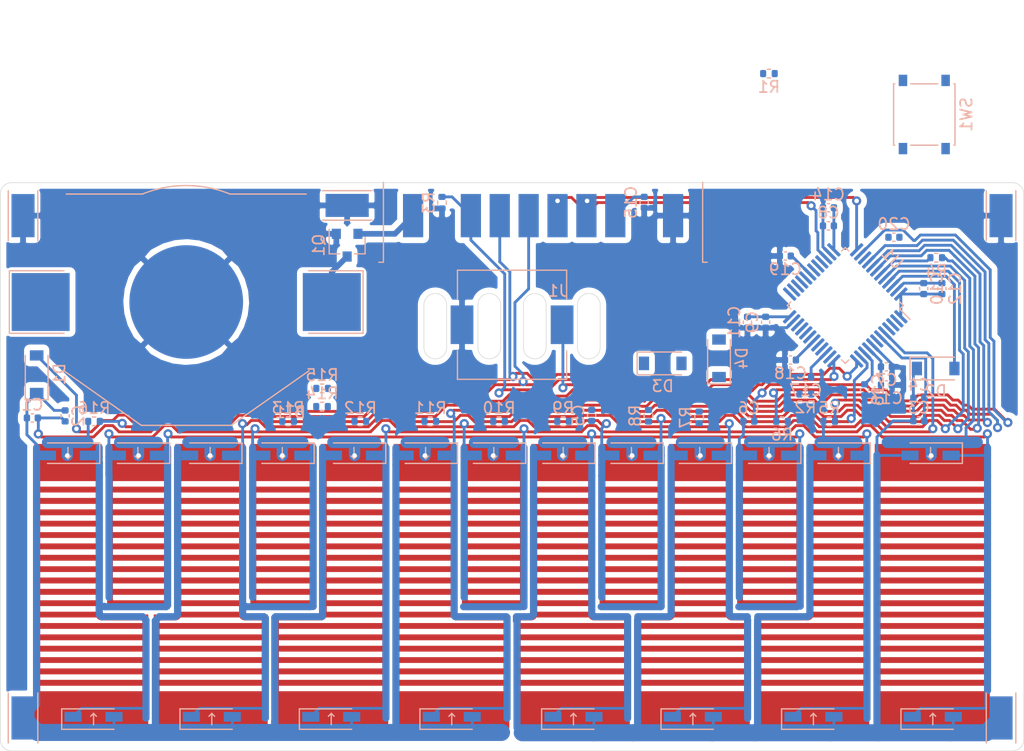
<source format=kicad_pcb>
(kicad_pcb (version 20171130) (host pcbnew 5.1.8+dfsg1-1+b1)
  (layers (0 F.Cu signal) (31 B.Cu signal) (34 B.Paste user hide) (35 F.Paste user hide) (36 B.SilkS user hide) (37 F.SilkS user) (38 B.Mask user) (39 F.Mask user) (44 Edge.Cuts user))
  (net 0 "")
  (net 1 /LED_C1)
  (net 2 GND)
  (net 3 "Net-(BT1-Pad1)")
  (net 4 "Net-(C1-Pad2)")
  (net 5 /LED_R0_CLK)
  (net 6 "Net-(C3-Pad2)")
  (net 7 /LED_R1_CLK)
  (net 8 "Net-(C5-Pad2)")
  (net 9 /LED_R2_CLK)
  (net 10 "Net-(C6-Pad2)")
  (net 11 /LED_R3_CLK)
  (net 12 VDD)
  (net 13 /NRST)
  (net 14 /KEY_SAMP_C1)
  (net 15 /KEY_SAMP_C2)
  (net 16 /KEY_SAMP_C3)
  (net 17 /KEY_SAMP_C4)
  (net 18 /KEY_SAMP_C5)
  (net 19 "Net-(C21-Pad12)")
  (net 20 "Net-(C21-Pad10)")
  (net 21 "Net-(C21-Pad8)")
  (net 22 "Net-(C21-Pad6)")
  (net 23 "Net-(C21-Pad4)")
  (net 24 "Net-(C21-Pad2)")
  (net 25 "Net-(C21-Pad13)")
  (net 26 "Net-(C21-Pad11)")
  (net 27 "Net-(C21-Pad9)")
  (net 28 "Net-(C21-Pad7)")
  (net 29 "Net-(C21-Pad5)")
  (net 30 "Net-(C21-Pad3)")
  (net 31 "Net-(C21-Pad1)")
  (net 32 /LED_R0_PWR)
  (net 33 /LED_R1_PWR)
  (net 34 /LED_R2_PWR)
  (net 35 /LED_R3_PWR)
  (net 36 /LED_C0)
  (net 37 /LED_C2)
  (net 38 /LED_C3)
  (net 39 /TRANSDUCER)
  (net 40 /SWCLK)
  (net 41 /SWDIO)
  (net 42 /KEY_03_D1)
  (net 43 /KEY_02_C#1)
  (net 44 /BOOT0)
  (net 45 /WKUP_MODE)
  (net 46 /VDD_ADC)
  (net 47 /KEY_13_C2)
  (net 48 /KEY_12_B1)
  (net 49 /KEY_11_A#1)
  (net 50 /KEY_10_A1)
  (net 51 /KEY_09_G#1)
  (net 52 /KEY_08_G1)
  (net 53 /KEY_07_F#1)
  (net 54 /KEY_06_F1)
  (net 55 /KEY_05_E1)
  (net 56 /KEY_04_D#1)
  (net 57 /KEY_01_C1)
  (net 58 "Net-(U1-Pad4)")
  (net 59 "Net-(U1-Pad3)")
  (module bc:test_point (layer B.Cu) (at 130.5 52)
    (fp_text reference TP3 hide)
    (fp_text value Catch hide)
    (pad 1 smd rect (at 0 0) (size 3.8 2.03) (layers B.Cu B.Paste B.Mask) (net 2 GND))
  )
  (module bc:BatteryHolder_Keystone_3002_1x2032 (layer B.Cu) (at 116.35 60.5 180)
    (fp_text reference BT1 (at -9.15 -9.7 180) (layer B.SilkS) (effects (justify mirror)))
    (fp_text value CR2032)
    (pad 1 smd rect (at 12.8 0 180) (size 5.1 5.1) (layers B.Cu B.Paste B.Mask) (net 3 "Net-(BT1-Pad1)"))
    (pad 1 smd rect (at -12.8 0 180) (size 5.1 5.1) (layers B.Cu B.Paste B.Mask) (net 3 "Net-(BT1-Pad1)"))
    (pad 2 smd circle (at 0 0 180) (size 10 10) (layers B.Cu B.Mask) (net 2 GND))
  )
  (module bc:keyboard (layer F.Cu) (at 145 75)
    (fp_text reference C21 hide)
    (fp_text value Capacitive_Keyboard hide)
    (fp_poly (pts (xy -39.04869 -2.000255) (xy -36.09594 -1.99898) (xy -36.094669 5.50037) (xy -36.093397 12.99972) (xy -31.99384 12.99972) (xy -31.99384 23.00732) (xy -42.00144 23.00732) (xy -42.00144 19.25828) (xy -41.49852 19.25828) (xy -41.49852 19.75104) (xy -32.50184 19.75104) (xy -32.50184 19.25828) (xy -41.49852 19.25828) (xy -42.00144 19.25828) (xy -42.00144 18.25752) (xy -41.49852 18.25752) (xy -41.49852 18.75028) (xy -32.50184 18.75028) (xy -32.50184 18.25752) (xy -41.49852 18.25752) (xy -42.00144 18.25752) (xy -42.00144 17.25676) (xy -41.49852 17.25676) (xy -41.49852 17.74952) (xy -32.50184 17.74952) (xy -32.50184 17.25676) (xy -41.49852 17.25676) (xy -42.00144 17.25676) (xy -42.00144 16.256) (xy -41.49852 16.256) (xy -41.49852 16.74876) (xy -32.50184 16.74876) (xy -32.50184 16.256) (xy -41.49852 16.256) (xy -42.00144 16.256) (xy -42.00144 15.25524) (xy -41.49852 15.25524) (xy -41.49852 15.75308) (xy -32.50184 15.75308) (xy -32.50184 15.25524) (xy -41.49852 15.25524) (xy -42.00144 15.25524) (xy -42.00144 14.25448) (xy -41.49852 14.25448) (xy -41.49852 14.75232) (xy -32.50184 14.75232) (xy -32.50184 14.25448) (xy -41.49852 14.25448) (xy -42.00144 14.25448) (xy -42.00144 13.75156) (xy -41.49852 13.75156) (xy -32.50184 13.75156) (xy -32.50184 13.50772) (xy -34.29381 13.507715) (xy -34.475421 13.5077) (xy -34.648016 13.507655) (xy -34.81153 13.50758) (xy -34.9659 13.507476) (xy -35.111062 13.507342) (xy -35.246952 13.507179) (xy -35.373506 13.506988) (xy -35.490659 13.506768) (xy -35.598349 13.506519) (xy -35.696511 13.506242) (xy -35.785081 13.505936) (xy -35.863995 13.505603) (xy -35.933189 13.505242) (xy -35.9926 13.504853) (xy -36.042163 13.504437) (xy -36.081814 13.503993) (xy -36.11149 13.503522) (xy -36.131126 13.503025) (xy -36.140074 13.502562) (xy -36.2098 13.49125) (xy -36.276377 13.471146) (xy -36.338859 13.442804) (xy -36.396304 13.406778) (xy -36.447765 13.363623) (xy -36.4923 13.313893) (xy -36.514084 13.283035) (xy -36.53282 13.25393) (xy -41.49852 13.25372) (xy -41.49852 13.75156) (xy -42.00144 13.75156) (xy -42.00144 12.25296) (xy -41.49852 12.25296) (xy -41.49852 12.7508) (xy -36.6014 12.7508) (xy -36.6014 12.25296) (xy -41.49852 12.25296) (xy -42.00144 12.25296) (xy -42.00144 11.25728) (xy -41.49852 11.25728) (xy -41.49852 11.75004) (xy -36.6014 11.75004) (xy -36.6014 11.25728) (xy -41.49852 11.25728) (xy -42.00144 11.25728) (xy -42.00144 10.25652) (xy -41.49852 10.25652) (xy -41.49852 10.74928) (xy -36.6014 10.74928) (xy -36.6014 10.25652) (xy -41.49852 10.25652) (xy -42.00144 10.25652) (xy -42.00144 9.25576) (xy -41.49852 9.25576) (xy -41.49852 9.74852) (xy -36.6014 9.74852) (xy -36.6014 9.25576) (xy -41.49852 9.25576) (xy -42.00144 9.25576) (xy -42.00144 8.255) (xy -41.49852 8.255) (xy -41.49852 8.75284) (xy -36.6014 8.75284) (xy -36.6014 8.255) (xy -41.49852 8.255) (xy -42.00144 8.255) (xy -42.00144 7.25424) (xy -41.49852 7.25424) (xy -41.49852 7.75208) (xy -36.6014 7.75208) (xy -36.6014 7.25424) (xy -41.49852 7.25424) (xy -42.00144 7.25424) (xy -42.00144 6.25348) (xy -41.49852 6.25348) (xy -41.49852 6.75132) (xy -36.6014 6.75132) (xy -36.6014 6.25348) (xy -41.49852 6.25348) (xy -42.00144 6.25348) (xy -42.00144 5.25272) (xy -41.49852 5.25272) (xy -41.49852 5.75056) (xy -36.6014 5.75056) (xy -36.6014 5.25272) (xy -41.49852 5.25272) (xy -42.00144 5.25272) (xy -42.00144 4.25704) (xy -41.49852 4.25704) (xy -41.49852 4.7498) (xy -36.6014 4.7498) (xy -36.6014 4.25704) (xy -41.49852 4.25704) (xy -42.00144 4.25704) (xy -42.00144 3.25628) (xy -41.49852 3.25628) (xy -41.49852 3.74904) (xy -36.6014 3.74904) (xy -36.6014 3.25628) (xy -41.49852 3.25628) (xy -42.00144 3.25628) (xy -42.00144 2.25552) (xy -41.49852 2.25552) (xy -41.49852 2.74828) (xy -36.6014 2.74828) (xy -36.6014 2.25552) (xy -41.49852 2.25552) (xy -42.00144 2.25552) (xy -42.00144 1.25476) (xy -41.49852 1.25476) (xy -41.49852 1.74752) (xy -36.6014 1.74752) (xy -36.6014 1.25476) (xy -41.49852 1.25476) (xy -42.00144 1.25476) (xy -42.00144 -2.001529) (xy -39.04869 -2.000255)) (layer F.Cu) (width 0.01))
    (fp_poly (pts (xy -23.495 12.99972) (xy -21.49348 12.99972) (xy -21.49348 23.00732) (xy -31.50108 23.00732) (xy -31.50108 19.25828) (xy -30.99816 19.25828) (xy -30.99816 19.75104) (xy -22.00148 19.75104) (xy -22.00148 19.25828) (xy -30.99816 19.25828) (xy -31.50108 19.25828) (xy -31.50108 18.25752) (xy -30.99816 18.25752) (xy -30.99816 18.75028) (xy -22.00148 18.75028) (xy -22.00148 18.25752) (xy -30.99816 18.25752) (xy -31.50108 18.25752) (xy -31.50108 17.25676) (xy -30.99816 17.25676) (xy -30.99816 17.74952) (xy -22.00148 17.74952) (xy -22.00148 17.25676) (xy -30.99816 17.25676) (xy -31.50108 17.25676) (xy -31.50108 16.256) (xy -30.99816 16.256) (xy -30.99816 16.74876) (xy -22.00148 16.74876) (xy -22.00148 16.256) (xy -30.99816 16.256) (xy -31.50108 16.256) (xy -31.50108 15.25524) (xy -30.99816 15.25524) (xy -30.99816 15.75308) (xy -22.00148 15.75308) (xy -22.00148 15.25524) (xy -30.99816 15.25524) (xy -31.50108 15.25524) (xy -31.50108 14.25448) (xy -30.99816 14.25448) (xy -30.99816 14.75232) (xy -22.00148 14.75232) (xy -22.00148 14.25448) (xy -30.99816 14.25448) (xy -31.50108 14.25448) (xy -31.50108 13.50772) (xy -30.99816 13.50772) (xy -30.99816 13.75156) (xy -22.00148 13.75156) (xy -22.00148 13.50772) (xy -22.74697 13.507588) (xy -22.84496 13.507537) (xy -22.938523 13.507421) (xy -23.02719 13.507242) (xy -23.110491 13.507004) (xy -23.187958 13.50671) (xy -23.25912 13.506362) (xy -23.323508 13.505964) (xy -23.380654 13.505519) (xy -23.430086 13.505029) (xy -23.471337 13.504498) (xy -23.503936 13.503928) (xy -23.527414 13.503323) (xy -23.541301 13.502686) (xy -23.542978 13.502546) (xy -23.570354 13.499141) (xy -23.599295 13.494348) (xy -23.624805 13.489027) (xy -23.631878 13.487232) (xy -23.6724 13.473512) (xy -23.716087 13.454038) (xy -23.759353 13.430652) (xy -23.798614 13.405195) (xy -23.813633 13.393863) (xy -23.837118 13.373356) (xy -23.861662 13.348869) (xy -23.885181 13.322757) (xy -23.905592 13.297376) (xy -23.920812 13.275082) (xy -23.92451 13.268477) (xy -23.932141 13.25372) (xy -26.546941 13.253764) (xy -29.16174 13.253808) (xy -29.181994 13.285238) (xy -29.201128 13.311295) (xy -29.226024 13.339992) (xy -29.253946 13.36854) (xy -29.282157 13.394146) (xy -29.30792 13.414022) (xy -29.30906 13.414793) (xy -29.371582 13.45126) (xy -29.436245 13.478042) (xy -29.504257 13.49557) (xy -29.554487 13.502562) (xy -29.567783 13.503322) (xy -29.590885 13.504029) (xy -29.62344 13.504683) (xy -29.665096 13.505279) (xy -29.715498 13.505816) (xy -29.774294 13.506292) (xy -29.84113 13.506703) (xy -29.915653 13.507048) (xy -29.99751 13.507324) (xy -30.086348 13.507528) (xy -30.181812 13.507659) (xy -30.283551 13.507714) (xy -30.30347 13.507715) (xy -30.99816 13.50772) (xy -31.50108 13.50772) (xy -31.50108 12.99972) (xy -29.60116 12.99972) (xy -29.60116 12.25296) (xy -29.09316 12.25296) (xy -29.09316 12.7508) (xy -24.003 12.7508) (xy -24.003 12.25296) (xy -29.09316 12.25296) (xy -29.60116 12.25296) (xy -29.60116 11.25728) (xy -29.09316 11.25728) (xy -29.09316 11.75004) (xy -24.003 11.75004) (xy -24.003 11.25728) (xy -29.09316 11.25728) (xy -29.60116 11.25728) (xy -29.60116 10.25652) (xy -29.09316 10.25652) (xy -29.09316 10.74928) (xy -24.003 10.74928) (xy -24.003 10.25652) (xy -29.09316 10.25652) (xy -29.60116 10.25652) (xy -29.60116 9.25576) (xy -29.09316 9.25576) (xy -29.09316 9.74852) (xy -24.003 9.74852) (xy -24.003 9.25576) (xy -29.09316 9.25576) (xy -29.60116 9.25576) (xy -29.60116 8.255) (xy -29.09316 8.255) (xy -29.09316 8.75284) (xy -24.003 8.75284) (xy -24.003 8.255) (xy -29.09316 8.255) (xy -29.60116 8.255) (xy -29.60116 7.25424) (xy -29.09316 7.25424) (xy -29.09316 7.75208) (xy -24.003 7.75208) (xy -24.003 7.25424) (xy -29.09316 7.25424) (xy -29.60116 7.25424) (xy -29.60116 6.25348) (xy -29.09316 6.25348) (xy -29.09316 6.75132) (xy -24.003 6.75132) (xy -24.003 6.25348) (xy -29.09316 6.25348) (xy -29.60116 6.25348) (xy -29.60116 5.25272) (xy -29.09316 5.25272) (xy -29.09316 5.75056) (xy -24.003 5.75056) (xy -24.003 5.25272) (xy -29.09316 5.25272) (xy -29.60116 5.25272) (xy -29.60116 4.25704) (xy -29.09316 4.25704) (xy -29.09316 4.7498) (xy -24.003 4.7498) (xy -24.003 4.25704) (xy -29.09316 4.25704) (xy -29.60116 4.25704) (xy -29.60116 3.25628) (xy -29.09316 3.25628) (xy -29.09316 3.74904) (xy -24.003 3.74904) (xy -24.003 3.25628) (xy -29.09316 3.25628) (xy -29.60116 3.25628) (xy -29.60116 2.25552) (xy -29.09316 2.25552) (xy -29.09316 2.74828) (xy -24.003 2.74828) (xy -24.003 2.25552) (xy -29.09316 2.25552) (xy -29.60116 2.25552) (xy -29.60116 1.25476) (xy -29.09316 1.25476) (xy -29.09316 1.74752) (xy -24.003 1.74752) (xy -24.003 1.25476) (xy -29.09316 1.25476) (xy -29.60116 1.25476) (xy -29.60116 -2.00152) (xy -23.495 -2.00152) (xy -23.495 12.99972)) (layer F.Cu) (width 0.01))
    (fp_poly (pts (xy -10.8966 23.00732) (xy -21.00072 23.00732) (xy -21.00072 19.25828) (xy -20.4978 19.25828) (xy -20.4978 19.75104) (xy -11.39952 19.75104) (xy -11.39952 19.25828) (xy -20.4978 19.25828) (xy -21.00072 19.25828) (xy -21.00072 18.25752) (xy -20.4978 18.25752) (xy -20.4978 18.75028) (xy -11.39952 18.75028) (xy -11.39952 18.25752) (xy -20.4978 18.25752) (xy -21.00072 18.25752) (xy -21.00072 17.25676) (xy -20.4978 17.25676) (xy -20.4978 17.74952) (xy -11.39952 17.74952) (xy -11.39952 17.25676) (xy -20.4978 17.25676) (xy -21.00072 17.25676) (xy -21.00072 16.256) (xy -20.4978 16.256) (xy -20.4978 16.74876) (xy -11.39952 16.74876) (xy -11.39952 16.256) (xy -20.4978 16.256) (xy -21.00072 16.256) (xy -21.00072 15.25524) (xy -20.4978 15.25524) (xy -20.4978 15.75308) (xy -11.39952 15.75308) (xy -11.39952 15.25524) (xy -20.4978 15.25524) (xy -21.00072 15.25524) (xy -21.00072 14.25448) (xy -20.4978 14.25448) (xy -20.4978 14.75232) (xy -11.39952 14.75232) (xy -11.39952 14.25448) (xy -20.4978 14.25448) (xy -21.00072 14.25448) (xy -21.00072 13.507891) (xy -20.4978 13.507891) (xy -20.4978 13.75156) (xy -11.39952 13.75156) (xy -11.39952 13.25372) (xy -16.361835 13.25372) (xy -16.389511 13.293216) (xy -16.429 13.341857) (xy -16.4757 13.386259) (xy -16.527537 13.424821) (xy -16.58244 13.455941) (xy -16.621037 13.47224) (xy -16.628484 13.475064) (xy -16.634952 13.47772) (xy -16.640753 13.480213) (xy -16.6462 13.482549) (xy -16.651604 13.484733) (xy -16.657279 13.48677) (xy -16.663537 13.488666) (xy -16.670689 13.490427) (xy -16.679047 13.492056) (xy -16.688925 13.493561) (xy -16.700635 13.494946) (xy -16.714488 13.496216) (xy -16.730797 13.497377) (xy -16.749874 13.498434) (xy -16.772032 13.499392) (xy -16.797582 13.500258) (xy -16.826837 13.501035) (xy -16.860109 13.50173) (xy -16.897711 13.502348) (xy -16.939955 13.502894) (xy -16.987152 13.503373) (xy -17.039616 13.503791) (xy -17.097658 13.504153) (xy -17.161591 13.504465) (xy -17.231727 13.504732) (xy -17.308378 13.504959) (xy -17.391857 13.505151) (xy -17.482475 13.505314) (xy -17.580545 13.505453) (xy -17.68638 13.505574) (xy -17.800291 13.505681) (xy -17.92259 13.505781) (xy -18.053591 13.505878) (xy -18.193605 13.505978) (xy -18.342945 13.506087) (xy -18.501922 13.506208) (xy -18.61439 13.506301) (xy -20.4978 13.507891) (xy -21.00072 13.507891) (xy -21.00072 12.99972) (xy -16.79956 12.99972) (xy -16.79956 12.25296) (xy -16.29664 12.25296) (xy -16.29664 12.7508) (xy -11.39952 12.7508) (xy -11.39952 12.25296) (xy -16.29664 12.25296) (xy -16.79956 12.25296) (xy -16.79956 11.25728) (xy -16.29664 11.25728) (xy -16.29664 11.75004) (xy -11.39952 11.75004) (xy -11.39952 11.25728) (xy -16.29664 11.25728) (xy -16.79956 11.25728) (xy -16.79956 10.25652) (xy -16.29664 10.25652) (xy -16.29664 10.74928) (xy -11.39952 10.74928) (xy -11.39952 10.25652) (xy -16.29664 10.25652) (xy -16.79956 10.25652) (xy -16.79956 9.25576) (xy -16.29664 9.25576) (xy -16.29664 9.74852) (xy -11.39952 9.74852) (xy -11.39952 9.25576) (xy -16.29664 9.25576) (xy -16.79956 9.25576) (xy -16.79956 8.255) (xy -16.29664 8.255) (xy -16.29664 8.75284) (xy -11.39952 8.75284) (xy -11.39952 8.255) (xy -16.29664 8.255) (xy -16.79956 8.255) (xy -16.79956 7.25424) (xy -16.29664 7.25424) (xy -16.29664 7.75208) (xy -11.39952 7.75208) (xy -11.39952 7.25424) (xy -16.29664 7.25424) (xy -16.79956 7.25424) (xy -16.79956 6.25348) (xy -16.29664 6.25348) (xy -16.29664 6.75132) (xy -11.39952 6.75132) (xy -11.39952 6.25348) (xy -16.29664 6.25348) (xy -16.79956 6.25348) (xy -16.79956 5.25272) (xy -16.29664 5.25272) (xy -16.29664 5.75056) (xy -11.39952 5.75056) (xy -11.39952 5.25272) (xy -16.29664 5.25272) (xy -16.79956 5.25272) (xy -16.79956 4.25704) (xy -16.29664 4.25704) (xy -16.29664 4.7498) (xy -11.39952 4.7498) (xy -11.39952 4.25704) (xy -16.29664 4.25704) (xy -16.79956 4.25704) (xy -16.79956 3.25628) (xy -16.29664 3.25628) (xy -16.29664 3.74904) (xy -11.39952 3.74904) (xy -11.39952 3.25628) (xy -16.29664 3.25628) (xy -16.79956 3.25628) (xy -16.79956 2.25552) (xy -16.29664 2.25552) (xy -16.29664 2.74828) (xy -11.39952 2.74828) (xy -11.39952 2.25552) (xy -16.29664 2.25552) (xy -16.79956 2.25552) (xy -16.79956 1.25476) (xy -16.29664 1.25476) (xy -16.29664 1.74752) (xy -11.39952 1.74752) (xy -11.39952 1.25476) (xy -16.29664 1.25476) (xy -16.79956 1.25476) (xy -16.79956 -2.00152) (xy -10.8966 -2.00152) (xy -10.8966 23.00732)) (layer F.Cu) (width 0.01))
    (fp_poly (pts (xy -4.89712 12.99972) (xy -0.24384 12.99972) (xy -0.24384 23.00732) (xy -10.39876 23.00732) (xy -10.39876 19.25828) (xy -9.89584 19.25828) (xy -9.89584 19.75104) (xy -0.75184 19.75104) (xy -0.75184 19.25828) (xy -9.89584 19.25828) (xy -10.39876 19.25828) (xy -10.39876 18.25752) (xy -9.89584 18.25752) (xy -9.89584 18.75028) (xy -0.75184 18.75028) (xy -0.75184 18.25752) (xy -9.89584 18.25752) (xy -10.39876 18.25752) (xy -10.39876 17.25676) (xy -9.89584 17.25676) (xy -9.89584 17.74952) (xy -0.75184 17.74952) (xy -0.75184 17.25676) (xy -9.89584 17.25676) (xy -10.39876 17.25676) (xy -10.39876 16.256) (xy -9.89584 16.256) (xy -9.89584 16.74876) (xy -0.75184 16.74876) (xy -0.75184 16.256) (xy -9.89584 16.256) (xy -10.39876 16.256) (xy -10.39876 15.25524) (xy -9.89584 15.25524) (xy -9.89584 15.75308) (xy -0.75184 15.75308) (xy -0.75184 15.25524) (xy -9.89584 15.25524) (xy -10.39876 15.25524) (xy -10.39876 14.25448) (xy -9.89584 14.25448) (xy -9.89584 14.75232) (xy -0.75184 14.75232) (xy -0.75184 14.25448) (xy -9.89584 14.25448) (xy -10.39876 14.25448) (xy -10.39876 13.25372) (xy -9.89584 13.25372) (xy -9.89584 13.75156) (xy -0.75184 13.75156) (xy -0.75184 13.507862) (xy -4.9657 13.50518) (xy -5.01396 13.491797) (xy -5.061119 13.477404) (xy -5.101418 13.461967) (xy -5.138153 13.444102) (xy -5.165874 13.42795) (xy -5.190884 13.410264) (xy -5.219073 13.386847) (xy -5.248077 13.359989) (xy -5.275534 13.331978) (xy -5.299082 13.305104) (xy -5.315537 13.28293) (xy -5.334544 13.25372) (xy -9.89584 13.25372) (xy -10.39876 13.25372) (xy -10.39876 12.25296) (xy -9.89584 12.25296) (xy -9.89584 12.7508) (xy -5.40004 12.7508) (xy -5.40004 12.25296) (xy -9.89584 12.25296) (xy -10.39876 12.25296) (xy -10.39876 11.25728) (xy -9.89584 11.25728) (xy -9.89584 11.75004) (xy -5.40004 11.75004) (xy -5.40004 11.25728) (xy -9.89584 11.25728) (xy -10.39876 11.25728) (xy -10.39876 10.25652) (xy -9.89584 10.25652) (xy -9.89584 10.74928) (xy -5.40004 10.74928) (xy -5.40004 10.25652) (xy -9.89584 10.25652) (xy -10.39876 10.25652) (xy -10.39876 9.25576) (xy -9.89584 9.25576) (xy -9.89584 9.74852) (xy -5.40004 9.74852) (xy -5.40004 9.25576) (xy -9.89584 9.25576) (xy -10.39876 9.25576) (xy -10.39876 8.255) (xy -9.89584 8.255) (xy -9.89584 8.75284) (xy -5.40004 8.75284) (xy -5.40004 8.255) (xy -9.89584 8.255) (xy -10.39876 8.255) (xy -10.39876 7.25424) (xy -9.89584 7.25424) (xy -9.89584 7.75208) (xy -5.40004 7.75208) (xy -5.40004 7.25424) (xy -9.89584 7.25424) (xy -10.39876 7.25424) (xy -10.39876 6.25348) (xy -9.89584 6.25348) (xy -9.89584 6.75132) (xy -5.40004 6.75132) (xy -5.40004 6.25348) (xy -9.89584 6.25348) (xy -10.39876 6.25348) (xy -10.39876 5.25272) (xy -9.89584 5.25272) (xy -9.89584 5.75056) (xy -5.40004 5.75056) (xy -5.40004 5.25272) (xy -9.89584 5.25272) (xy -10.39876 5.25272) (xy -10.39876 4.25704) (xy -9.89584 4.25704) (xy -9.89584 4.7498) (xy -5.40004 4.7498) (xy -5.40004 4.25704) (xy -9.89584 4.25704) (xy -10.39876 4.25704) (xy -10.39876 3.25628) (xy -9.89584 3.25628) (xy -9.89584 3.74904) (xy -5.40004 3.74904) (xy -5.40004 3.25628) (xy -9.89584 3.25628) (xy -10.39876 3.25628) (xy -10.39876 2.25552) (xy -9.89584 2.25552) (xy -9.89584 2.74828) (xy -5.40004 2.74828) (xy -5.40004 2.25552) (xy -9.89584 2.25552) (xy -10.39876 2.25552) (xy -10.39876 1.25476) (xy -9.89584 1.25476) (xy -9.89584 1.74752) (xy -5.40004 1.74752) (xy -5.40004 1.25476) (xy -9.89584 1.25476) (xy -10.39876 1.25476) (xy -10.39876 -2.00152) (xy -4.89712 -2.00152) (xy -4.89712 12.99972)) (layer F.Cu) (width 0.01))
    (fp_poly (pts (xy 7.20344 12.99972) (xy 10.35304 12.99972) (xy 10.35304 23.00732) (xy 0.24892 23.00732) (xy 0.24892 19.25828) (xy 0.75692 19.25828) (xy 0.75692 19.75104) (xy 9.85012 19.75104) (xy 9.85012 19.25828) (xy 0.75692 19.25828) (xy 0.24892 19.25828) (xy 0.24892 18.25752) (xy 0.75692 18.25752) (xy 0.75692 18.75028) (xy 9.85012 18.75028) (xy 9.85012 18.25752) (xy 0.75692 18.25752) (xy 0.24892 18.25752) (xy 0.24892 17.25676) (xy 0.75692 17.25676) (xy 0.75692 17.74952) (xy 9.85012 17.74952) (xy 9.85012 17.25676) (xy 0.75692 17.25676) (xy 0.24892 17.25676) (xy 0.24892 16.256) (xy 0.75692 16.256) (xy 0.75692 16.74876) (xy 9.85012 16.74876) (xy 9.85012 16.256) (xy 0.75692 16.256) (xy 0.24892 16.256) (xy 0.24892 15.25524) (xy 0.75692 15.25524) (xy 0.75692 15.75308) (xy 9.85012 15.75308) (xy 9.85012 15.25524) (xy 0.75692 15.25524) (xy 0.24892 15.25524) (xy 0.24892 14.25448) (xy 0.75692 14.25448) (xy 0.75692 14.75232) (xy 9.85012 14.75232) (xy 9.85012 14.25448) (xy 0.75692 14.25448) (xy 0.24892 14.25448) (xy 0.24892 13.508261) (xy 0.75692 13.508261) (xy 0.75692 13.75156) (xy 9.85012 13.75156) (xy 9.85012 13.50772) (xy 8.52805 13.507588) (xy 8.395429 13.507557) (xy 8.267775 13.507489) (xy 8.1454 13.507387) (xy 8.028618 13.507251) (xy 7.917742 13.507082) (xy 7.813086 13.506883) (xy 7.714964 13.506652) (xy 7.623689 13.506393) (xy 7.539575 13.506106) (xy 7.462936 13.505792) (xy 7.394085 13.505452) (xy 7.333336 13.505088) (xy 7.281002 13.5047) (xy 7.237397 13.50429) (xy 7.202835 13.503858) (xy 7.177629 13.503406) (xy 7.162093 13.502936) (xy 7.15772 13.502663) (xy 7.086025 13.491021) (xy 7.019503 13.470725) (xy 6.957623 13.44153) (xy 6.899855 13.403192) (xy 6.851466 13.361178) (xy 6.831707 13.340785) (xy 6.811782 13.318245) (xy 6.794781 13.297131) (xy 6.788339 13.28822) (xy 6.764766 13.25372) (xy 2.13614 13.254008) (xy 2.119836 13.280962) (xy 2.088984 13.32373) (xy 2.049831 13.364829) (xy 2.004233 13.402819) (xy 1.954047 13.436262) (xy 1.90113 13.463717) (xy 1.866063 13.4777) (xy 1.853957 13.481943) (xy 1.842878 13.485709) (xy 1.832175 13.489028) (xy 1.821194 13.491932) (xy 1.809282 13.494451) (xy 1.795785 13.496617) (xy 1.780051 13.498459) (xy 1.761426 13.500009) (xy 1.739256 13.501298) (xy 1.712889 13.502357) (xy 1.681671 13.503216) (xy 1.644949 13.503907) (xy 1.60207 13.50446) (xy 1.552381 13.504906) (xy 1.495228 13.505276) (xy 1.429958 13.505601) (xy 1.355918 13.505911) (xy 1.272454 13.506238) (xy 1.26111 13.506283) (xy 0.75692 13.508261) (xy 0.24892 13.508261) (xy 0.24892 12.99972) (xy 1.7018 12.99972) (xy 1.7018 12.25296) (xy 2.20472 12.25296) (xy 2.20472 12.7508) (xy 6.70052 12.7508) (xy 6.70052 12.25296) (xy 2.20472 12.25296) (xy 1.7018 12.25296) (xy 1.7018 11.25728) (xy 2.20472 11.25728) (xy 2.20472 11.75004) (xy 6.70052 11.75004) (xy 6.70052 11.25728) (xy 2.20472 11.25728) (xy 1.7018 11.25728) (xy 1.7018 10.25652) (xy 2.20472 10.25652) (xy 2.20472 10.74928) (xy 6.70052 10.74928) (xy 6.70052 10.25652) (xy 2.20472 10.25652) (xy 1.7018 10.25652) (xy 1.7018 9.25576) (xy 2.20472 9.25576) (xy 2.20472 9.74852) (xy 6.70052 9.74852) (xy 6.70052 9.25576) (xy 2.20472 9.25576) (xy 1.7018 9.25576) (xy 1.7018 8.255) (xy 2.20472 8.255) (xy 2.20472 8.75284) (xy 6.70052 8.75284) (xy 6.70052 8.255) (xy 2.20472 8.255) (xy 1.7018 8.255) (xy 1.7018 7.25424) (xy 2.20472 7.25424) (xy 2.20472 7.75208) (xy 6.70052 7.75208) (xy 6.70052 7.25424) (xy 2.20472 7.25424) (xy 1.7018 7.25424) (xy 1.7018 6.25348) (xy 2.20472 6.25348) (xy 2.20472 6.75132) (xy 6.70052 6.75132) (xy 6.70052 6.25348) (xy 2.20472 6.25348) (xy 1.7018 6.25348) (xy 1.7018 5.25272) (xy 2.20472 5.25272) (xy 2.20472 5.75056) (xy 6.70052 5.75056) (xy 6.70052 5.25272) (xy 2.20472 5.25272) (xy 1.7018 5.25272) (xy 1.7018 4.25704) (xy 2.20472 4.25704) (xy 2.20472 4.7498) (xy 6.70052 4.7498) (xy 6.70052 4.25704) (xy 2.20472 4.25704) (xy 1.7018 4.25704) (xy 1.7018 3.25628) (xy 2.20472 3.25628) (xy 2.20472 3.74904) (xy 6.70052 3.74904) (xy 6.70052 3.25628) (xy 2.20472 3.25628) (xy 1.7018 3.25628) (xy 1.7018 2.25552) (xy 2.20472 2.25552) (xy 2.20472 2.74828) (xy 6.70052 2.74828) (xy 6.70052 2.25552) (xy 2.20472 2.25552) (xy 1.7018 2.25552) (xy 1.7018 1.25476) (xy 2.20472 1.25476) (xy 2.20472 1.74752) (xy 6.70052 1.74752) (xy 6.70052 1.25476) (xy 2.20472 1.25476) (xy 1.7018 1.25476) (xy 1.7018 -2.00152) (xy 7.20344 -2.00152) (xy 7.20344 12.99972)) (layer F.Cu) (width 0.01))
    (fp_poly (pts (xy 19.304 12.99972) (xy 20.9042 12.99972) (xy 20.9042 23.00732) (xy 10.85088 23.00732) (xy 10.85088 19.25828) (xy 11.3538 19.25828) (xy 11.3538 19.75104) (xy 20.40128 19.75104) (xy 20.40128 19.25828) (xy 11.3538 19.25828) (xy 10.85088 19.25828) (xy 10.85088 18.25752) (xy 11.3538 18.25752) (xy 11.3538 18.75028) (xy 20.40128 18.75028) (xy 20.40128 18.25752) (xy 11.3538 18.25752) (xy 10.85088 18.25752) (xy 10.85088 17.25676) (xy 11.3538 17.25676) (xy 11.3538 17.74952) (xy 20.40128 17.74952) (xy 20.40128 17.25676) (xy 11.3538 17.25676) (xy 10.85088 17.25676) (xy 10.85088 16.256) (xy 11.3538 16.256) (xy 11.3538 16.74876) (xy 20.40128 16.74876) (xy 20.40128 16.256) (xy 11.3538 16.256) (xy 10.85088 16.256) (xy 10.85088 15.25524) (xy 11.3538 15.25524) (xy 11.3538 15.75308) (xy 20.40128 15.75308) (xy 20.40128 15.25524) (xy 11.3538 15.25524) (xy 10.85088 15.25524) (xy 10.85088 14.25448) (xy 11.3538 14.25448) (xy 11.3538 14.75232) (xy 20.40128 14.75232) (xy 20.40128 14.25448) (xy 11.3538 14.25448) (xy 10.85088 14.25448) (xy 10.85088 13.50772) (xy 11.3538 13.50772) (xy 11.3538 13.75156) (xy 20.40128 13.75156) (xy 20.40128 13.508232) (xy 19.81835 13.506286) (xy 19.727579 13.505993) (xy 19.646363 13.505732) (xy 19.574093 13.505474) (xy 19.510163 13.50519) (xy 19.453967 13.504849) (xy 19.404899 13.504421) (xy 19.362351 13.503878) (xy 19.325717 13.503188) (xy 19.294392 13.502322) (xy 19.267767 13.501251) (xy 19.245238 13.499944) (xy 19.226197 13.498372) (xy 19.210037 13.496505) (xy 19.196153 13.494313) (xy 19.183938 13.491767) (xy 19.172785 13.488836) (xy 19.162087 13.485491) (xy 19.151239 13.481701) (xy 19.139634 13.477438) (xy 19.126665 13.472671) (xy 19.125476 13.47224) (xy 19.100055 13.461782) (xy 19.071507 13.448109) (xy 19.04507 13.43377) (xy 19.039242 13.43028) (xy 19.0113 13.410812) (xy 18.980748 13.385703) (xy 18.950013 13.357279) (xy 18.921521 13.327867) (xy 18.897698 13.299792) (xy 18.885583 13.28293) (xy 18.866576 13.25372) (xy 14.241033 13.25372) (xy 14.217096 13.288752) (xy 14.197131 13.31463) (xy 14.171283 13.343299) (xy 14.142252 13.372111) (xy 14.112735 13.398416) (xy 14.085432 13.419566) (xy 14.080197 13.423128) (xy 14.020394 13.456596) (xy 13.955461 13.481604) (xy 13.88637 13.497818) (xy 13.850074 13.502571) (xy 13.839529 13.503096) (xy 13.819115 13.503598) (xy 13.789125 13.504076) (xy 13.749848 13.504528) (xy 13.701577 13.504955) (xy 13.644603 13.505353) (xy 13.579218 13.505723) (xy 13.505712 13.506063) (xy 13.424378 13.506372) (xy 13.335506 13.506649) (xy 13.239389 13.506893) (xy 13.136317 13.507102) (xy 13.026582 13.507276) (xy 12.910475 13.507413) (xy 12.788287 13.507511) (xy 12.660311 13.507571) (xy 12.57681 13.507588) (xy 11.3538 13.50772) (xy 10.85088 13.50772) (xy 10.85088 12.99972) (xy 13.80236 12.99972) (xy 13.80236 12.25296) (xy 14.30528 12.25296) (xy 14.30528 12.7508) (xy 18.80108 12.7508) (xy 18.80108 12.25296) (xy 14.30528 12.25296) (xy 13.80236 12.25296) (xy 13.80236 11.25728) (xy 14.30528 11.25728) (xy 14.30528 11.75004) (xy 18.80108 11.75004) (xy 18.80108 11.25728) (xy 14.30528 11.25728) (xy 13.80236 11.25728) (xy 13.80236 10.25652) (xy 14.30528 10.25652) (xy 14.30528 10.74928) (xy 18.80108 10.74928) (xy 18.80108 10.25652) (xy 14.30528 10.25652) (xy 13.80236 10.25652) (xy 13.80236 9.25576) (xy 14.30528 9.25576) (xy 14.30528 9.74852) (xy 18.80108 9.74852) (xy 18.80108 9.25576) (xy 14.30528 9.25576) (xy 13.80236 9.25576) (xy 13.80236 8.255) (xy 14.30528 8.255) (xy 14.30528 8.75284) (xy 18.80108 8.75284) (xy 18.80108 8.255) (xy 14.30528 8.255) (xy 13.80236 8.255) (xy 13.80236 7.25424) (xy 14.30528 7.25424) (xy 14.30528 7.75208) (xy 18.80108 7.75208) (xy 18.80108 7.25424) (xy 14.30528 7.25424) (xy 13.80236 7.25424) (xy 13.80236 6.25348) (xy 14.30528 6.25348) (xy 14.30528 6.75132) (xy 18.80108 6.75132) (xy 18.80108 6.25348) (xy 14.30528 6.25348) (xy 13.80236 6.25348) (xy 13.80236 5.25272) (xy 14.30528 5.25272) (xy 14.30528 5.75056) (xy 18.80108 5.75056) (xy 18.80108 5.25272) (xy 14.30528 5.25272) (xy 13.80236 5.25272) (xy 13.80236 4.25704) (xy 14.30528 4.25704) (xy 14.30528 4.7498) (xy 18.80108 4.7498) (xy 18.80108 4.25704) (xy 14.30528 4.25704) (xy 13.80236 4.25704) (xy 13.80236 3.25628) (xy 14.30528 3.25628) (xy 14.30528 3.74904) (xy 18.80108 3.74904) (xy 18.80108 3.25628) (xy 14.30528 3.25628) (xy 13.80236 3.25628) (xy 13.80236 2.25552) (xy 14.30528 2.25552) (xy 14.30528 2.74828) (xy 18.80108 2.74828) (xy 18.80108 2.25552) (xy 14.30528 2.25552) (xy 13.80236 2.25552) (xy 13.80236 1.25476) (xy 14.30528 1.25476) (xy 14.30528 1.74752) (xy 18.80108 1.74752) (xy 18.80108 1.25476) (xy 14.30528 1.25476) (xy 13.80236 1.25476) (xy 13.80236 -2.00152) (xy 19.304 -2.00152) (xy 19.304 12.99972)) (layer F.Cu) (width 0.01))
    (fp_poly (pts (xy 31.40456 23.00732) (xy 21.40204 23.00732) (xy 21.40204 19.25828) (xy 21.90496 19.25828) (xy 21.90496 19.75104) (xy 30.90164 19.75104) (xy 30.90164 19.25828) (xy 21.90496 19.25828) (xy 21.40204 19.25828) (xy 21.40204 18.25752) (xy 21.90496 18.25752) (xy 21.90496 18.75028) (xy 30.90164 18.75028) (xy 30.90164 18.25752) (xy 21.90496 18.25752) (xy 21.40204 18.25752) (xy 21.40204 17.25676) (xy 21.90496 17.25676) (xy 21.90496 17.74952) (xy 30.90164 17.74952) (xy 30.90164 17.25676) (xy 21.90496 17.25676) (xy 21.40204 17.25676) (xy 21.40204 16.256) (xy 21.90496 16.256) (xy 21.90496 16.74876) (xy 30.90164 16.74876) (xy 30.90164 16.256) (xy 21.90496 16.256) (xy 21.40204 16.256) (xy 21.40204 15.25524) (xy 21.90496 15.25524) (xy 21.90496 15.75308) (xy 30.90164 15.75308) (xy 30.90164 15.25524) (xy 21.90496 15.25524) (xy 21.40204 15.25524) (xy 21.40204 14.25448) (xy 21.90496 14.25448) (xy 21.90496 14.75232) (xy 30.90164 14.75232) (xy 30.90164 14.25448) (xy 21.90496 14.25448) (xy 21.40204 14.25448) (xy 21.40204 13.50772) (xy 21.90496 13.50772) (xy 21.90496 13.75156) (xy 30.90164 13.75156) (xy 30.90164 13.25372) (xy 26.43886 13.253808) (xy 26.418606 13.285238) (xy 26.399472 13.311295) (xy 26.374576 13.339992) (xy 26.346654 13.36854) (xy 26.318443 13.394146) (xy 26.29268 13.414022) (xy 26.29154 13.414793) (xy 26.229018 13.45126) (xy 26.164355 13.478042) (xy 26.096343 13.49557) (xy 26.046113 13.502562) (xy 26.035725 13.503055) (xy 26.015226 13.503523) (xy 25.984662 13.503967) (xy 25.944081 13.504386) (xy 25.89353 13.504782) (xy 25.833058 13.505153) (xy 25.762712 13.505499) (xy 25.682539 13.505821) (xy 25.592587 13.506118) (xy 25.492905 13.50639) (xy 25.383538 13.506637) (xy 25.264536 13.506859) (xy 25.135946 13.507056) (xy 24.997815 13.507227) (xy 24.850192 13.507373) (xy 24.693123 13.507493) (xy 24.526656 13.507587) (xy 24.35084 13.507656) (xy 24.165721 13.507699) (xy 23.971348 13.507715) (xy 23.94839 13.507715) (xy 21.90496 13.50772) (xy 21.40204 13.50772) (xy 21.40204 12.99972) (xy 25.99944 12.99972) (xy 25.99944 12.25296) (xy 26.50744 12.25296) (xy 26.50744 12.7508) (xy 30.90164 12.7508) (xy 30.90164 12.25296) (xy 26.50744 12.25296) (xy 25.99944 12.25296) (xy 25.99944 11.25728) (xy 26.50744 11.25728) (xy 26.50744 11.75004) (xy 30.90164 11.75004) (xy 30.90164 11.25728) (xy 26.50744 11.25728) (xy 25.99944 11.25728) (xy 25.99944 10.25652) (xy 26.50744 10.25652) (xy 26.50744 10.74928) (xy 30.90164 10.74928) (xy 30.90164 10.25652) (xy 26.50744 10.25652) (xy 25.99944 10.25652) (xy 25.99944 9.25576) (xy 26.50744 9.25576) (xy 26.50744 9.74852) (xy 30.90164 9.74852) (xy 30.90164 9.25576) (xy 26.50744 9.25576) (xy 25.99944 9.25576) (xy 25.99944 8.255) (xy 26.50744 8.255) (xy 26.50744 8.75284) (xy 30.90164 8.75284) (xy 30.90164 8.255) (xy 26.50744 8.255) (xy 25.99944 8.255) (xy 25.99944 7.25424) (xy 26.50744 7.25424) (xy 26.50744 7.75208) (xy 30.90164 7.75208) (xy 30.90164 7.25424) (xy 26.50744 7.25424) (xy 25.99944 7.25424) (xy 25.99944 6.25348) (xy 26.50744 6.25348) (xy 26.50744 6.75132) (xy 30.90164 6.75132) (xy 30.90164 6.25348) (xy 26.50744 6.25348) (xy 25.99944 6.25348) (xy 25.99944 5.25272) (xy 26.50744 5.25272) (xy 26.50744 5.75056) (xy 30.90164 5.75056) (xy 30.90164 5.25272) (xy 26.50744 5.25272) (xy 25.99944 5.25272) (xy 25.99944 4.25704) (xy 26.50744 4.25704) (xy 26.50744 4.7498) (xy 30.90164 4.7498) (xy 30.90164 4.25704) (xy 26.50744 4.25704) (xy 25.99944 4.25704) (xy 25.99944 3.25628) (xy 26.50744 3.25628) (xy 26.50744 3.74904) (xy 30.90164 3.74904) (xy 30.90164 3.25628) (xy 26.50744 3.25628) (xy 25.99944 3.25628) (xy 25.99944 2.25552) (xy 26.50744 2.25552) (xy 26.50744 2.74828) (xy 30.90164 2.74828) (xy 30.90164 2.25552) (xy 26.50744 2.25552) (xy 25.99944 2.25552) (xy 25.99944 1.25476) (xy 26.50744 1.25476) (xy 26.50744 1.74752) (xy 30.90164 1.74752) (xy 30.90164 1.25476) (xy 26.50744 1.25476) (xy 25.99944 1.25476) (xy 25.99944 -2.00152) (xy 31.40456 -2.00152) (xy 31.40456 23.00732)) (layer F.Cu) (width 0.01))
    (fp_poly (pts (xy 42.00652 23.00732) (xy 31.9024 23.00732) (xy 31.9024 19.25828) (xy 32.40532 19.25828) (xy 32.40532 19.75104) (xy 41.5036 19.75104) (xy 41.5036 19.25828) (xy 32.40532 19.25828) (xy 31.9024 19.25828) (xy 31.9024 18.25752) (xy 32.40532 18.25752) (xy 32.40532 18.75028) (xy 41.5036 18.75028) (xy 41.5036 18.25752) (xy 32.40532 18.25752) (xy 31.9024 18.25752) (xy 31.9024 17.25676) (xy 32.40532 17.25676) (xy 32.40532 17.74952) (xy 41.5036 17.74952) (xy 41.5036 17.25676) (xy 32.40532 17.25676) (xy 31.9024 17.25676) (xy 31.9024 16.256) (xy 32.40532 16.256) (xy 32.40532 16.74876) (xy 41.5036 16.74876) (xy 41.5036 16.256) (xy 32.40532 16.256) (xy 31.9024 16.256) (xy 31.9024 15.25524) (xy 32.40532 15.25524) (xy 32.40532 15.75308) (xy 41.5036 15.75308) (xy 41.5036 15.25524) (xy 32.40532 15.25524) (xy 31.9024 15.25524) (xy 31.9024 14.25448) (xy 32.40532 14.25448) (xy 32.40532 14.75232) (xy 41.5036 14.75232) (xy 41.5036 14.25448) (xy 32.40532 14.25448) (xy 31.9024 14.25448) (xy 31.9024 13.25372) (xy 32.40532 13.25372) (xy 32.40532 13.75156) (xy 41.5036 13.75156) (xy 41.5036 13.25372) (xy 32.40532 13.25372) (xy 31.9024 13.25372) (xy 31.9024 12.25804) (xy 32.40532 12.25804) (xy 32.40532 12.7508) (xy 41.5036 12.7508) (xy 41.5036 12.25804) (xy 32.40532 12.25804) (xy 31.9024 12.25804) (xy 31.9024 11.25728) (xy 32.40532 11.25728) (xy 32.40532 11.75004) (xy 41.5036 11.75004) (xy 41.5036 11.25728) (xy 32.40532 11.25728) (xy 31.9024 11.25728) (xy 31.9024 10.25652) (xy 32.40532 10.25652) (xy 32.40532 10.74928) (xy 41.5036 10.74928) (xy 41.5036 10.25652) (xy 32.40532 10.25652) (xy 31.9024 10.25652) (xy 31.9024 9.25576) (xy 32.40532 9.25576) (xy 32.40532 9.74852) (xy 41.5036 9.74852) (xy 41.5036 9.25576) (xy 32.40532 9.25576) (xy 31.9024 9.25576) (xy 31.9024 8.255) (xy 32.40532 8.255) (xy 32.40532 8.75284) (xy 41.5036 8.75284) (xy 41.5036 8.255) (xy 32.40532 8.255) (xy 31.9024 8.255) (xy 31.9024 7.25424) (xy 32.40532 7.25424) (xy 32.40532 7.75208) (xy 41.5036 7.75208) (xy 41.5036 7.25424) (xy 32.40532 7.25424) (xy 31.9024 7.25424) (xy 31.9024 6.25348) (xy 32.40532 6.25348) (xy 32.40532 6.75132) (xy 41.5036 6.75132) (xy 41.5036 6.25348) (xy 32.40532 6.25348) (xy 31.9024 6.25348) (xy 31.9024 5.25272) (xy 32.40532 5.25272) (xy 32.40532 5.75056) (xy 41.5036 5.75056) (xy 41.5036 5.25272) (xy 32.40532 5.25272) (xy 31.9024 5.25272) (xy 31.9024 4.25704) (xy 32.40532 4.25704) (xy 32.40532 4.7498) (xy 41.5036 4.7498) (xy 41.5036 4.25704) (xy 32.40532 4.25704) (xy 31.9024 4.25704) (xy 31.9024 3.25628) (xy 32.40532 3.25628) (xy 32.40532 3.74904) (xy 41.5036 3.74904) (xy 41.5036 3.25628) (xy 32.40532 3.25628) (xy 31.9024 3.25628) (xy 31.9024 2.25552) (xy 32.40532 2.25552) (xy 32.40532 2.74828) (xy 41.5036 2.74828) (xy 41.5036 2.25552) (xy 32.40532 2.25552) (xy 31.9024 2.25552) (xy 31.9024 1.25476) (xy 32.40532 1.25476) (xy 32.40532 1.74752) (xy 41.5036 1.74752) (xy 41.5036 1.25476) (xy 32.40532 1.25476) (xy 31.9024 1.25476) (xy 31.9024 -2.00152) (xy 42.00652 -2.00152) (xy 42.00652 23.00732)) (layer F.Cu) (width 0.01))
    (fp_poly (pts (xy -30.09392 12.50696) (xy -35.60064 12.50696) (xy -35.60064 11.25728) (xy -35.09772 11.25728) (xy -35.09772 11.75004) (xy -30.60192 11.75004) (xy -30.60192 11.25728) (xy -35.09772 11.25728) (xy -35.60064 11.25728) (xy -35.60064 10.25652) (xy -35.09772 10.25652) (xy -35.09772 10.74928) (xy -30.60192 10.74928) (xy -30.60192 10.25652) (xy -35.09772 10.25652) (xy -35.60064 10.25652) (xy -35.60064 9.25576) (xy -35.09772 9.25576) (xy -35.09772 9.74852) (xy -30.60192 9.74852) (xy -30.60192 9.25576) (xy -35.09772 9.25576) (xy -35.60064 9.25576) (xy -35.60064 8.255) (xy -35.09772 8.255) (xy -35.09772 8.75284) (xy -30.60192 8.75284) (xy -30.60192 8.255) (xy -35.09772 8.255) (xy -35.60064 8.255) (xy -35.60064 7.25424) (xy -35.09772 7.25424) (xy -35.09772 7.75208) (xy -30.60192 7.75208) (xy -30.60192 7.25424) (xy -35.09772 7.25424) (xy -35.60064 7.25424) (xy -35.60064 6.25348) (xy -35.09772 6.25348) (xy -35.09772 6.75132) (xy -30.60192 6.75132) (xy -30.60192 6.25348) (xy -35.09772 6.25348) (xy -35.60064 6.25348) (xy -35.60064 5.25272) (xy -35.09772 5.25272) (xy -35.09772 5.75056) (xy -30.60192 5.75056) (xy -30.60192 5.25272) (xy -35.09772 5.25272) (xy -35.60064 5.25272) (xy -35.60064 4.25704) (xy -35.09772 4.25704) (xy -35.09772 4.7498) (xy -30.60192 4.7498) (xy -30.60192 4.25704) (xy -35.09772 4.25704) (xy -35.60064 4.25704) (xy -35.60064 3.25628) (xy -35.09772 3.25628) (xy -35.09772 3.74904) (xy -30.60192 3.74904) (xy -30.60192 3.25628) (xy -35.09772 3.25628) (xy -35.60064 3.25628) (xy -35.60064 2.25552) (xy -35.09772 2.25552) (xy -35.09772 2.74828) (xy -30.60192 2.74828) (xy -30.60192 2.25552) (xy -35.09772 2.25552) (xy -35.60064 2.25552) (xy -35.60064 1.25476) (xy -35.09772 1.25476) (xy -35.09772 1.74752) (xy -30.60192 1.74752) (xy -30.60192 1.25476) (xy -35.09772 1.25476) (xy -35.60064 1.25476) (xy -35.60064 -2.00152) (xy -30.09392 -2.00152) (xy -30.09392 12.50696)) (layer F.Cu) (width 0.01))
    (fp_poly (pts (xy -17.2974 12.50696) (xy -23.00224 12.50696) (xy -23.00224 11.25728) (xy -22.49424 11.25728) (xy -22.49424 11.75004) (xy -17.80032 11.75004) (xy -17.80032 11.25728) (xy -22.49424 11.25728) (xy -23.00224 11.25728) (xy -23.00224 10.25652) (xy -22.49424 10.25652) (xy -22.49424 10.74928) (xy -17.80032 10.74928) (xy -17.80032 10.25652) (xy -22.49424 10.25652) (xy -23.00224 10.25652) (xy -23.00224 9.25576) (xy -22.49424 9.25576) (xy -22.49424 9.74852) (xy -17.80032 9.74852) (xy -17.80032 9.25576) (xy -22.49424 9.25576) (xy -23.00224 9.25576) (xy -23.00224 8.255) (xy -22.49424 8.255) (xy -22.49424 8.75284) (xy -17.80032 8.75284) (xy -17.80032 8.255) (xy -22.49424 8.255) (xy -23.00224 8.255) (xy -23.00224 7.25424) (xy -22.49424 7.25424) (xy -22.49424 7.75208) (xy -17.80032 7.75208) (xy -17.80032 7.25424) (xy -22.49424 7.25424) (xy -23.00224 7.25424) (xy -23.00224 6.25348) (xy -22.49424 6.25348) (xy -22.49424 6.75132) (xy -17.80032 6.75132) (xy -17.80032 6.25348) (xy -22.49424 6.25348) (xy -23.00224 6.25348) (xy -23.00224 5.25272) (xy -22.49424 5.25272) (xy -22.49424 5.75056) (xy -17.80032 5.75056) (xy -17.80032 5.25272) (xy -22.49424 5.25272) (xy -23.00224 5.25272) (xy -23.00224 4.25704) (xy -22.49424 4.25704) (xy -22.49424 4.7498) (xy -17.80032 4.7498) (xy -17.80032 4.25704) (xy -22.49424 4.25704) (xy -23.00224 4.25704) (xy -23.00224 3.25628) (xy -22.49424 3.25628) (xy -22.49424 3.74904) (xy -17.80032 3.74904) (xy -17.80032 3.25628) (xy -22.49424 3.25628) (xy -23.00224 3.25628) (xy -23.00224 2.25552) (xy -22.49424 2.25552) (xy -22.49424 2.74828) (xy -17.80032 2.74828) (xy -17.80032 2.25552) (xy -22.49424 2.25552) (xy -23.00224 2.25552) (xy -23.00224 1.25476) (xy -22.49424 1.25476) (xy -22.49424 1.74752) (xy -17.80032 1.74752) (xy -17.80032 1.25476) (xy -22.49424 1.25476) (xy -23.00224 1.25476) (xy -23.00224 -2.00152) (xy -17.2974 -2.00152) (xy -17.2974 12.50696)) (layer F.Cu) (width 0.01))
    (fp_poly (pts (xy 1.20396 12.50696) (xy -4.39928 12.50696) (xy -4.39928 11.25728) (xy -3.89636 11.25728) (xy -3.89636 11.75004) (xy 0.70104 11.75004) (xy 0.70104 11.25728) (xy -3.89636 11.25728) (xy -4.39928 11.25728) (xy -4.39928 10.25652) (xy -3.89636 10.25652) (xy -3.89636 10.74928) (xy 0.70104 10.74928) (xy 0.70104 10.25652) (xy -3.89636 10.25652) (xy -4.39928 10.25652) (xy -4.39928 9.25576) (xy -3.89636 9.25576) (xy -3.89636 9.74852) (xy 0.70104 9.74852) (xy 0.70104 9.25576) (xy -3.89636 9.25576) (xy -4.39928 9.25576) (xy -4.39928 8.255) (xy -3.89636 8.255) (xy -3.89636 8.75284) (xy 0.70104 8.75284) (xy 0.70104 8.255) (xy -3.89636 8.255) (xy -4.39928 8.255) (xy -4.39928 7.25424) (xy -3.89636 7.25424) (xy -3.89636 7.75208) (xy 0.70104 7.75208) (xy 0.70104 7.25424) (xy -3.89636 7.25424) (xy -4.39928 7.25424) (xy -4.39928 6.25348) (xy -3.89636 6.25348) (xy -3.89636 6.75132) (xy 0.70104 6.75132) (xy 0.70104 6.25348) (xy -3.89636 6.25348) (xy -4.39928 6.25348) (xy -4.39928 5.25272) (xy -3.89636 5.25272) (xy -3.89636 5.75056) (xy 0.70104 5.75056) (xy 0.70104 5.25272) (xy -3.89636 5.25272) (xy -4.39928 5.25272) (xy -4.39928 4.25704) (xy -3.89636 4.25704) (xy -3.89636 4.7498) (xy 0.70104 4.7498) (xy 0.70104 4.25704) (xy -3.89636 4.25704) (xy -4.39928 4.25704) (xy -4.39928 3.25628) (xy -3.89636 3.25628) (xy -3.89636 3.74904) (xy 0.70104 3.74904) (xy 0.70104 3.25628) (xy -3.89636 3.25628) (xy -4.39928 3.25628) (xy -4.39928 2.25552) (xy -3.89636 2.25552) (xy -3.89636 2.74828) (xy 0.70104 2.74828) (xy 0.70104 2.25552) (xy -3.89636 2.25552) (xy -4.39928 2.25552) (xy -4.39928 1.25476) (xy -3.89636 1.25476) (xy -3.89636 1.74752) (xy 0.70104 1.74752) (xy 0.70104 1.25476) (xy -3.89636 1.25476) (xy -4.39928 1.25476) (xy -4.39928 -2.00152) (xy 1.20396 -2.00152) (xy 1.20396 12.50696)) (layer F.Cu) (width 0.01))
    (fp_poly (pts (xy 13.30452 12.50696) (xy 7.70128 12.50696) (xy 7.70128 11.25728) (xy 8.2042 11.25728) (xy 8.2042 11.75004) (xy 12.8016 11.75004) (xy 12.8016 11.25728) (xy 8.2042 11.25728) (xy 7.70128 11.25728) (xy 7.70128 10.25652) (xy 8.2042 10.25652) (xy 8.2042 10.74928) (xy 12.8016 10.74928) (xy 12.8016 10.25652) (xy 8.2042 10.25652) (xy 7.70128 10.25652) (xy 7.70128 9.25576) (xy 8.2042 9.25576) (xy 8.2042 9.74852) (xy 12.8016 9.74852) (xy 12.8016 9.25576) (xy 8.2042 9.25576) (xy 7.70128 9.25576) (xy 7.70128 8.255) (xy 8.2042 8.255) (xy 8.2042 8.75284) (xy 12.8016 8.75284) (xy 12.8016 8.255) (xy 8.2042 8.255) (xy 7.70128 8.255) (xy 7.70128 7.25424) (xy 8.2042 7.25424) (xy 8.2042 7.75208) (xy 12.8016 7.75208) (xy 12.8016 7.25424) (xy 8.2042 7.25424) (xy 7.70128 7.25424) (xy 7.70128 6.25348) (xy 8.2042 6.25348) (xy 8.2042 6.75132) (xy 12.8016 6.75132) (xy 12.8016 6.25348) (xy 8.2042 6.25348) (xy 7.70128 6.25348) (xy 7.70128 5.25272) (xy 8.2042 5.25272) (xy 8.2042 5.75056) (xy 12.8016 5.75056) (xy 12.8016 5.25272) (xy 8.2042 5.25272) (xy 7.70128 5.25272) (xy 7.70128 4.25704) (xy 8.2042 4.25704) (xy 8.2042 4.7498) (xy 12.8016 4.7498) (xy 12.8016 4.25704) (xy 8.2042 4.25704) (xy 7.70128 4.25704) (xy 7.70128 3.25628) (xy 8.2042 3.25628) (xy 8.2042 3.74904) (xy 12.8016 3.74904) (xy 12.8016 3.25628) (xy 8.2042 3.25628) (xy 7.70128 3.25628) (xy 7.70128 2.25552) (xy 8.2042 2.25552) (xy 8.2042 2.74828) (xy 12.8016 2.74828) (xy 12.8016 2.25552) (xy 8.2042 2.25552) (xy 7.70128 2.25552) (xy 7.70128 1.25476) (xy 8.2042 1.25476) (xy 8.2042 1.74752) (xy 12.8016 1.74752) (xy 12.8016 1.25476) (xy 8.2042 1.25476) (xy 7.70128 1.25476) (xy 7.70128 -2.00152) (xy 13.30452 -2.00152) (xy 13.30452 12.50696)) (layer F.Cu) (width 0.01))
    (fp_poly (pts (xy 25.50668 12.50696) (xy 19.80184 12.50696) (xy 19.80184 11.25728) (xy 20.30476 11.25728) (xy 20.30476 11.75004) (xy 24.99868 11.75004) (xy 24.99868 11.25728) (xy 20.30476 11.25728) (xy 19.80184 11.25728) (xy 19.80184 10.25652) (xy 20.30476 10.25652) (xy 20.30476 10.74928) (xy 24.99868 10.74928) (xy 24.99868 10.25652) (xy 20.30476 10.25652) (xy 19.80184 10.25652) (xy 19.80184 9.25576) (xy 20.30476 9.25576) (xy 20.30476 9.74852) (xy 24.99868 9.74852) (xy 24.99868 9.25576) (xy 20.30476 9.25576) (xy 19.80184 9.25576) (xy 19.80184 8.255) (xy 20.30476 8.255) (xy 20.30476 8.75284) (xy 24.99868 8.75284) (xy 24.99868 8.255) (xy 20.30476 8.255) (xy 19.80184 8.255) (xy 19.80184 7.25424) (xy 20.30476 7.25424) (xy 20.30476 7.75208) (xy 24.99868 7.75208) (xy 24.99868 7.25424) (xy 20.30476 7.25424) (xy 19.80184 7.25424) (xy 19.80184 6.25348) (xy 20.30476 6.25348) (xy 20.30476 6.75132) (xy 24.99868 6.75132) (xy 24.99868 6.25348) (xy 20.30476 6.25348) (xy 19.80184 6.25348) (xy 19.80184 5.25272) (xy 20.30476 5.25272) (xy 20.30476 5.75056) (xy 24.99868 5.75056) (xy 24.99868 5.25272) (xy 20.30476 5.25272) (xy 19.80184 5.25272) (xy 19.80184 4.25704) (xy 20.30476 4.25704) (xy 20.30476 4.7498) (xy 24.99868 4.7498) (xy 24.99868 4.25704) (xy 20.30476 4.25704) (xy 19.80184 4.25704) (xy 19.80184 3.25628) (xy 20.30476 3.25628) (xy 20.30476 3.74904) (xy 24.99868 3.74904) (xy 24.99868 3.25628) (xy 20.30476 3.25628) (xy 19.80184 3.25628) (xy 19.80184 2.25552) (xy 20.30476 2.25552) (xy 20.30476 2.74828) (xy 24.99868 2.74828) (xy 24.99868 2.25552) (xy 20.30476 2.25552) (xy 19.80184 2.25552) (xy 19.80184 1.25476) (xy 20.30476 1.25476) (xy 20.30476 1.74752) (xy 24.99868 1.74752) (xy 24.99868 1.25476) (xy 20.30476 1.25476) (xy 19.80184 1.25476) (xy 19.80184 -2.00152) (xy 25.50668 -2.00152) (xy 25.50668 12.50696)) (layer F.Cu) (width 0.01))
    (pad 13 smd rect (at 36.957 -1) (size 9 2) (layers F.Cu) (net 25 "Net-(C21-Pad13)"))
    (pad 12 smd rect (at 28.7 -1) (size 4.25 2) (layers F.Cu) (net 19 "Net-(C21-Pad12)"))
    (pad 11 smd rect (at 22.6 -1) (size 4.5 2) (layers F.Cu) (net 26 "Net-(C21-Pad11)"))
    (pad 10 smd rect (at 16.56 -1) (size 4.5 2) (layers F.Cu) (net 20 "Net-(C21-Pad10)"))
    (pad 9 smd rect (at 10.541 -1) (size 4.5 2) (layers F.Cu) (net 27 "Net-(C21-Pad9)"))
    (pad 8 smd rect (at 4.45 -1) (size 4.5 2) (layers F.Cu) (net 21 "Net-(C21-Pad8)"))
    (pad 7 smd rect (at -1.625 -1) (size 4.5 2) (layers F.Cu) (net 28 "Net-(C21-Pad7)"))
    (pad 6 smd rect (at -7.65 -1) (size 4.5 2) (layers F.Cu) (net 22 "Net-(C21-Pad6)"))
    (pad 5 smd rect (at -13.843 -1) (size 4.75 2) (layers F.Cu) (net 29 "Net-(C21-Pad5)"))
    (pad 4 smd rect (at -20.193 -1) (size 4.5 2) (layers F.Cu) (net 23 "Net-(C21-Pad4)"))
    (pad 3 smd rect (at -26.543 -1) (size 5 2) (layers F.Cu) (net 30 "Net-(C21-Pad3)"))
    (pad 2 smd rect (at -32.85 -1) (size 4.5 2) (layers F.Cu) (net 24 "Net-(C21-Pad2)"))
    (pad 1 smd rect (at -39.1 -1) (size 4.5 2) (layers F.Cu) (net 31 "Net-(C21-Pad1)"))
  )
  (module Resistor_SMD:R_0402_1005Metric (layer B.Cu) (at 108.24 71 180)
    (fp_text reference R16 (at 0 1.17) (layer B.SilkS) (effects (justify mirror)))
    (fp_text value 10K)
    (pad 2 smd roundrect (at 0.51 0 180) (size 0.54 0.64) (layers B.Cu B.Paste B.Mask) (net 31 "Net-(C21-Pad1)"))
    (pad 1 smd roundrect (at -0.51 0 180) (size 0.54 0.64) (layers B.Cu B.Paste B.Mask) (net 57 /KEY_01_C1))
  )
  (module Resistor_SMD:R_0402_1005Metric (layer B.Cu) (at 128.3 68.1 180)
    (fp_text reference R15 (at 0 1.17) (layer B.SilkS) (effects (justify mirror)))
    (fp_text value 10K)
    (pad 2 smd roundrect (at 0.51 0 180) (size 0.54 0.64) (layers B.Cu B.Paste B.Mask) (net 24 "Net-(C21-Pad2)"))
    (pad 1 smd roundrect (at -0.51 0 180) (size 0.54 0.64) (layers B.Cu B.Paste B.Mask) (net 43 /KEY_02_C#1))
  )
  (module Resistor_SMD:R_0402_1005Metric (layer B.Cu) (at 128.29 69.7 180)
    (fp_text reference R14 (at 0 1.17) (layer B.SilkS) (effects (justify mirror)))
    (fp_text value 10K)
    (pad 2 smd roundrect (at 0.51 0 180) (size 0.54 0.64) (layers B.Cu B.Paste B.Mask) (net 30 "Net-(C21-Pad3)"))
    (pad 1 smd roundrect (at -0.51 0 180) (size 0.54 0.64) (layers B.Cu B.Paste B.Mask) (net 42 /KEY_03_D1))
  )
  (module Resistor_SMD:R_0402_1005Metric (layer B.Cu) (at 125.31 71 180)
    (fp_text reference R13 (at 0 1.17) (layer B.SilkS) (effects (justify mirror)))
    (fp_text value 10K)
    (pad 2 smd roundrect (at 0.51 0 180) (size 0.54 0.64) (layers B.Cu B.Paste B.Mask) (net 23 "Net-(C21-Pad4)"))
    (pad 1 smd roundrect (at -0.51 0 180) (size 0.54 0.64) (layers B.Cu B.Paste B.Mask) (net 56 /KEY_04_D#1))
  )
  (module Resistor_SMD:R_0402_1005Metric (layer B.Cu) (at 131.66 71 180)
    (fp_text reference R12 (at 0 1.17) (layer B.SilkS) (effects (justify mirror)))
    (fp_text value 10K)
    (pad 2 smd roundrect (at 0.51 0 180) (size 0.54 0.64) (layers B.Cu B.Paste B.Mask) (net 29 "Net-(C21-Pad5)"))
    (pad 1 smd roundrect (at -0.51 0 180) (size 0.54 0.64) (layers B.Cu B.Paste B.Mask) (net 55 /KEY_05_E1))
  )
  (module Resistor_SMD:R_0402_1005Metric (layer B.Cu) (at 137.81 71 180)
    (fp_text reference R11 (at 0 1.17) (layer B.SilkS) (effects (justify mirror)))
    (fp_text value 10K)
    (pad 2 smd roundrect (at 0.51 0 180) (size 0.54 0.64) (layers B.Cu B.Paste B.Mask) (net 22 "Net-(C21-Pad6)"))
    (pad 1 smd roundrect (at -0.51 0 180) (size 0.54 0.64) (layers B.Cu B.Paste B.Mask) (net 54 /KEY_06_F1))
  )
  (module Resistor_SMD:R_0402_1005Metric (layer B.Cu) (at 143.86 71 180)
    (fp_text reference R10 (at 0 1.17) (layer B.SilkS) (effects (justify mirror)))
    (fp_text value 10K)
    (pad 2 smd roundrect (at 0.51 0 180) (size 0.54 0.64) (layers B.Cu B.Paste B.Mask) (net 28 "Net-(C21-Pad7)"))
    (pad 1 smd roundrect (at -0.51 0 180) (size 0.54 0.64) (layers B.Cu B.Paste B.Mask) (net 53 /KEY_07_F#1))
  )
  (module Resistor_SMD:R_0402_1005Metric (layer B.Cu) (at 149.49 71 180)
    (fp_text reference R9 (at 0 1.17) (layer B.SilkS) (effects (justify mirror)))
    (fp_text value 10K)
    (pad 2 smd roundrect (at 0.51 0 180) (size 0.54 0.64) (layers B.Cu B.Paste B.Mask) (net 21 "Net-(C21-Pad8)"))
    (pad 1 smd roundrect (at -0.51 0 180) (size 0.54 0.64) (layers B.Cu B.Paste B.Mask) (net 52 /KEY_08_G1))
  )
  (module Resistor_SMD:R_0402_1005Metric (layer B.Cu) (at 157 70.51 270)
    (fp_text reference R8 (at 0 1.17 90) (layer B.SilkS) (effects (justify mirror)))
    (fp_text value 10K)
    (pad 2 smd roundrect (at 0.51 0 270) (size 0.54 0.64) (layers B.Cu B.Paste B.Mask) (net 27 "Net-(C21-Pad9)"))
    (pad 1 smd roundrect (at -0.51 0 270) (size 0.54 0.64) (layers B.Cu B.Paste B.Mask) (net 51 /KEY_09_G#1))
  )
  (module Resistor_SMD:R_0402_1005Metric (layer B.Cu) (at 161.45 70.65 270)
    (fp_text reference R7 (at 0 1.17 90) (layer B.SilkS) (effects (justify mirror)))
    (fp_text value 10K)
    (pad 2 smd roundrect (at 0.51 0 270) (size 0.54 0.64) (layers B.Cu B.Paste B.Mask) (net 20 "Net-(C21-Pad10)"))
    (pad 1 smd roundrect (at -0.51 0 270) (size 0.54 0.64) (layers B.Cu B.Paste B.Mask) (net 50 /KEY_10_A1))
  )
  (module Resistor_SMD:R_0402_1005Metric (layer B.Cu) (at 168.74 71)
    (fp_text reference R6 (at 0 1.17) (layer B.SilkS) (effects (justify mirror)))
    (fp_text value 10K)
    (pad 2 smd roundrect (at 0.51 0) (size 0.54 0.64) (layers B.Cu B.Paste B.Mask) (net 26 "Net-(C21-Pad11)"))
    (pad 1 smd roundrect (at -0.51 0) (size 0.54 0.64) (layers B.Cu B.Paste B.Mask) (net 49 /KEY_11_A#1))
  )
  (module Resistor_SMD:R_0402_1005Metric (layer B.Cu) (at 172.89 71 180)
    (fp_text reference R5 (at 0 1.17) (layer B.SilkS) (effects (justify mirror)))
    (fp_text value 10K)
    (pad 2 smd roundrect (at 0.51 0 180) (size 0.54 0.64) (layers B.Cu B.Paste B.Mask) (net 19 "Net-(C21-Pad12)"))
    (pad 1 smd roundrect (at -0.51 0 180) (size 0.54 0.64) (layers B.Cu B.Paste B.Mask) (net 48 /KEY_12_B1))
  )
  (module Resistor_SMD:R_0402_1005Metric (layer B.Cu) (at 182.3 56.6)
    (fp_text reference R4 (at 0 1.17) (layer B.SilkS) (effects (justify mirror)))
    (fp_text value 10K)
    (pad 2 smd roundrect (at 0.51 0) (size 0.54 0.64) (layers B.Cu B.Paste B.Mask) (net 25 "Net-(C21-Pad13)"))
    (pad 1 smd roundrect (at -0.51 0) (size 0.54 0.64) (layers B.Cu B.Paste B.Mask) (net 47 /KEY_13_C2))
  )
  (module Resistor_SMD:R_0402_1005Metric (layer B.Cu) (at 138.84 51.76 270)
    (fp_text reference R3 (at 0 1.17 90) (layer B.SilkS) (effects (justify mirror)))
    (fp_text value 10K)
    (pad 2 smd roundrect (at 0.51 0 270) (size 0.54 0.64) (layers B.Cu B.Paste B.Mask) (net 2 GND))
    (pad 1 smd roundrect (at -0.51 0 270) (size 0.54 0.64) (layers B.Cu B.Paste B.Mask) (net 44 /BOOT0))
  )
  (module Resistor_SMD:R_0402_1005Metric (layer B.Cu) (at 170.79 68.6)
    (fp_text reference R2 (at 0 1.17) (layer B.SilkS) (effects (justify mirror)))
    (fp_text value 10K)
    (pad 2 smd roundrect (at 0.51 0) (size 0.54 0.64) (layers B.Cu B.Paste B.Mask) (net 46 /VDD_ADC))
    (pad 1 smd roundrect (at -0.51 0) (size 0.54 0.64) (layers B.Cu B.Paste B.Mask) (net 12 VDD))
  )
  (module Resistor_SMD:R_0402_1005Metric (layer B.Cu) (at 167.59 40.4)
    (fp_text reference R1 (at 0 1.17) (layer B.SilkS) (effects (justify mirror)))
    (fp_text value 10K)
    (pad 2 smd roundrect (at 0.51 0) (size 0.54 0.64) (layers B.Cu B.Paste B.Mask) (net 45 /WKUP_MODE))
    (pad 1 smd roundrect (at -0.51 0) (size 0.54 0.64) (layers B.Cu B.Paste B.Mask) (net 2 GND))
  )
  (module Capacitor_SMD:C_0402_1005Metric (layer B.Cu) (at 178.58 54.8 180)
    (fp_text reference C20 (at 0 1.16) (layer B.SilkS) (effects (justify mirror)))
    (fp_text value 100nF)
    (pad 2 smd roundrect (at 0.48 0 180) (size 0.56 0.62) (layers B.Cu B.Paste B.Mask) (net 18 /KEY_SAMP_C5))
    (pad 1 smd roundrect (at -0.48 0 180) (size 0.56 0.62) (layers B.Cu B.Paste B.Mask) (net 2 GND))
  )
  (module Capacitor_SMD:C_0402_1005Metric (layer B.Cu) (at 169.03 56.45)
    (fp_text reference C19 (at 0 1.16) (layer B.SilkS) (effects (justify mirror)))
    (fp_text value 100nF)
    (pad 2 smd roundrect (at 0.48 0) (size 0.56 0.62) (layers B.Cu B.Paste B.Mask) (net 17 /KEY_SAMP_C4))
    (pad 1 smd roundrect (at -0.48 0) (size 0.56 0.62) (layers B.Cu B.Paste B.Mask) (net 2 GND))
  )
  (module Capacitor_SMD:C_0402_1005Metric (layer B.Cu) (at 169.48 65.6)
    (fp_text reference C18 (at 0 1.16) (layer B.SilkS) (effects (justify mirror)))
    (fp_text value 100nF)
    (pad 2 smd roundrect (at 0.48 0) (size 0.56 0.62) (layers B.Cu B.Paste B.Mask) (net 16 /KEY_SAMP_C3))
    (pad 1 smd roundrect (at -0.48 0) (size 0.56 0.62) (layers B.Cu B.Paste B.Mask) (net 2 GND))
  )
  (module Capacitor_SMD:C_0402_1005Metric (layer B.Cu) (at 170.82 67.1)
    (fp_text reference C17 (at 0 1.16) (layer B.SilkS) (effects (justify mirror)))
    (fp_text value 100nF)
    (pad 2 smd roundrect (at 0.48 0) (size 0.56 0.62) (layers B.Cu B.Paste B.Mask) (net 15 /KEY_SAMP_C2))
    (pad 1 smd roundrect (at -0.48 0) (size 0.56 0.62) (layers B.Cu B.Paste B.Mask) (net 2 GND))
  )
  (module Capacitor_SMD:C_0402_1005Metric (layer B.Cu) (at 176 68.22 90)
    (fp_text reference C16 (at 0 1.16 90) (layer B.SilkS) (effects (justify mirror)))
    (fp_text value 100nF)
    (pad 2 smd roundrect (at 0.48 0 90) (size 0.56 0.62) (layers B.Cu B.Paste B.Mask) (net 14 /KEY_SAMP_C1))
    (pad 1 smd roundrect (at -0.48 0 90) (size 0.56 0.62) (layers B.Cu B.Paste B.Mask) (net 2 GND))
  )
  (module Capacitor_SMD:C_0402_1005Metric (layer B.Cu) (at 156.62 51.73 270)
    (fp_text reference C15 (at 0 1.16 90) (layer B.SilkS) (effects (justify mirror)))
    (fp_text value 100nF)
    (pad 2 smd roundrect (at 0.48 0 270) (size 0.56 0.62) (layers B.Cu B.Paste B.Mask) (net 2 GND))
    (pad 1 smd roundrect (at -0.48 0 270) (size 0.56 0.62) (layers B.Cu B.Paste B.Mask) (net 13 /NRST))
  )
  (module Capacitor_SMD:C_0402_1005Metric (layer B.Cu) (at 172.82 52.2 180)
    (fp_text reference C14 (at 0 1.16) (layer B.SilkS) (effects (justify mirror)))
    (fp_text value 470nF)
    (pad 2 smd roundrect (at 0.48 0 180) (size 0.56 0.62) (layers B.Cu B.Paste B.Mask) (net 2 GND))
    (pad 1 smd roundrect (at -0.48 0 180) (size 0.56 0.62) (layers B.Cu B.Paste B.Mask) (net 12 VDD))
  )
  (module Capacitor_SMD:C_0402_1005Metric (layer B.Cu) (at 177.92 67.8)
    (fp_text reference C13 (at 0 1.16) (layer B.SilkS) (effects (justify mirror)))
    (fp_text value 470nF)
    (pad 2 smd roundrect (at 0.48 0) (size 0.56 0.62) (layers B.Cu B.Paste B.Mask) (net 2 GND))
    (pad 1 smd roundrect (at -0.48 0) (size 0.56 0.62) (layers B.Cu B.Paste B.Mask) (net 12 VDD))
  )
  (module Capacitor_SMD:C_0402_1005Metric (layer B.Cu) (at 182.8 59.32 90)
    (fp_text reference C12 (at 0 1.16 90) (layer B.SilkS) (effects (justify mirror)))
    (fp_text value 470nF)
    (pad 2 smd roundrect (at 0.48 0 90) (size 0.56 0.62) (layers B.Cu B.Paste B.Mask) (net 2 GND))
    (pad 1 smd roundrect (at -0.48 0 90) (size 0.56 0.62) (layers B.Cu B.Paste B.Mask) (net 12 VDD))
  )
  (module Capacitor_SMD:C_0402_1005Metric (layer B.Cu) (at 165.7 62.28 270)
    (fp_text reference C11 (at 0 1.16 90) (layer B.SilkS) (effects (justify mirror)))
    (fp_text value 470nF)
    (pad 2 smd roundrect (at 0.48 0 270) (size 0.56 0.62) (layers B.Cu B.Paste B.Mask) (net 2 GND))
    (pad 1 smd roundrect (at -0.48 0 270) (size 0.56 0.62) (layers B.Cu B.Paste B.Mask) (net 12 VDD))
  )
  (module Capacitor_SMD:C_0402_1005Metric (layer B.Cu) (at 181.2 59.32 90)
    (fp_text reference C10 (at 0 1.16 90) (layer B.SilkS) (effects (justify mirror)))
    (fp_text value 100nF)
    (pad 2 smd roundrect (at 0.48 0 90) (size 0.56 0.62) (layers B.Cu B.Paste B.Mask) (net 2 GND))
    (pad 1 smd roundrect (at -0.48 0 90) (size 0.56 0.62) (layers B.Cu B.Paste B.Mask) (net 12 VDD))
  )
  (module Capacitor_SMD:C_0402_1005Metric (layer B.Cu) (at 167.3 62.28 270)
    (fp_text reference C9 (at 0 1.16 90) (layer B.SilkS) (effects (justify mirror)))
    (fp_text value 100nF)
    (pad 2 smd roundrect (at 0.48 0 270) (size 0.56 0.62) (layers B.Cu B.Paste B.Mask) (net 2 GND))
    (pad 1 smd roundrect (at -0.48 0 270) (size 0.56 0.62) (layers B.Cu B.Paste B.Mask) (net 12 VDD))
  )
  (module Capacitor_SMD:C_0402_1005Metric (layer B.Cu) (at 172.82 53.8 180)
    (fp_text reference C8 (at 0 1.16) (layer B.SilkS) (effects (justify mirror)))
    (fp_text value 100nF)
    (pad 2 smd roundrect (at 0.48 0 180) (size 0.56 0.62) (layers B.Cu B.Paste B.Mask) (net 2 GND))
    (pad 1 smd roundrect (at -0.48 0 180) (size 0.56 0.62) (layers B.Cu B.Paste B.Mask) (net 12 VDD))
  )
  (module Capacitor_SMD:C_0402_1005Metric (layer B.Cu) (at 177.92 66.2)
    (fp_text reference C7 (at 0 1.16) (layer B.SilkS) (effects (justify mirror)))
    (fp_text value 100nF)
    (pad 2 smd roundrect (at 0.48 0) (size 0.56 0.62) (layers B.Cu B.Paste B.Mask) (net 2 GND))
    (pad 1 smd roundrect (at -0.48 0) (size 0.56 0.62) (layers B.Cu B.Paste B.Mask) (net 12 VDD))
  )
  (module Capacitor_SMD:C_0402_1005Metric (layer B.Cu) (at 165.82 71 180)
    (fp_text reference C6 (at 0 1.16) (layer B.SilkS) (effects (justify mirror)))
    (fp_text value 470nF)
    (pad 2 smd roundrect (at 0.48 0 180) (size 0.56 0.62) (layers B.Cu B.Paste B.Mask) (net 10 "Net-(C6-Pad2)"))
    (pad 1 smd roundrect (at -0.48 0 180) (size 0.56 0.62) (layers B.Cu B.Paste B.Mask) (net 11 /LED_R3_CLK))
  )
  (module Capacitor_SMD:C_0402_1005Metric (layer B.Cu) (at 152 70.48 270)
    (fp_text reference C5 (at 0 1.16 90) (layer B.SilkS) (effects (justify mirror)))
    (fp_text value 470nF)
    (pad 2 smd roundrect (at 0.48 0 270) (size 0.56 0.62) (layers B.Cu B.Paste B.Mask) (net 8 "Net-(C5-Pad2)"))
    (pad 1 smd roundrect (at -0.48 0 270) (size 0.56 0.62) (layers B.Cu B.Paste B.Mask) (net 9 /LED_R2_CLK))
  )
  (module Capacitor_SMD:C_0402_1005Metric (layer B.Cu) (at 180.77 68.95 180)
    (fp_text reference C4 (at 0 1.16) (layer B.SilkS) (effects (justify mirror)))
    (fp_text value 470nF)
    (pad 2 smd roundrect (at 0.48 0 180) (size 0.56 0.62) (layers B.Cu B.Paste B.Mask) (net 6 "Net-(C3-Pad2)"))
    (pad 1 smd roundrect (at -0.48 0 180) (size 0.56 0.62) (layers B.Cu B.Paste B.Mask) (net 7 /LED_R1_CLK))
  )
  (module Capacitor_SMD:C_0402_1005Metric (layer B.Cu) (at 180.77 70.96 180)
    (fp_text reference C3 (at 0 1.16) (layer B.SilkS) (effects (justify mirror)))
    (fp_text value 470nF)
    (pad 2 smd roundrect (at 0.48 0 180) (size 0.56 0.62) (layers B.Cu B.Paste B.Mask) (net 6 "Net-(C3-Pad2)"))
    (pad 1 smd roundrect (at -0.48 0 180) (size 0.56 0.62) (layers B.Cu B.Paste B.Mask) (net 7 /LED_R1_CLK))
  )
  (module Capacitor_SMD:C_0402_1005Metric (layer B.Cu) (at 105.7 70.52 90)
    (fp_text reference C2 (at 0 1.16 90) (layer B.SilkS) (effects (justify mirror)))
    (fp_text value 470nF)
    (pad 2 smd roundrect (at 0.48 0 90) (size 0.56 0.62) (layers B.Cu B.Paste B.Mask) (net 4 "Net-(C1-Pad2)"))
    (pad 1 smd roundrect (at -0.48 0 90) (size 0.56 0.62) (layers B.Cu B.Paste B.Mask) (net 5 /LED_R0_CLK))
  )
  (module Capacitor_SMD:C_0402_1005Metric (layer B.Cu) (at 102.82 70.7 180)
    (fp_text reference C1 (at 0 1.16) (layer B.SilkS) (effects (justify mirror)))
    (fp_text value 470nF)
    (pad 2 smd roundrect (at 0.48 0 180) (size 0.56 0.62) (layers B.Cu B.Paste B.Mask) (net 4 "Net-(C1-Pad2)"))
    (pad 1 smd roundrect (at -0.48 0 180) (size 0.56 0.62) (layers B.Cu B.Paste B.Mask) (net 5 /LED_R0_CLK))
  )
  (module Package_QFP:LQFP-48_7x7mm_P0.5mm (layer B.Cu) (at 174.3 60.8 135)
    (fp_text reference U1 (at 0 5.85 135) (layer B.SilkS) (effects (justify mirror)))
    (fp_text value STM32L052C8Tx)
    (pad 48 smd roundrect (at -2.75 4.1625 135) (size 0.3 1.475) (layers B.Cu B.Paste B.Mask) (net 12 VDD))
    (pad 47 smd roundrect (at -2.25 4.1625 135) (size 0.3 1.475) (layers B.Cu B.Paste B.Mask) (net 2 GND))
    (pad 46 smd roundrect (at -1.75 4.1625 135) (size 0.3 1.475) (layers B.Cu B.Paste B.Mask) (net 33 /LED_R1_PWR))
    (pad 45 smd roundrect (at -1.25 4.1625 135) (size 0.3 1.475) (layers B.Cu B.Paste B.Mask) (net 32 /LED_R0_PWR))
    (pad 44 smd roundrect (at -0.75 4.1625 135) (size 0.3 1.475) (layers B.Cu B.Paste B.Mask) (net 44 /BOOT0))
    (pad 43 smd roundrect (at -0.25 4.1625 135) (size 0.3 1.475) (layers B.Cu B.Paste B.Mask) (net 47 /KEY_13_C2))
    (pad 42 smd roundrect (at 0.25 4.1625 135) (size 0.3 1.475) (layers B.Cu B.Paste B.Mask) (net 48 /KEY_12_B1))
    (pad 41 smd roundrect (at 0.75 4.1625 135) (size 0.3 1.475) (layers B.Cu B.Paste B.Mask) (net 39 /TRANSDUCER))
    (pad 40 smd roundrect (at 1.25 4.1625 135) (size 0.3 1.475) (layers B.Cu B.Paste B.Mask) (net 49 /KEY_11_A#1))
    (pad 39 smd roundrect (at 1.75 4.1625 135) (size 0.3 1.475) (layers B.Cu B.Paste B.Mask) (net 18 /KEY_SAMP_C5))
    (pad 38 smd roundrect (at 2.25 4.1625 135) (size 0.3 1.475) (layers B.Cu B.Paste B.Mask) (net 11 /LED_R3_CLK))
    (pad 37 smd roundrect (at 2.75 4.1625 135) (size 0.3 1.475) (layers B.Cu B.Paste B.Mask) (net 40 /SWCLK))
    (pad 36 smd roundrect (at 4.1625 2.75 135) (size 1.475 0.3) (layers B.Cu B.Paste B.Mask) (net 12 VDD))
    (pad 35 smd roundrect (at 4.1625 2.25 135) (size 1.475 0.3) (layers B.Cu B.Paste B.Mask) (net 2 GND))
    (pad 34 smd roundrect (at 4.1625 1.75 135) (size 1.475 0.3) (layers B.Cu B.Paste B.Mask) (net 41 /SWDIO))
    (pad 33 smd roundrect (at 4.1625 1.25 135) (size 1.475 0.3) (layers B.Cu B.Paste B.Mask) (net 50 /KEY_10_A1))
    (pad 32 smd roundrect (at 4.1625 0.75 135) (size 1.475 0.3) (layers B.Cu B.Paste B.Mask) (net 51 /KEY_09_G#1))
    (pad 31 smd roundrect (at 4.1625 0.25 135) (size 1.475 0.3) (layers B.Cu B.Paste B.Mask) (net 52 /KEY_08_G1))
    (pad 30 smd roundrect (at 4.1625 -0.25 135) (size 1.475 0.3) (layers B.Cu B.Paste B.Mask) (net 17 /KEY_SAMP_C4))
    (pad 29 smd roundrect (at 4.1625 -0.75 135) (size 1.475 0.3) (layers B.Cu B.Paste B.Mask) (net 9 /LED_R2_CLK))
    (pad 28 smd roundrect (at 4.1625 -1.25 135) (size 1.475 0.3) (layers B.Cu B.Paste B.Mask) (net 38 /LED_C3))
    (pad 27 smd roundrect (at 4.1625 -1.75 135) (size 1.475 0.3) (layers B.Cu B.Paste B.Mask) (net 37 /LED_C2))
    (pad 26 smd roundrect (at 4.1625 -2.25 135) (size 1.475 0.3) (layers B.Cu B.Paste B.Mask) (net 1 /LED_C1))
    (pad 25 smd roundrect (at 4.1625 -2.75 135) (size 1.475 0.3) (layers B.Cu B.Paste B.Mask) (net 36 /LED_C0))
    (pad 24 smd roundrect (at 2.75 -4.1625 135) (size 0.3 1.475) (layers B.Cu B.Paste B.Mask) (net 12 VDD))
    (pad 23 smd roundrect (at 2.25 -4.1625 135) (size 0.3 1.475) (layers B.Cu B.Paste B.Mask) (net 2 GND))
    (pad 22 smd roundrect (at 1.75 -4.1625 135) (size 0.3 1.475) (layers B.Cu B.Paste B.Mask) (net 35 /LED_R3_PWR))
    (pad 21 smd roundrect (at 1.25 -4.1625 135) (size 0.3 1.475) (layers B.Cu B.Paste B.Mask) (net 34 /LED_R2_PWR))
    (pad 20 smd roundrect (at 0.75 -4.1625 135) (size 0.3 1.475) (layers B.Cu B.Paste B.Mask) (net 53 /KEY_07_F#1))
    (pad 19 smd roundrect (at 0.25 -4.1625 135) (size 0.3 1.475) (layers B.Cu B.Paste B.Mask) (net 54 /KEY_06_F1))
    (pad 18 smd roundrect (at -0.25 -4.1625 135) (size 0.3 1.475) (layers B.Cu B.Paste B.Mask) (net 16 /KEY_SAMP_C3))
    (pad 17 smd roundrect (at -0.75 -4.1625 135) (size 0.3 1.475) (layers B.Cu B.Paste B.Mask) (net 55 /KEY_05_E1))
    (pad 16 smd roundrect (at -1.25 -4.1625 135) (size 0.3 1.475) (layers B.Cu B.Paste B.Mask) (net 56 /KEY_04_D#1))
    (pad 15 smd roundrect (at -1.75 -4.1625 135) (size 0.3 1.475) (layers B.Cu B.Paste B.Mask) (net 15 /KEY_SAMP_C2))
    (pad 14 smd roundrect (at -2.25 -4.1625 135) (size 0.3 1.475) (layers B.Cu B.Paste B.Mask) (net 46 /VDD_ADC))
    (pad 13 smd roundrect (at -2.75 -4.1625 135) (size 0.3 1.475) (layers B.Cu B.Paste B.Mask) (net 42 /KEY_03_D1))
    (pad 12 smd roundrect (at -4.1625 -2.75 135) (size 1.475 0.3) (layers B.Cu B.Paste B.Mask) (net 43 /KEY_02_C#1))
    (pad 11 smd roundrect (at -4.1625 -2.25 135) (size 1.475 0.3) (layers B.Cu B.Paste B.Mask) (net 57 /KEY_01_C1))
    (pad 10 smd roundrect (at -4.1625 -1.75 135) (size 1.475 0.3) (layers B.Cu B.Paste B.Mask) (net 14 /KEY_SAMP_C1))
    (pad 9 smd roundrect (at -4.1625 -1.25 135) (size 1.475 0.3) (layers B.Cu B.Paste B.Mask) (net 12 VDD))
    (pad 8 smd roundrect (at -4.1625 -0.75 135) (size 1.475 0.3) (layers B.Cu B.Paste B.Mask) (net 2 GND))
    (pad 7 smd roundrect (at -4.1625 -0.25 135) (size 1.475 0.3) (layers B.Cu B.Paste B.Mask) (net 13 /NRST))
    (pad 6 smd roundrect (at -4.1625 0.25 135) (size 1.475 0.3) (layers B.Cu B.Paste B.Mask) (net 7 /LED_R1_CLK))
    (pad 5 smd roundrect (at -4.1625 0.75 135) (size 1.475 0.3) (layers B.Cu B.Paste B.Mask) (net 5 /LED_R0_CLK))
    (pad 4 smd roundrect (at -4.1625 1.25 135) (size 1.475 0.3) (layers B.Cu B.Paste B.Mask) (net 58 "Net-(U1-Pad4)"))
    (pad 3 smd roundrect (at -4.1625 1.75 135) (size 1.475 0.3) (layers B.Cu B.Paste B.Mask) (net 59 "Net-(U1-Pad3)"))
    (pad 2 smd roundrect (at -4.1625 2.25 135) (size 1.475 0.3) (layers B.Cu B.Paste B.Mask) (net 45 /WKUP_MODE))
    (pad 1 smd roundrect (at -4.1625 2.75 135) (size 1.475 0.3) (layers B.Cu B.Paste B.Mask) (net 12 VDD))
  )
  (module bc:test_point (layer B.Cu) (at 188 97.1 90)
    (fp_text reference TP5 hide)
    (fp_text value Catch hide)
    (pad 1 smd rect (at 0 0 90) (size 3.8 2.03) (layers B.Cu B.Paste B.Mask) (net 6 "Net-(C3-Pad2)"))
  )
  (module bc:test_point (layer B.Cu) (at 188 52.9 90)
    (fp_text reference TP4 hide)
    (fp_text value Catch hide)
    (pad 1 smd rect (at 0 0 90) (size 3.8 2.03) (layers B.Cu B.Paste B.Mask) (net 2 GND))
  )
  (module bc:test_point (layer B.Cu) (at 102 97.1 90)
    (fp_text reference TP2 hide)
    (fp_text value Catch hide)
    (pad 1 smd rect (at 0 0 90) (size 3.8 2.03) (layers B.Cu B.Paste B.Mask) (net 4 "Net-(C1-Pad2)"))
  )
  (module bc:test_point (layer B.Cu) (at 102 52.9 90)
    (fp_text reference TP1 hide)
    (fp_text value Catch hide)
    (pad 1 smd rect (at 0 0 90) (size 3.8 2.03) (layers B.Cu B.Paste B.Mask) (net 2 GND))
  )
  (module bc:SW_Push_1P1T_NO_5.1x5.1mm_H2.5mm (layer B.Cu) (at 181.25 44 90)
    (fp_text reference SW1 (at 0 3.7 90) (layer B.SilkS) (effects (justify mirror)))
    (fp_text value SW_Push)
    (pad 2 smd rect (at 3 -1.875 90) (size 1 0.75) (layers B.Cu B.Paste B.Mask) (net 45 /WKUP_MODE))
    (pad 1 smd rect (at 3 1.875 90) (size 1 0.75) (layers B.Cu B.Paste B.Mask) (net 12 VDD))
    (pad 1 smd rect (at -3 1.875 90) (size 1 0.75) (layers B.Cu B.Paste B.Mask) (net 12 VDD))
    (pad 2 smd rect (at -3 -1.875 90) (size 1 0.75) (layers B.Cu B.Paste B.Mask) (net 45 /WKUP_MODE))
  )
  (module Package_TO_SOT_SMD:SOT-23 (layer B.Cu) (at 130.5 55.5 270)
    (fp_text reference Q1 (at 0 2.5 90) (layer B.SilkS) (effects (justify mirror)))
    (fp_text value PMV48XP)
    (pad 3 smd rect (at 1 0 270) (size 0.9 0.8) (layers B.Cu B.Paste B.Mask) (net 3 "Net-(BT1-Pad1)"))
    (pad 2 smd rect (at -1 -0.95 270) (size 0.9 0.8) (layers B.Cu B.Paste B.Mask) (net 12 VDD))
    (pad 1 smd rect (at -1 0.95 270) (size 0.9 0.8) (layers B.Cu B.Paste B.Mask) (net 2 GND))
  )
  (module bc:transducer (layer B.Cu) (at 145 62.5 90)
    (fp_text reference LS1 hide)
    (fp_text value Transducer)
    (pad 2 smd rect (at 0 -4.4 90) (size 3.4 2) (layers B.Cu B.Paste B.Mask) (net 2 GND))
    (pad 1 smd rect (at 0 4.4 90) (size 3.4 2) (layers B.Cu B.Paste B.Mask) (net 39 /TRANSDUCER))
  )
  (module bc:edge_connector (layer B.Cu) (at 159.16 51.9)
    (fp_text reference J1 (at -10.16 7.62) (layer B.SilkS) (effects (justify mirror)))
    (fp_text value "Edge Connector")
    (pad 1 connect rect (at 0 1) (size 1.78 3.81) (layers B.Cu B.Mask) (net 2 GND))
    (pad 2 connect rect (at -5.08 1) (size 1.78 3.81) (layers B.Cu B.Mask) (net 13 /NRST))
    (pad 3 connect rect (at -7.62 1) (size 1.78 3.81) (layers B.Cu B.Mask) (net 40 /SWCLK))
    (pad 4 connect rect (at -10.16 1) (size 1.78 3.81) (layers B.Cu B.Mask) (net 41 /SWDIO))
    (pad 5 connect rect (at -12.7 1) (size 1.78 3.81) (layers B.Cu B.Mask) (net 42 /KEY_03_D1))
    (pad 6 connect rect (at -15.24 1) (size 1.78 3.81) (layers B.Cu B.Mask) (net 43 /KEY_02_C#1))
    (pad 7 connect rect (at -17.78 1) (size 1.78 3.81) (layers B.Cu B.Mask) (net 44 /BOOT0))
    (pad 8 connect rect (at -22.86 1) (size 1.78 3.81) (layers B.Cu B.Mask) (net 12 VDD))
  )
  (module bc:side_led (layer B.Cu) (at 155.5 74 180)
    (fp_text reference D25 hide)
    (fp_text value LED_12 hide)
    (pad 1 smd rect (at -1.8 0 180) (size 1.5 0.85) (layers B.Cu B.Paste B.Mask) (net 38 /LED_C3))
    (pad 2 smd rect (at 1.8 0 180) (size 1.5 0.85) (layers B.Cu B.Paste B.Mask) (net 8 "Net-(C5-Pad2)"))
  )
  (module bc:side_led (layer B.Cu) (at 182 97)
    (fp_text reference D24 hide)
    (fp_text value LED_08B hide)
    (pad 1 smd rect (at -1.8 0) (size 1.5 0.85) (layers B.Cu B.Paste B.Mask) (net 38 /LED_C3))
    (pad 2 smd rect (at 1.8 0) (size 1.5 0.85) (layers B.Cu B.Paste B.Mask) (net 6 "Net-(C3-Pad2)"))
  )
  (module bc:side_led (layer B.Cu) (at 139.7 97)
    (fp_text reference D23 hide)
    (fp_text value LED_04B hide)
    (pad 1 smd rect (at -1.8 0) (size 1.5 0.85) (layers B.Cu B.Paste B.Mask) (net 38 /LED_C3))
    (pad 2 smd rect (at 1.8 0) (size 1.5 0.85) (layers B.Cu B.Paste B.Mask) (net 4 "Net-(C1-Pad2)"))
  )
  (module bc:side_led (layer B.Cu) (at 181.8 74 180)
    (fp_text reference D22 hide)
    (fp_text value LED_08A hide)
    (pad 1 smd rect (at -1.8 0 180) (size 1.5 0.85) (layers B.Cu B.Paste B.Mask) (net 38 /LED_C3))
    (pad 2 smd rect (at 1.8 0 180) (size 1.5 0.85) (layers B.Cu B.Paste B.Mask) (net 6 "Net-(C3-Pad2)"))
  )
  (module bc:side_led (layer B.Cu) (at 137.4 74 180)
    (fp_text reference D21 hide)
    (fp_text value LED_04A hide)
    (pad 1 smd rect (at -1.8 0 180) (size 1.5 0.85) (layers B.Cu B.Paste B.Mask) (net 38 /LED_C3))
    (pad 2 smd rect (at 1.8 0 180) (size 1.5 0.85) (layers B.Cu B.Paste B.Mask) (net 4 "Net-(C1-Pad2)"))
  )
  (module bc:side_led (layer B.Cu) (at 143.4 74 180)
    (fp_text reference D20 hide)
    (fp_text value LED_11 hide)
    (pad 1 smd rect (at -1.8 0 180) (size 1.5 0.85) (layers B.Cu B.Paste B.Mask) (net 37 /LED_C2))
    (pad 2 smd rect (at 1.8 0 180) (size 1.5 0.85) (layers B.Cu B.Paste B.Mask) (net 8 "Net-(C5-Pad2)"))
  )
  (module bc:side_led (layer B.Cu) (at 171.5 97)
    (fp_text reference D19 hide)
    (fp_text value LED_07B hide)
    (pad 1 smd rect (at -1.8 0) (size 1.5 0.85) (layers B.Cu B.Paste B.Mask) (net 37 /LED_C2))
    (pad 2 smd rect (at 1.8 0) (size 1.5 0.85) (layers B.Cu B.Paste B.Mask) (net 6 "Net-(C3-Pad2)"))
  )
  (module bc:side_led (layer B.Cu) (at 129.1 97)
    (fp_text reference D18 hide)
    (fp_text value LED_03B hide)
    (pad 1 smd rect (at -1.8 0) (size 1.5 0.85) (layers B.Cu B.Paste B.Mask) (net 37 /LED_C2))
    (pad 2 smd rect (at 1.8 0) (size 1.5 0.85) (layers B.Cu B.Paste B.Mask) (net 4 "Net-(C1-Pad2)"))
  )
  (module bc:side_led (layer B.Cu) (at 173.7 74 180)
    (fp_text reference D17 hide)
    (fp_text value LED_07A hide)
    (pad 1 smd rect (at -1.8 0 180) (size 1.5 0.85) (layers B.Cu B.Paste B.Mask) (net 37 /LED_C2))
    (pad 2 smd rect (at 1.8 0 180) (size 1.5 0.85) (layers B.Cu B.Paste B.Mask) (net 6 "Net-(C3-Pad2)"))
  )
  (module bc:side_led (layer B.Cu) (at 131.1 74 180)
    (fp_text reference D16 hide)
    (fp_text value LED_03A hide)
    (pad 1 smd rect (at -1.8 0 180) (size 1.5 0.85) (layers B.Cu B.Paste B.Mask) (net 37 /LED_C2))
    (pad 2 smd rect (at 1.8 0 180) (size 1.5 0.85) (layers B.Cu B.Paste B.Mask) (net 4 "Net-(C1-Pad2)"))
  )
  (module bc:side_led (layer B.Cu) (at 124.8 74 180)
    (fp_text reference D15 hide)
    (fp_text value LED_10 hide)
    (pad 1 smd rect (at -1.8 0 180) (size 1.5 0.85) (layers B.Cu B.Paste B.Mask) (net 1 /LED_C1))
    (pad 2 smd rect (at 1.8 0 180) (size 1.5 0.85) (layers B.Cu B.Paste B.Mask) (net 8 "Net-(C5-Pad2)"))
  )
  (module bc:side_led (layer B.Cu) (at 160.9 97)
    (fp_text reference D14 hide)
    (fp_text value LED_06B hide)
    (pad 1 smd rect (at -1.8 0) (size 1.5 0.85) (layers B.Cu B.Paste B.Mask) (net 1 /LED_C1))
    (pad 2 smd rect (at 1.8 0) (size 1.5 0.85) (layers B.Cu B.Paste B.Mask) (net 6 "Net-(C3-Pad2)"))
  )
  (module bc:side_led (layer B.Cu) (at 118.6 97)
    (fp_text reference D13 hide)
    (fp_text value LED_02B hide)
    (pad 1 smd rect (at -1.8 0) (size 1.5 0.85) (layers B.Cu B.Paste B.Mask) (net 1 /LED_C1))
    (pad 2 smd rect (at 1.8 0) (size 1.5 0.85) (layers B.Cu B.Paste B.Mask) (net 4 "Net-(C1-Pad2)"))
  )
  (module bc:side_led (layer B.Cu) (at 161.5 74 180)
    (fp_text reference D12 hide)
    (fp_text value LED_06A hide)
    (pad 1 smd rect (at -1.8 0 180) (size 1.5 0.85) (layers B.Cu B.Paste B.Mask) (net 1 /LED_C1))
    (pad 2 smd rect (at 1.8 0 180) (size 1.5 0.85) (layers B.Cu B.Paste B.Mask) (net 6 "Net-(C3-Pad2)"))
  )
  (module bc:side_led (layer B.Cu) (at 118.452 74 180)
    (fp_text reference D11 hide)
    (fp_text value LED_02A hide)
    (pad 1 smd rect (at -1.8 0 180) (size 1.5 0.85) (layers B.Cu B.Paste B.Mask) (net 1 /LED_C1))
    (pad 2 smd rect (at 1.8 0 180) (size 1.5 0.85) (layers B.Cu B.Paste B.Mask) (net 4 "Net-(C1-Pad2)"))
  )
  (module bc:side_led (layer B.Cu) (at 167.6 74 180)
    (fp_text reference D10 hide)
    (fp_text value LED_13 hide)
    (pad 1 smd rect (at -1.8 0 180) (size 1.5 0.85) (layers B.Cu B.Paste B.Mask) (net 36 /LED_C0))
    (pad 2 smd rect (at 1.8 0 180) (size 1.5 0.85) (layers B.Cu B.Paste B.Mask) (net 10 "Net-(C6-Pad2)"))
  )
  (module bc:side_led (layer B.Cu) (at 112.1 74 180)
    (fp_text reference D9 hide)
    (fp_text value LED_09 hide)
    (pad 1 smd rect (at -1.8 0 180) (size 1.5 0.85) (layers B.Cu B.Paste B.Mask) (net 36 /LED_C0))
    (pad 2 smd rect (at 1.8 0 180) (size 1.5 0.85) (layers B.Cu B.Paste B.Mask) (net 8 "Net-(C5-Pad2)"))
  )
  (module bc:side_led (layer B.Cu) (at 150.4 97)
    (fp_text reference D8 hide)
    (fp_text value LED_05B hide)
    (pad 1 smd rect (at -1.8 0) (size 1.5 0.85) (layers B.Cu B.Paste B.Mask) (net 36 /LED_C0))
    (pad 2 smd rect (at 1.8 0) (size 1.5 0.85) (layers B.Cu B.Paste B.Mask) (net 6 "Net-(C3-Pad2)"))
  )
  (module bc:side_led (layer B.Cu) (at 108.2 97)
    (fp_text reference D7 hide)
    (fp_text value LED_01B hide)
    (pad 1 smd rect (at -1.8 0) (size 1.5 0.85) (layers B.Cu B.Paste B.Mask) (net 36 /LED_C0))
    (pad 2 smd rect (at 1.8 0) (size 1.5 0.85) (layers B.Cu B.Paste B.Mask) (net 4 "Net-(C1-Pad2)"))
  )
  (module bc:side_led (layer B.Cu) (at 149.5 74 180)
    (fp_text reference D6 hide)
    (fp_text value LED_05A hide)
    (pad 1 smd rect (at -1.8 0 180) (size 1.5 0.85) (layers B.Cu B.Paste B.Mask) (net 36 /LED_C0))
    (pad 2 smd rect (at 1.8 0 180) (size 1.5 0.85) (layers B.Cu B.Paste B.Mask) (net 6 "Net-(C3-Pad2)"))
  )
  (module bc:side_led (layer B.Cu) (at 105.95 74 180)
    (fp_text reference D5 hide)
    (fp_text value LED_01A hide)
    (pad 1 smd rect (at -1.8 0 180) (size 1.5 0.85) (layers B.Cu B.Paste B.Mask) (net 36 /LED_C0))
    (pad 2 smd rect (at 1.8 0 180) (size 1.5 0.85) (layers B.Cu B.Paste B.Mask) (net 4 "Net-(C1-Pad2)"))
  )
  (module Diode_SMD:D_SOD-123 (layer B.Cu) (at 163.2 65.45 90)
    (fp_text reference D4 (at 0 2 90) (layer B.SilkS) (effects (justify mirror)))
    (fp_text value D_Schottky)
    (pad 2 smd rect (at 1.65 0 90) (size 0.9 1.2) (layers B.Cu B.Paste B.Mask) (net 35 /LED_R3_PWR))
    (pad 1 smd rect (at -1.65 0 90) (size 0.9 1.2) (layers B.Cu B.Paste B.Mask) (net 10 "Net-(C6-Pad2)"))
  )
  (module Diode_SMD:D_SOD-123 (layer B.Cu) (at 158.25 65.9)
    (fp_text reference D3 (at 0 2) (layer B.SilkS) (effects (justify mirror)))
    (fp_text value D_Schottky)
    (pad 2 smd rect (at 1.65 0) (size 0.9 1.2) (layers B.Cu B.Paste B.Mask) (net 34 /LED_R2_PWR))
    (pad 1 smd rect (at -1.65 0) (size 0.9 1.2) (layers B.Cu B.Paste B.Mask) (net 8 "Net-(C5-Pad2)"))
  )
  (module Diode_SMD:D_SOD-123 (layer B.Cu) (at 182.25 66.35)
    (fp_text reference D2 (at 0 2) (layer B.SilkS) (effects (justify mirror)))
    (fp_text value D_Schottky)
    (pad 2 smd rect (at 1.65 0) (size 0.9 1.2) (layers B.Cu B.Paste B.Mask) (net 33 /LED_R1_PWR))
    (pad 1 smd rect (at -1.65 0) (size 0.9 1.2) (layers B.Cu B.Paste B.Mask) (net 6 "Net-(C3-Pad2)"))
  )
  (module Diode_SMD:D_SOD-123 (layer B.Cu) (at 103.2 66.85 90)
    (fp_text reference D1 (at 0 2 90) (layer B.SilkS) (effects (justify mirror)))
    (fp_text value D_Schottky)
    (pad 2 smd rect (at 1.65 0 90) (size 0.9 1.2) (layers B.Cu B.Paste B.Mask) (net 32 /LED_R0_PWR))
    (pad 1 smd rect (at -1.65 0 90) (size 0.9 1.2) (layers B.Cu B.Paste B.Mask) (net 4 "Net-(C1-Pad2)"))
  )
  (gr_line (start 150.75 64.5) (end 150.75 60.75) (layer Edge.Cuts) (width 0.05))
  (gr_arc (start 151.75 60.75) (end 152.75 60.75) (angle -180) (layer Edge.Cuts) (width 0.05))
  (gr_arc (start 151.75 64.5) (end 150.75 64.5) (angle -180) (layer Edge.Cuts) (width 0.05))
  (gr_line (start 152.75 60.75) (end 152.75 64.5) (layer Edge.Cuts) (width 0.05))
  (gr_line (start 146 64.5) (end 146 60.75) (layer Edge.Cuts) (width 0.05))
  (gr_arc (start 147 60.75) (end 148 60.75) (angle -180) (layer Edge.Cuts) (width 0.05))
  (gr_arc (start 147 64.5) (end 146 64.5) (angle -180) (layer Edge.Cuts) (width 0.05))
  (gr_line (start 148 60.75) (end 148 64.5) (layer Edge.Cuts) (width 0.05))
  (gr_line (start 142 64.5) (end 142 60.75) (layer Edge.Cuts) (width 0.05))
  (gr_arc (start 143 60.75) (end 144 60.75) (angle -180) (layer Edge.Cuts) (width 0.05))
  (gr_arc (start 143 64.5) (end 142 64.5) (angle -180) (layer Edge.Cuts) (width 0.05))
  (gr_line (start 144 60.75) (end 144 64.5) (layer Edge.Cuts) (width 0.05))
  (gr_arc (start 138.25 64.5) (end 137.25 64.5) (angle -180) (layer Edge.Cuts) (width 0.05))
  (gr_arc (start 138.25 60.75) (end 139.25 60.75) (angle -180) (layer Edge.Cuts) (width 0.05))
  (gr_line (start 137.25 64.5) (end 137.25 60.75) (layer Edge.Cuts) (width 0.05))
  (gr_line (start 139.25 60.75) (end 139.25 64.5) (layer Edge.Cuts) (width 0.05))
  (gr_arc (start 189 51) (end 190 51) (angle -90) (layer Edge.Cuts) (width 0.05))
  (gr_arc (start 189 99) (end 189 100) (angle -90) (layer Edge.Cuts) (width 0.05))
  (gr_arc (start 101 99) (end 100 99) (angle -90) (layer Edge.Cuts) (width 0.05))
  (gr_arc (start 101 51) (end 101 50) (angle -90) (layer Edge.Cuts) (width 0.05))
  (gr_line (start 100 99) (end 100 51) (layer Edge.Cuts) (width 0.05))
  (gr_line (start 189 100) (end 101 100) (layer Edge.Cuts) (width 0.05))
  (gr_line (start 190 51) (end 190 99) (layer Edge.Cuts) (width 0.05))
  (gr_line (start 101 50) (end 189 50) (layer Edge.Cuts) (width 0.05))
  (via (at 149 51.6) (size 0.8) (drill 0.4) (layers F.Cu B.Cu) (net 41))
  (via (at 151.6 51.6) (size 0.8) (drill 0.4) (layers F.Cu B.Cu) (net 40))
  (via (at 181.85 74) (size 0.8) (drill 0.4) (layers F.Cu B.Cu) (net 25))
  (via (at 173.7 74) (size 0.8) (drill 0.4) (layers F.Cu B.Cu) (net 19))
  (via (at 167.6 74) (size 0.8) (drill 0.4) (layers F.Cu B.Cu) (net 26))
  (via (at 161.55 74) (size 0.8) (drill 0.4) (layers F.Cu B.Cu) (net 20))
  (via (at 155.55 74) (size 0.8) (drill 0.4) (layers F.Cu B.Cu) (net 27))
  (via (at 149.45 74) (size 0.8) (drill 0.4) (layers F.Cu B.Cu) (net 21))
  (via (at 143.35 74) (size 0.8) (drill 0.4) (layers F.Cu B.Cu) (net 28))
  (via (at 137.35 74) (size 0.8) (drill 0.4) (layers F.Cu B.Cu) (net 22))
  (via (at 131.15 74) (size 0.8) (drill 0.4) (layers F.Cu B.Cu) (net 29))
  (via (at 124.8 74) (size 0.8) (drill 0.4) (layers F.Cu B.Cu) (net 23))
  (segment (start 159.850001 96.249999) (end 165.650001 96.249999) (width 0.25) (layer B.Cu) (net 1))
  (segment (start 165.650001 96.249999) (end 165.7 96.2) (width 0.25) (layer B.Cu) (net 1))
  (segment (start 159.1 97) (end 159.850001 96.249999) (width 0.25) (layer B.Cu) (net 1))
  (segment (start 123.100001 96.249999) (end 123.25 96.1) (width 0.25) (layer B.Cu) (net 1))
  (segment (start 117.550001 96.249999) (end 123.100001 96.249999) (width 0.25) (layer B.Cu) (net 1))
  (segment (start 116.8 97) (end 117.550001 96.249999) (width 0.25) (layer B.Cu) (net 1))
  (segment (start 121.31251 87.98771) (end 121.51229 88.18749) (width 0.625) (layer B.Cu) (net 1))
  (segment (start 123.18749 88.18749) (end 123.31251 88.31251) (width 0.625) (layer B.Cu) (net 1))
  (segment (start 123.31251 97.08749) (end 123.3 97.1) (width 0.625) (layer B.Cu) (net 1))
  (segment (start 123.31251 88.31251) (end 123.31251 97.08749) (width 0.625) (layer B.Cu) (net 1))
  (segment (start 127.51251 87.28749) (end 127.23731 87.28749) (width 0.625) (layer B.Cu) (net 1))
  (segment (start 127.51251 74.91251) (end 127.51251 87.28749) (width 0.625) (layer B.Cu) (net 1))
  (segment (start 122.76251 88.18749) (end 123.18749 88.18749) (width 0.625) (layer B.Cu) (net 1))
  (segment (start 121.51229 88.18749) (end 122.76251 88.18749) (width 0.625) (layer B.Cu) (net 1))
  (segment (start 127.23731 87.28749) (end 127.21229 87.31251) (width 0.625) (layer B.Cu) (net 1))
  (segment (start 121.56251 87.31251) (end 121.31251 87.06251) (width 0.625) (layer B.Cu) (net 1))
  (segment (start 121.31251 87.06251) (end 121.31251 87.98771) (width 0.625) (layer B.Cu) (net 1))
  (segment (start 127.21229 87.31251) (end 121.56251 87.31251) (width 0.625) (layer B.Cu) (net 1))
  (segment (start 121.31251 75.11251) (end 121.31251 87.06251) (width 0.625) (layer B.Cu) (net 1))
  (segment (start 121.31251 73.83749) (end 121.31251 73.31251) (width 0.625) (layer B.Cu) (net 1))
  (segment (start 121.31251 75.11251) (end 121.31251 73.83749) (width 0.625) (layer B.Cu) (net 1))
  (segment (start 127.51251 73.98749) (end 127.51251 73.31251) (width 0.625) (layer B.Cu) (net 1))
  (segment (start 127.51251 74.91251) (end 127.51251 73.98749) (width 0.625) (layer B.Cu) (net 1))
  (segment (start 164.11251 87.98781) (end 164.11251 74.81251) (width 0.625) (layer B.Cu) (net 1))
  (segment (start 164.31219 88.18749) (end 164.11251 87.98781) (width 0.625) (layer B.Cu) (net 1))
  (segment (start 165.68749 88.18749) (end 164.31219 88.18749) (width 0.625) (layer B.Cu) (net 1))
  (segment (start 165.71251 88.48771) (end 165.71251 97.13749) (width 0.625) (layer B.Cu) (net 1))
  (segment (start 165.68749 88.46269) (end 165.71251 88.48771) (width 0.625) (layer B.Cu) (net 1))
  (segment (start 165.68749 88.18749) (end 165.68749 88.46269) (width 0.625) (layer B.Cu) (net 1))
  (segment (start 164.11251 73.98749) (end 164.11251 73.31251) (width 0.625) (layer B.Cu) (net 1))
  (segment (start 164.11251 74.81251) (end 164.11251 73.98749) (width 0.625) (layer B.Cu) (net 1))
  (segment (start 164.1 74) (end 164.11251 73.98749) (width 0.25) (layer B.Cu) (net 1))
  (segment (start 163.3 74) (end 164.1 74) (width 0.25) (layer B.Cu) (net 1))
  (segment (start 127.5 74) (end 127.51251 73.98749) (width 0.25) (layer B.Cu) (net 1))
  (segment (start 126.6 74) (end 127.5 74) (width 0.25) (layer B.Cu) (net 1))
  (segment (start 121.15 74) (end 121.31251 73.83749) (width 0.25) (layer B.Cu) (net 1))
  (segment (start 120.252 74) (end 121.15 74) (width 0.25) (layer B.Cu) (net 1))
  (via (at 121.3 71.199989) (size 0.8) (drill 0.4) (layers F.Cu B.Cu) (net 1))
  (segment (start 121.31251 71.212499) (end 121.3 71.199989) (width 0.25) (layer B.Cu) (net 1))
  (segment (start 121.31251 73.31251) (end 121.31251 71.212499) (width 0.25) (layer B.Cu) (net 1))
  (segment (start 121.551998 71.301998) (end 121.674999 71.301998) (width 0.25) (layer F.Cu) (net 1))
  (segment (start 121.4 71.15) (end 121.551998 71.301998) (width 0.25) (layer F.Cu) (net 1))
  (segment (start 121.349989 71.15) (end 121.4 71.15) (width 0.25) (layer F.Cu) (net 1))
  (segment (start 121.3 71.199989) (end 121.349989 71.15) (width 0.25) (layer F.Cu) (net 1))
  (segment (start 121.674999 71.301998) (end 122.051999 70.924998) (width 0.25) (layer F.Cu) (net 1))
  (segment (start 122.051999 70.924998) (end 122.748001 70.924998) (width 0.25) (layer F.Cu) (net 1))
  (segment (start 122.748001 70.924998) (end 123.297982 71.474979) (width 0.25) (layer F.Cu) (net 1))
  (segment (start 123.297982 71.474979) (end 132.365608 71.474979) (width 0.25) (layer F.Cu) (net 1))
  (segment (start 133.365599 70.474988) (end 134.434402 70.474989) (width 0.25) (layer F.Cu) (net 1))
  (segment (start 132.365608 71.474979) (end 133.365599 70.474988) (width 0.25) (layer F.Cu) (net 1))
  (segment (start 134.434402 70.474989) (end 134.984382 71.024969) (width 0.25) (layer F.Cu) (net 1))
  (segment (start 134.984382 71.024969) (end 139.902018 71.024969) (width 0.25) (layer F.Cu) (net 1))
  (segment (start 140.451999 70.474988) (end 141.148001 70.474988) (width 0.25) (layer F.Cu) (net 1))
  (segment (start 139.902018 71.024969) (end 140.451999 70.474988) (width 0.25) (layer F.Cu) (net 1))
  (segment (start 141.148001 70.474988) (end 141.697982 71.024969) (width 0.25) (layer F.Cu) (net 1))
  (segment (start 144.965618 71.024969) (end 145.515599 70.474988) (width 0.25) (layer F.Cu) (net 1))
  (segment (start 141.697982 71.024969) (end 144.965618 71.024969) (width 0.25) (layer F.Cu) (net 1))
  (segment (start 145.515599 70.474988) (end 146.584402 70.474989) (width 0.25) (layer F.Cu) (net 1))
  (segment (start 146.584402 70.474989) (end 147.134382 71.024969) (width 0.25) (layer F.Cu) (net 1))
  (segment (start 150.729209 71.024969) (end 151.279199 70.474979) (width 0.25) (layer F.Cu) (net 1))
  (segment (start 147.134382 71.024969) (end 150.729209 71.024969) (width 0.25) (layer F.Cu) (net 1))
  (segment (start 153.074979 70.474979) (end 153.074988 70.474988) (width 0.25) (layer F.Cu) (net 1))
  (segment (start 151.279199 70.474979) (end 153.074979 70.474979) (width 0.25) (layer F.Cu) (net 1))
  (segment (start 153.074988 70.474988) (end 153.642265 70.474988) (width 0.25) (layer F.Cu) (net 1))
  (segment (start 153.642265 70.474988) (end 154.642256 71.474979) (width 0.25) (layer F.Cu) (net 1))
  (via (at 164.1 71.199989) (size 0.8) (drill 0.4) (layers F.Cu B.Cu) (net 1))
  (segment (start 163.82501 71.474979) (end 164.1 71.199989) (width 0.25) (layer F.Cu) (net 1))
  (segment (start 154.642256 71.474979) (end 163.82501 71.474979) (width 0.25) (layer F.Cu) (net 1))
  (segment (start 164.1 73.3) (end 164.11251 73.31251) (width 0.25) (layer B.Cu) (net 1))
  (segment (start 164.1 71.199989) (end 164.1 73.3) (width 0.25) (layer B.Cu) (net 1))
  (segment (start 181.2 58.84) (end 182.8 58.84) (width 0.25) (layer B.Cu) (net 2))
  (segment (start 178.4 67.8) (end 178.4 66.2) (width 0.25) (layer B.Cu) (net 2))
  (segment (start 179.44198 58.84) (end 178.834322 59.447658) (width 0.25) (layer B.Cu) (net 2))
  (segment (start 181.2 58.84) (end 179.44198 58.84) (width 0.25) (layer B.Cu) (net 2))
  (segment (start 172.34 52.2) (end 172.34 53.8) (width 0.25) (layer B.Cu) (net 2))
  (segment (start 172.34 55.65802) (end 172.947658 56.265678) (width 0.25) (layer B.Cu) (net 2))
  (segment (start 172.34 53.8) (end 172.34 55.65802) (width 0.25) (layer B.Cu) (net 2))
  (segment (start 169.15802 62.76) (end 169.765678 62.152342) (width 0.25) (layer B.Cu) (net 2))
  (segment (start 167.3 62.76) (end 169.15802 62.76) (width 0.25) (layer B.Cu) (net 2))
  (segment (start 165.7 62.76) (end 167.3 62.76) (width 0.25) (layer B.Cu) (net 2))
  (segment (start 178.4 65.96066) (end 176.713002 64.273662) (width 0.25) (layer B.Cu) (net 2))
  (segment (start 178.4 66.2) (end 178.4 65.96066) (width 0.25) (layer B.Cu) (net 2))
  (segment (start 129.15 57.85) (end 130.5 56.5) (width 0.5) (layer B.Cu) (net 3))
  (segment (start 129.15 60.5) (end 129.15 57.85) (width 0.5) (layer B.Cu) (net 3))
  (segment (start 102.775001 97.875001) (end 102 97.1) (width 0.5) (layer B.Cu) (net 4))
  (segment (start 116.6 74) (end 116.7 74) (width 0.25) (layer B.Cu) (net 4))
  (segment (start 102 97.1) (end 103.275001 98.375001) (width 1.5) (layer B.Cu) (net 4))
  (segment (start 141.475001 98.375001) (end 144.075001 98.375001) (width 1.5) (layer B.Cu) (net 4))
  (segment (start 103.275001 98.375001) (end 110.075001 98.375001) (width 1.5) (layer B.Cu) (net 4))
  (segment (start 141.5 98.350002) (end 141.475001 98.375001) (width 0.25) (layer B.Cu) (net 4))
  (segment (start 141.5 97) (end 141.5 98.350002) (width 0.25) (layer B.Cu) (net 4))
  (segment (start 130.9 98.1) (end 130.624999 98.375001) (width 0.25) (layer B.Cu) (net 4))
  (segment (start 130.9 97) (end 130.9 98.1) (width 0.25) (layer B.Cu) (net 4))
  (segment (start 120.4 97.9) (end 119.924999 98.375001) (width 0.25) (layer B.Cu) (net 4))
  (segment (start 120.4 97) (end 120.4 97.9) (width 0.25) (layer B.Cu) (net 4))
  (segment (start 110 98.3) (end 110.075001 98.375001) (width 0.25) (layer B.Cu) (net 4))
  (segment (start 110 97) (end 110 98.3) (width 0.25) (layer B.Cu) (net 4))
  (segment (start 113.024999 98.375001) (end 119.924999 98.375001) (width 1.5) (layer B.Cu) (net 4))
  (segment (start 110.075001 98.375001) (end 113.024999 98.375001) (width 1.5) (layer B.Cu) (net 4))
  (segment (start 103.18749 95.91251) (end 102 97.1) (width 0.625) (layer B.Cu) (net 4))
  (segment (start 103.18749 74.96251) (end 103.18749 95.91251) (width 0.625) (layer B.Cu) (net 4))
  (segment (start 134.78749 98.362512) (end 134.775001 98.375001) (width 0.625) (layer B.Cu) (net 4))
  (segment (start 134.78749 74.81251) (end 134.78749 98.362512) (width 0.625) (layer B.Cu) (net 4))
  (segment (start 134.775001 98.375001) (end 141.475001 98.375001) (width 1.5) (layer B.Cu) (net 4))
  (segment (start 130.624999 98.375001) (end 134.775001 98.375001) (width 1.5) (layer B.Cu) (net 4))
  (segment (start 103.18749 74.96251) (end 103.18749 74.16251) (width 0.625) (layer B.Cu) (net 4))
  (segment (start 113.63752 88.53768) (end 113.63752 97.76248) (width 0.625) (layer B.Cu) (net 4))
  (segment (start 113.63752 97.76248) (end 113.024999 98.375001) (width 0.625) (layer B.Cu) (net 4))
  (segment (start 113.98771 88.18749) (end 113.63752 88.53768) (width 0.625) (layer B.Cu) (net 4))
  (segment (start 115.38771 88.18749) (end 113.98771 88.18749) (width 0.625) (layer B.Cu) (net 4))
  (segment (start 115.58749 87.98771) (end 115.38771 88.18749) (width 0.625) (layer B.Cu) (net 4))
  (segment (start 115.58749 75.01251) (end 115.58749 87.98771) (width 0.625) (layer B.Cu) (net 4))
  (segment (start 124.13752 97.42922) (end 124.124999 97.441741) (width 0.625) (layer B.Cu) (net 4))
  (segment (start 124.13752 88.26248) (end 124.13752 97.42922) (width 0.625) (layer B.Cu) (net 4))
  (segment (start 128.33752 88.11248) (end 128.26251 88.18749) (width 0.625) (layer B.Cu) (net 4))
  (segment (start 124.124999 97.441741) (end 124.124999 98.375001) (width 0.625) (layer B.Cu) (net 4))
  (segment (start 128.33752 74.91248) (end 128.33752 88.11248) (width 0.625) (layer B.Cu) (net 4))
  (segment (start 124.21251 88.18749) (end 124.13752 88.26248) (width 0.625) (layer B.Cu) (net 4))
  (segment (start 128.26251 88.18749) (end 124.21251 88.18749) (width 0.625) (layer B.Cu) (net 4))
  (segment (start 124.124999 98.375001) (end 130.624999 98.375001) (width 1.5) (layer B.Cu) (net 4))
  (segment (start 119.924999 98.375001) (end 124.124999 98.375001) (width 1.5) (layer B.Cu) (net 4))
  (segment (start 115.58749 74.11251) (end 115.58749 73.31251) (width 0.625) (layer B.Cu) (net 4))
  (segment (start 115.58749 75.01251) (end 115.58749 74.11251) (width 0.625) (layer B.Cu) (net 4))
  (segment (start 128.33752 73.98752) (end 128.33752 73.31248) (width 0.625) (layer B.Cu) (net 4))
  (segment (start 128.33752 74.91248) (end 128.33752 73.98752) (width 0.625) (layer B.Cu) (net 4))
  (segment (start 134.78749 73.98749) (end 134.78749 73.31251) (width 0.625) (layer B.Cu) (net 4))
  (segment (start 134.78749 74.81251) (end 134.78749 73.98749) (width 0.625) (layer B.Cu) (net 4))
  (segment (start 134.8 74) (end 134.78749 73.98749) (width 0.25) (layer B.Cu) (net 4))
  (segment (start 135.6 74) (end 134.8 74) (width 0.25) (layer B.Cu) (net 4))
  (segment (start 128.35 74) (end 128.33752 73.98752) (width 0.25) (layer B.Cu) (net 4))
  (segment (start 129.3 74) (end 128.35 74) (width 0.25) (layer B.Cu) (net 4))
  (segment (start 115.7 74) (end 115.58749 74.11251) (width 0.25) (layer B.Cu) (net 4))
  (segment (start 116.652 74) (end 115.7 74) (width 0.25) (layer B.Cu) (net 4))
  (segment (start 103.35 74) (end 103.18749 74.16251) (width 0.25) (layer B.Cu) (net 4))
  (segment (start 104.15 74) (end 103.35 74) (width 0.25) (layer B.Cu) (net 4))
  (segment (start 104.74 70.04) (end 103.2 68.5) (width 0.25) (layer B.Cu) (net 4))
  (segment (start 105.7 70.04) (end 104.74 70.04) (width 0.25) (layer B.Cu) (net 4))
  (segment (start 103.18749 74.16251) (end 103.18749 73.31251) (width 0.625) (layer B.Cu) (net 4))
  (segment (start 103.18749 73.31251) (end 103.18749 73.02302) (width 0.25) (layer B.Cu) (net 4))
  (segment (start 102.34 72.17553) (end 102.34 70.7) (width 0.25) (layer B.Cu) (net 4))
  (segment (start 103.18749 73.02302) (end 102.34 72.17553) (width 0.25) (layer B.Cu) (net 4))
  (segment (start 102.34 69.36) (end 103.2 68.5) (width 0.25) (layer B.Cu) (net 4))
  (segment (start 102.34 70.7) (end 102.34 69.36) (width 0.25) (layer B.Cu) (net 4))
  (via (at 103.345135 72.107663) (size 0.8) (drill 0.4) (layers F.Cu B.Cu) (net 5))
  (segment (start 103.345135 70.745135) (end 103.3 70.7) (width 0.25) (layer B.Cu) (net 5))
  (segment (start 103.345135 72.107663) (end 103.345135 70.745135) (width 0.25) (layer B.Cu) (net 5))
  (segment (start 105.4 70.7) (end 105.7 71) (width 0.25) (layer B.Cu) (net 5))
  (segment (start 103.3 70.7) (end 105.4 70.7) (width 0.25) (layer B.Cu) (net 5))
  (via (at 182 71.649999) (size 0.8) (drill 0.4) (layers F.Cu B.Cu) (net 5))
  (segment (start 181.496402 64.97499) (end 182 65.478588) (width 0.25) (layer B.Cu) (net 5))
  (segment (start 182 65.478588) (end 182 71.649999) (width 0.25) (layer B.Cu) (net 5))
  (segment (start 179.53565 64.97499) (end 181.496402 64.97499) (width 0.25) (layer B.Cu) (net 5))
  (segment (start 177.773662 63.213002) (end 179.53565 64.97499) (width 0.25) (layer B.Cu) (net 5))
  (segment (start 177.734401 71.924989) (end 181.72501 71.924989) (width 0.25) (layer F.Cu) (net 5))
  (segment (start 175.138611 71.474979) (end 175.6886 70.92499) (width 0.25) (layer F.Cu) (net 5))
  (segment (start 169.029211 71.024969) (end 169.5792 70.47498) (width 0.25) (layer F.Cu) (net 5))
  (segment (start 165.634392 71.024969) (end 169.029211 71.024969) (width 0.25) (layer F.Cu) (net 5))
  (segment (start 164.634401 70.024978) (end 165.634392 71.024969) (width 0.25) (layer F.Cu) (net 5))
  (segment (start 158.997982 70.574959) (end 163.038631 70.574959) (width 0.25) (layer F.Cu) (net 5))
  (segment (start 158.448001 70.024978) (end 158.997982 70.574959) (width 0.25) (layer F.Cu) (net 5))
  (segment (start 157.202018 70.574959) (end 157.751999 70.024978) (width 0.25) (layer F.Cu) (net 5))
  (segment (start 181.72501 71.924989) (end 182 71.649999) (width 0.25) (layer F.Cu) (net 5))
  (segment (start 175.6886 70.92499) (end 176.734401 70.924989) (width 0.25) (layer F.Cu) (net 5))
  (segment (start 155.061369 70.574959) (end 157.202018 70.574959) (width 0.25) (layer F.Cu) (net 5))
  (segment (start 154.061369 69.574959) (end 155.061369 70.574959) (width 0.25) (layer F.Cu) (net 5))
  (segment (start 150.356409 70.124949) (end 150.906398 69.57496) (width 0.25) (layer F.Cu) (net 5))
  (segment (start 122.934402 70.474989) (end 123.484382 71.024969) (width 0.25) (layer F.Cu) (net 5))
  (segment (start 172.020801 71.474979) (end 175.138611 71.474979) (width 0.25) (layer F.Cu) (net 5))
  (segment (start 115.284401 70.924989) (end 115.834391 71.474979) (width 0.25) (layer F.Cu) (net 5))
  (segment (start 139.948003 69.57497) (end 141.520801 69.57497) (width 0.25) (layer F.Cu) (net 5))
  (segment (start 113.215599 71.924989) (end 114.215598 70.92499) (width 0.25) (layer F.Cu) (net 5))
  (segment (start 109.898001 71.374999) (end 110.447991 71.924989) (width 0.25) (layer F.Cu) (net 5))
  (segment (start 145.125029 69.574971) (end 146.957202 69.574971) (width 0.25) (layer F.Cu) (net 5))
  (segment (start 115.834391 71.474979) (end 119.952008 71.474979) (width 0.25) (layer F.Cu) (net 5))
  (segment (start 114.215598 70.92499) (end 115.284401 70.924989) (width 0.25) (layer F.Cu) (net 5))
  (segment (start 108.201999 72.374999) (end 109.201999 71.374999) (width 0.25) (layer F.Cu) (net 5))
  (segment (start 163.038631 70.574959) (end 163.588611 70.024979) (width 0.25) (layer F.Cu) (net 5))
  (segment (start 147.507182 70.124949) (end 150.356409 70.124949) (width 0.25) (layer F.Cu) (net 5))
  (segment (start 134.620801 70.02498) (end 135.170782 70.574959) (width 0.25) (layer F.Cu) (net 5))
  (segment (start 157.751999 70.024978) (end 158.448001 70.024978) (width 0.25) (layer F.Cu) (net 5))
  (segment (start 110.447991 71.924989) (end 113.215599 71.924989) (width 0.25) (layer F.Cu) (net 5))
  (segment (start 109.201999 71.374999) (end 109.898001 71.374999) (width 0.25) (layer F.Cu) (net 5))
  (segment (start 144.59282 70.124949) (end 144.7 70.017769) (width 0.25) (layer F.Cu) (net 5))
  (segment (start 132.179208 71.024969) (end 133.179198 70.024979) (width 0.25) (layer F.Cu) (net 5))
  (segment (start 146.957202 69.574971) (end 147.507182 70.124949) (width 0.25) (layer F.Cu) (net 5))
  (segment (start 119.952008 71.474979) (end 120.951999 70.474988) (width 0.25) (layer F.Cu) (net 5))
  (segment (start 163.588611 70.024979) (end 164.634401 70.024978) (width 0.25) (layer F.Cu) (net 5))
  (segment (start 138.252008 70.574959) (end 139.251999 69.574968) (width 0.25) (layer F.Cu) (net 5))
  (segment (start 103.612471 72.374999) (end 108.201999 72.374999) (width 0.25) (layer F.Cu) (net 5))
  (segment (start 103.345135 72.107663) (end 103.612471 72.374999) (width 0.25) (layer F.Cu) (net 5))
  (segment (start 123.484382 71.024969) (end 132.179208 71.024969) (width 0.25) (layer F.Cu) (net 5))
  (segment (start 133.179198 70.024979) (end 134.620801 70.02498) (width 0.25) (layer F.Cu) (net 5))
  (segment (start 150.906398 69.57496) (end 154.061369 69.574959) (width 0.25) (layer F.Cu) (net 5))
  (segment (start 135.170782 70.574959) (end 138.252008 70.574959) (width 0.25) (layer F.Cu) (net 5))
  (segment (start 169.5792 70.47498) (end 171.020801 70.474981) (width 0.25) (layer F.Cu) (net 5))
  (segment (start 139.251999 69.574968) (end 139.948001 69.574968) (width 0.25) (layer F.Cu) (net 5))
  (segment (start 139.948001 69.574968) (end 139.948003 69.57497) (width 0.25) (layer F.Cu) (net 5))
  (segment (start 176.734401 70.924989) (end 177.734401 71.924989) (width 0.25) (layer F.Cu) (net 5))
  (segment (start 141.520801 69.57497) (end 142.070782 70.124949) (width 0.25) (layer F.Cu) (net 5))
  (segment (start 171.020801 70.474981) (end 172.020801 71.474979) (width 0.25) (layer F.Cu) (net 5))
  (segment (start 142.070782 70.124949) (end 144.59282 70.124949) (width 0.25) (layer F.Cu) (net 5))
  (segment (start 144.7 70.017769) (end 144.7 70) (width 0.25) (layer F.Cu) (net 5))
  (segment (start 120.951999 70.474988) (end 122.934402 70.474989) (width 0.25) (layer F.Cu) (net 5))
  (segment (start 144.7 70) (end 145.125029 69.574971) (width 0.25) (layer F.Cu) (net 5))
  (segment (start 186.7 98.4) (end 188 97.1) (width 1.5) (layer B.Cu) (net 6))
  (segment (start 183.5 98.4) (end 186.7 98.4) (width 1.5) (layer B.Cu) (net 6))
  (segment (start 183.8 98.1) (end 183.5 98.4) (width 0.25) (layer B.Cu) (net 6))
  (segment (start 183.8 97) (end 183.8 98.1) (width 0.25) (layer B.Cu) (net 6))
  (segment (start 173.3 98.1) (end 173 98.4) (width 0.25) (layer B.Cu) (net 6))
  (segment (start 173.3 97) (end 173.3 98.1) (width 0.25) (layer B.Cu) (net 6))
  (segment (start 162.7 98.3) (end 162.6 98.4) (width 0.25) (layer B.Cu) (net 6))
  (segment (start 162.7 97) (end 162.7 98.3) (width 0.25) (layer B.Cu) (net 6))
  (segment (start 152.2 97) (end 152.2 98.4) (width 0.25) (layer B.Cu) (net 6))
  (segment (start 166.35 98.4) (end 173 98.4) (width 1.5) (layer B.Cu) (net 6))
  (segment (start 162.6 98.4) (end 166.35 98.4) (width 1.5) (layer B.Cu) (net 6))
  (segment (start 155.65 98.4) (end 162.6 98.4) (width 1.5) (layer B.Cu) (net 6))
  (segment (start 152.2 98.4) (end 155.65 98.4) (width 1.5) (layer B.Cu) (net 6))
  (segment (start 152.2 98.4) (end 145.9 98.4) (width 1.5) (layer B.Cu) (net 6))
  (segment (start 146.88749 87.98771) (end 146.88749 74.81251) (width 0.625) (layer B.Cu) (net 6))
  (segment (start 146.68771 88.18749) (end 146.88749 87.98771) (width 0.625) (layer B.Cu) (net 6))
  (segment (start 146.68771 88.18749) (end 145.38752 88.18749) (width 0.625) (layer B.Cu) (net 6))
  (segment (start 145.43749 88.58749) (end 145.43749 97.93749) (width 0.625) (layer B.Cu) (net 6))
  (segment (start 145.38752 88.53752) (end 145.43749 88.58749) (width 0.625) (layer B.Cu) (net 6))
  (segment (start 145.43749 97.93749) (end 145.9 98.4) (width 0.625) (layer B.Cu) (net 6))
  (segment (start 145.38752 88.18749) (end 145.38752 88.53752) (width 0.625) (layer B.Cu) (net 6))
  (segment (start 146.88749 74.11251) (end 146.88749 73.31251) (width 0.625) (layer B.Cu) (net 6))
  (segment (start 146.88749 74.81251) (end 146.88749 74.11251) (width 0.625) (layer B.Cu) (net 6))
  (segment (start 158.78771 88.18749) (end 158.98749 87.98771) (width 0.625) (layer B.Cu) (net 6))
  (segment (start 158.98749 87.98771) (end 158.98749 74.71251) (width 0.625) (layer B.Cu) (net 6))
  (segment (start 156.06251 88.18749) (end 158.78771 88.18749) (width 0.625) (layer B.Cu) (net 6))
  (segment (start 156.03749 88.48771) (end 156.03749 98.01251) (width 0.625) (layer B.Cu) (net 6))
  (segment (start 156.03749 98.01251) (end 155.65 98.4) (width 0.625) (layer B.Cu) (net 6))
  (segment (start 156.06251 88.46269) (end 156.03749 88.48771) (width 0.625) (layer B.Cu) (net 6))
  (segment (start 156.06251 88.18749) (end 156.06251 88.46269) (width 0.625) (layer B.Cu) (net 6))
  (segment (start 158.98749 74.01251) (end 158.98749 73.31251) (width 0.625) (layer B.Cu) (net 6))
  (segment (start 158.98749 74.71251) (end 158.98749 74.01251) (width 0.625) (layer B.Cu) (net 6))
  (segment (start 171.18749 87.98771) (end 171.18749 74.66251) (width 0.625) (layer B.Cu) (net 6))
  (segment (start 170.98771 88.18749) (end 171.18749 87.98771) (width 0.625) (layer B.Cu) (net 6))
  (segment (start 166.61251 88.18749) (end 170.98771 88.18749) (width 0.625) (layer B.Cu) (net 6))
  (segment (start 166.61251 88.46269) (end 166.58749 88.48771) (width 0.625) (layer B.Cu) (net 6))
  (segment (start 166.61251 88.18749) (end 166.61251 88.46269) (width 0.625) (layer B.Cu) (net 6))
  (segment (start 166.58749 98.16251) (end 166.35 98.4) (width 0.625) (layer B.Cu) (net 6))
  (segment (start 166.58749 88.48771) (end 166.58749 98.16251) (width 0.625) (layer B.Cu) (net 6))
  (segment (start 171.18749 74.01251) (end 171.18749 73.31251) (width 0.625) (layer B.Cu) (net 6))
  (segment (start 171.18749 74.66251) (end 171.18749 74.01251) (width 0.625) (layer B.Cu) (net 6))
  (segment (start 177.08749 98.28749) (end 177.2 98.4) (width 0.625) (layer B.Cu) (net 6))
  (segment (start 177.08749 75.53751) (end 177.08749 98.28749) (width 0.625) (layer B.Cu) (net 6))
  (segment (start 177.2 98.4) (end 183.5 98.4) (width 1.5) (layer B.Cu) (net 6))
  (segment (start 173 98.4) (end 177.2 98.4) (width 1.5) (layer B.Cu) (net 6))
  (segment (start 177.08749 75.53751) (end 177.08749 73.96251) (width 0.625) (layer B.Cu) (net 6))
  (segment (start 177.12498 74) (end 177.08749 73.96251) (width 0.25) (layer B.Cu) (net 6))
  (segment (start 180 74) (end 177.12498 74) (width 0.25) (layer B.Cu) (net 6))
  (segment (start 171.2 74) (end 171.18749 74.01251) (width 0.25) (layer B.Cu) (net 6))
  (segment (start 171.9 74) (end 171.2 74) (width 0.25) (layer B.Cu) (net 6))
  (segment (start 159 74) (end 158.98749 74.01251) (width 0.25) (layer B.Cu) (net 6))
  (segment (start 159.7 74) (end 159 74) (width 0.25) (layer B.Cu) (net 6))
  (segment (start 147 74) (end 146.88749 74.11251) (width 0.25) (layer B.Cu) (net 6))
  (segment (start 147.7 74) (end 147 74) (width 0.25) (layer B.Cu) (net 6))
  (segment (start 177.08749 72.37251) (end 177.08749 73.96251) (width 0.25) (layer B.Cu) (net 6))
  (segment (start 180.29 70.96) (end 180.29 68.95) (width 0.25) (layer B.Cu) (net 6))
  (segment (start 180.29 66.66) (end 180.6 66.35) (width 0.25) (layer B.Cu) (net 6))
  (segment (start 180.29 68.95) (end 180.29 66.66) (width 0.25) (layer B.Cu) (net 6))
  (segment (start 178.5 70.96) (end 177.08749 72.37251) (width 0.25) (layer B.Cu) (net 6))
  (segment (start 180.29 70.96) (end 178.5 70.96) (width 0.25) (layer B.Cu) (net 6))
  (segment (start 181.25 70.96) (end 181.25 68.95) (width 0.25) (layer B.Cu) (net 7))
  (segment (start 181.375001 65.489999) (end 181.310001 65.424999) (width 0.25) (layer B.Cu) (net 7))
  (segment (start 181.375001 68.824999) (end 181.375001 65.489999) (width 0.25) (layer B.Cu) (net 7))
  (segment (start 181.25 68.95) (end 181.375001 68.824999) (width 0.25) (layer B.Cu) (net 7))
  (segment (start 179.278553 65.424999) (end 177.420109 63.566555) (width 0.25) (layer B.Cu) (net 7))
  (segment (start 181.310001 65.424999) (end 179.278553 65.424999) (width 0.25) (layer B.Cu) (net 7))
  (segment (start 109.56249 75.81249) (end 109.56249 86.4875) (width 0.625) (layer B.Cu) (net 8))
  (segment (start 109.56249 75.71249) (end 109.55 75.7) (width 0.625) (layer B.Cu) (net 8))
  (segment (start 109.56249 75.81249) (end 109.56249 75.71249) (width 0.625) (layer B.Cu) (net 8))
  (segment (start 122.18749 75.78771) (end 122.18749 86.4875) (width 0.625) (layer B.Cu) (net 8))
  (segment (start 122.18749 74.72081) (end 122.18749 75.78771) (width 0.625) (layer B.Cu) (net 8))
  (segment (start 109.55 74.15) (end 109.55 73.3) (width 0.625) (layer B.Cu) (net 8))
  (segment (start 109.55 75.7) (end 109.55 74.15) (width 0.625) (layer B.Cu) (net 8))
  (segment (start 122.18749 73.96251) (end 122.18749 73.31251) (width 0.625) (layer B.Cu) (net 8))
  (segment (start 122.18749 74.72081) (end 122.18749 73.96251) (width 0.625) (layer B.Cu) (net 8))
  (segment (start 140.78749 74.81251) (end 140.78749 75.78771) (width 0.625) (layer B.Cu) (net 8))
  (segment (start 140.78749 75.78771) (end 140.78749 86.4875) (width 0.625) (layer B.Cu) (net 8))
  (segment (start 140.78749 74.01251) (end 140.78749 73.31251) (width 0.625) (layer B.Cu) (net 8))
  (segment (start 140.78749 74.81251) (end 140.78749 74.01251) (width 0.625) (layer B.Cu) (net 8))
  (segment (start 152.88749 74.81251) (end 152.88749 75.78771) (width 0.625) (layer B.Cu) (net 8))
  (segment (start 152.88749 75.78771) (end 152.88749 86.4875) (width 0.625) (layer B.Cu) (net 8))
  (segment (start 152.88749 73.98749) (end 152.88749 73.31251) (width 0.625) (layer B.Cu) (net 8))
  (segment (start 152.88749 74.81251) (end 152.88749 73.98749) (width 0.625) (layer B.Cu) (net 8))
  (segment (start 152.9 74) (end 152.88749 73.98749) (width 0.25) (layer B.Cu) (net 8))
  (segment (start 153.7 74) (end 152.9 74) (width 0.25) (layer B.Cu) (net 8))
  (segment (start 140.8 74) (end 140.78749 74.01251) (width 0.25) (layer B.Cu) (net 8))
  (segment (start 141.6 74) (end 140.8 74) (width 0.25) (layer B.Cu) (net 8))
  (segment (start 122.22498 74) (end 122.18749 73.96251) (width 0.25) (layer B.Cu) (net 8))
  (segment (start 123 74) (end 122.22498 74) (width 0.25) (layer B.Cu) (net 8))
  (segment (start 109.7 74) (end 109.55 74.15) (width 0.25) (layer B.Cu) (net 8))
  (segment (start 110.3 74) (end 109.7 74) (width 0.25) (layer B.Cu) (net 8))
  (via (at 109.55 72.1) (size 0.8) (drill 0.4) (layers F.Cu B.Cu) (net 8))
  (segment (start 109.55 73.3) (end 109.55 72.1) (width 0.25) (layer B.Cu) (net 8))
  (segment (start 109.55 72.2) (end 109.724999 72.374999) (width 0.25) (layer F.Cu) (net 8))
  (segment (start 109.55 72.1) (end 109.55 72.2) (width 0.25) (layer F.Cu) (net 8))
  (segment (start 109.724999 72.374999) (end 113.401999 72.374999) (width 0.25) (layer F.Cu) (net 8))
  (segment (start 114.401999 71.374999) (end 115.098001 71.374999) (width 0.25) (layer F.Cu) (net 8))
  (segment (start 113.401999 72.374999) (end 114.401999 71.374999) (width 0.25) (layer F.Cu) (net 8))
  (segment (start 115.098001 71.374999) (end 115.647991 71.924989) (width 0.25) (layer F.Cu) (net 8))
  (segment (start 133.551999 70.924998) (end 134.248001 70.924998) (width 0.25) (layer F.Cu) (net 8))
  (segment (start 132.552008 71.924989) (end 133.551999 70.924998) (width 0.25) (layer F.Cu) (net 8))
  (segment (start 134.248001 70.924998) (end 134.797982 71.474979) (width 0.25) (layer F.Cu) (net 8))
  (segment (start 145.701999 70.924998) (end 146.398001 70.924998) (width 0.25) (layer F.Cu) (net 8))
  (segment (start 145.152018 71.474979) (end 145.701999 70.924998) (width 0.25) (layer F.Cu) (net 8))
  (segment (start 146.398001 70.924998) (end 146.947982 71.474979) (width 0.25) (layer F.Cu) (net 8))
  (segment (start 150.915609 71.474979) (end 151.465599 70.924989) (width 0.25) (layer F.Cu) (net 8))
  (segment (start 146.947982 71.474979) (end 150.915609 71.474979) (width 0.25) (layer F.Cu) (net 8))
  (via (at 153.294264 71.199989) (size 0.8) (drill 0.4) (layers F.Cu B.Cu) (net 8))
  (segment (start 152.88749 71.606763) (end 152.88749 73.31251) (width 0.25) (layer B.Cu) (net 8))
  (segment (start 153.294264 71.199989) (end 152.88749 71.606763) (width 0.25) (layer B.Cu) (net 8))
  (via (at 140.8 71.199989) (size 0.8) (drill 0.4) (layers F.Cu B.Cu) (net 8))
  (segment (start 140.78749 71.212499) (end 140.8 71.199989) (width 0.25) (layer B.Cu) (net 8))
  (segment (start 140.78749 73.31251) (end 140.78749 71.212499) (width 0.25) (layer B.Cu) (net 8))
  (segment (start 140.8 71.199989) (end 141.07499 71.474979) (width 0.25) (layer F.Cu) (net 8))
  (segment (start 141.07499 71.474979) (end 145.152018 71.474979) (width 0.25) (layer F.Cu) (net 8))
  (segment (start 140.8 71.25) (end 140.575021 71.474979) (width 0.25) (layer F.Cu) (net 8))
  (segment (start 140.8 71.199989) (end 140.8 71.25) (width 0.25) (layer F.Cu) (net 8))
  (segment (start 140.575021 71.474979) (end 134.797982 71.474979) (width 0.25) (layer F.Cu) (net 8))
  (via (at 122.4 71.649999) (size 0.8) (drill 0.4) (layers F.Cu B.Cu) (net 8))
  (segment (start 122.18749 71.862509) (end 122.4 71.649999) (width 0.25) (layer B.Cu) (net 8))
  (segment (start 122.18749 73.31251) (end 122.18749 71.862509) (width 0.25) (layer B.Cu) (net 8))
  (segment (start 122.4 71.649999) (end 122.12501 71.924989) (width 0.25) (layer F.Cu) (net 8))
  (segment (start 122.12501 71.924989) (end 115.647991 71.924989) (width 0.25) (layer F.Cu) (net 8))
  (segment (start 122.4 71.7) (end 122.624989 71.924989) (width 0.25) (layer F.Cu) (net 8))
  (segment (start 122.4 71.649999) (end 122.4 71.7) (width 0.25) (layer F.Cu) (net 8))
  (segment (start 122.624989 71.924989) (end 132.552008 71.924989) (width 0.25) (layer F.Cu) (net 8))
  (segment (start 153.294264 71.199989) (end 153.294264 71.205736) (width 0.25) (layer F.Cu) (net 8))
  (segment (start 153.009412 71.4) (end 152.534401 70.924989) (width 0.25) (layer F.Cu) (net 8))
  (segment (start 152.534401 70.924989) (end 151.465599 70.924989) (width 0.25) (layer F.Cu) (net 8))
  (segment (start 153.1 71.4) (end 153.009412 71.4) (width 0.25) (layer F.Cu) (net 8))
  (segment (start 153.294264 71.205736) (end 153.1 71.4) (width 0.25) (layer F.Cu) (net 8))
  (segment (start 164.98749 74.81251) (end 164.98749 75.78771) (width 0.625) (layer B.Cu) (net 10))
  (segment (start 164.98749 75.78771) (end 164.98749 86.4875) (width 0.625) (layer B.Cu) (net 10))
  (segment (start 164.98749 73.96251) (end 164.98749 73.31251) (width 0.625) (layer B.Cu) (net 10))
  (segment (start 164.98749 74.81251) (end 164.98749 73.96251) (width 0.625) (layer B.Cu) (net 10))
  (segment (start 165.02498 74) (end 164.98749 73.96251) (width 0.25) (layer B.Cu) (net 10))
  (segment (start 165.8 74) (end 165.02498 74) (width 0.25) (layer B.Cu) (net 10))
  (segment (start 164.98749 72.54577) (end 164.98749 73.31251) (width 0.25) (layer B.Cu) (net 10))
  (segment (start 165.34 72.19326) (end 164.98749 72.54577) (width 0.25) (layer B.Cu) (net 10))
  (segment (start 165.34 71) (end 165.34 72.19326) (width 0.25) (layer B.Cu) (net 10))
  (segment (start 175.652342 56.265678) (end 175.666696 56.265678) (width 0.25) (layer B.Cu) (net 11))
  (segment (start 177.767384 54.16499) (end 178.727384 54.16499) (width 0.25) (layer B.Cu) (net 11))
  (segment (start 175.666696 56.265678) (end 177.767384 54.16499) (width 0.25) (layer B.Cu) (net 11))
  (segment (start 179.392616 54.16499) (end 180.312548 55.084922) (width 0.25) (layer B.Cu) (net 11))
  (segment (start 178.727384 54.16499) (end 179.392616 54.16499) (width 0.25) (layer B.Cu) (net 11))
  (segment (start 180.425295 55.084922) (end 180.905258 54.604962) (width 0.25) (layer B.Cu) (net 11))
  (segment (start 180.312548 55.084922) (end 180.425295 55.084922) (width 0.25) (layer B.Cu) (net 11))
  (segment (start 183.987458 54.604963) (end 187.05007 57.667574) (width 0.25) (layer B.Cu) (net 11))
  (segment (start 180.905258 54.604962) (end 183.987458 54.604963) (width 0.25) (layer B.Cu) (net 11))
  (segment (start 187.05007 63.6316) (end 187.37506 63.956592) (width 0.25) (layer B.Cu) (net 11))
  (segment (start 187.05007 57.667574) (end 187.05007 63.6316) (width 0.25) (layer B.Cu) (net 11))
  (segment (start 187.37506 63.956592) (end 187.37506 69.965645) (width 0.25) (layer B.Cu) (net 11))
  (via (at 188.6 71.1) (size 0.8) (drill 0.4) (layers F.Cu B.Cu) (net 11))
  (segment (start 188.509415 71.1) (end 188.6 71.1) (width 0.25) (layer B.Cu) (net 11))
  (segment (start 187.37506 69.965645) (end 188.509415 71.1) (width 0.25) (layer B.Cu) (net 11))
  (segment (start 188.6 71.1) (end 187.424986 69.924986) (width 0.25) (layer F.Cu) (net 11))
  (segment (start 185.107201 69.574968) (end 184.670609 69.574968) (width 0.25) (layer F.Cu) (net 11))
  (segment (start 185.457219 69.924986) (end 185.107201 69.574968) (width 0.25) (layer F.Cu) (net 11))
  (segment (start 187.424986 69.924986) (end 185.457219 69.924986) (width 0.25) (layer F.Cu) (net 11))
  (segment (start 184.2206 69.124959) (end 183.757004 69.124959) (width 0.25) (layer F.Cu) (net 11))
  (segment (start 184.670609 69.574968) (end 184.2206 69.124959) (width 0.25) (layer F.Cu) (net 11))
  (segment (start 183.306995 68.674952) (end 180.719994 68.674953) (width 0.25) (layer F.Cu) (net 11))
  (segment (start 183.757004 69.124959) (end 183.306995 68.674952) (width 0.25) (layer F.Cu) (net 11))
  (segment (start 180.194967 69.19998) (end 178.82785 69.19998) (width 0.25) (layer F.Cu) (net 11))
  (segment (start 180.719994 68.674953) (end 180.194967 69.19998) (width 0.25) (layer F.Cu) (net 11))
  (segment (start 176.559149 68.22493) (end 176.109148 67.774931) (width 0.25) (layer F.Cu) (net 11))
  (segment (start 177.8528 68.22493) (end 176.559149 68.22493) (width 0.25) (layer F.Cu) (net 11))
  (segment (start 178.82785 69.19998) (end 177.8528 68.22493) (width 0.25) (layer F.Cu) (net 11))
  (segment (start 172.701402 67.77493) (end 172.4203 68.056029) (width 0.25) (layer F.Cu) (net 11))
  (segment (start 176.109148 67.774931) (end 172.701402 67.77493) (width 0.25) (layer F.Cu) (net 11))
  (segment (start 172.4203 68.056029) (end 172.139196 67.774926) (width 0.25) (layer F.Cu) (net 11))
  (via (at 166.991688 68.499929) (size 0.8) (drill 0.4) (layers F.Cu B.Cu) (net 11))
  (segment (start 166.991688 68.418547) (end 166.991688 68.499929) (width 0.25) (layer F.Cu) (net 11))
  (segment (start 167.643653 67.766582) (end 166.991688 68.418547) (width 0.25) (layer F.Cu) (net 11))
  (segment (start 172.130852 67.766582) (end 167.643653 67.766582) (width 0.25) (layer F.Cu) (net 11))
  (segment (start 172.139196 67.774926) (end 172.130852 67.766582) (width 0.25) (layer F.Cu) (net 11))
  (segment (start 166.3 69.191617) (end 166.991688 68.499929) (width 0.25) (layer B.Cu) (net 11))
  (segment (start 166.3 71) (end 166.3 69.191617) (width 0.25) (layer B.Cu) (net 11))
  (segment (start 181.2 59.8) (end 182.8 59.8) (width 0.25) (layer B.Cu) (net 12))
  (segment (start 177.44 67.8) (end 177.44 66.2) (width 0.25) (layer B.Cu) (net 12))
  (segment (start 179.189088 59.8) (end 179.187876 59.801212) (width 0.25) (layer B.Cu) (net 12))
  (segment (start 181.2 59.8) (end 179.189088 59.8) (width 0.25) (layer B.Cu) (net 12))
  (segment (start 179.187876 59.801212) (end 179.187876 61.798788) (width 0.25) (layer B.Cu) (net 12))
  (segment (start 173.301212 53.801212) (end 173.3 53.8) (width 0.25) (layer B.Cu) (net 12))
  (segment (start 173.301212 55.912124) (end 173.301212 53.801212) (width 0.25) (layer B.Cu) (net 12))
  (segment (start 173.3 53.8) (end 173.3 52.2) (width 0.25) (layer B.Cu) (net 12))
  (segment (start 165.7 61.8) (end 167.3 61.8) (width 0.25) (layer B.Cu) (net 12))
  (segment (start 169.410912 61.8) (end 169.412124 61.798788) (width 0.25) (layer B.Cu) (net 12))
  (segment (start 167.3 61.8) (end 169.410912 61.8) (width 0.25) (layer B.Cu) (net 12))
  (segment (start 177.44 65.707766) (end 176.359449 64.627215) (width 0.25) (layer B.Cu) (net 12))
  (segment (start 177.44 66.2) (end 177.44 65.707766) (width 0.25) (layer B.Cu) (net 12))
  (segment (start 134.7 54.5) (end 136.3 52.9) (width 0.5) (layer B.Cu) (net 12))
  (segment (start 131.45 54.5) (end 134.7 54.5) (width 0.5) (layer B.Cu) (net 12))
  (segment (start 155.73 51.25) (end 154.08 52.9) (width 0.25) (layer B.Cu) (net 13))
  (segment (start 156.62 51.25) (end 155.73 51.25) (width 0.25) (layer B.Cu) (net 13))
  (segment (start 176.670299 67.069701) (end 176 67.74) (width 0.25) (layer B.Cu) (net 14))
  (segment (start 176.670299 65.680513) (end 176.670299 67.069701) (width 0.25) (layer B.Cu) (net 14))
  (segment (start 176.005895 65.016109) (end 176.670299 65.680513) (width 0.25) (layer B.Cu) (net 14))
  (segment (start 176.005895 64.980769) (end 176.005895 65.016109) (width 0.25) (layer B.Cu) (net 14))
  (segment (start 171.3 66.274874) (end 172.594105 64.980769) (width 0.25) (layer B.Cu) (net 15))
  (segment (start 171.3 67.1) (end 171.3 66.274874) (width 0.25) (layer B.Cu) (net 15))
  (segment (start 169.96 65.493554) (end 171.533445 63.920109) (width 0.25) (layer B.Cu) (net 16))
  (segment (start 169.96 65.6) (end 169.96 65.493554) (width 0.25) (layer B.Cu) (net 16))
  (segment (start 169.596446 56.45) (end 169.51 56.45) (width 0.25) (layer B.Cu) (net 17))
  (segment (start 171.179891 58.033445) (end 169.596446 56.45) (width 0.25) (layer B.Cu) (net 17))
  (segment (start 173.7 74) (end 173.7 72.85) (width 1) (layer B.Cu) (net 19))
  (segment (start 173.7 72.85) (end 172.1 72.85) (width 1) (layer B.Cu) (net 19))
  (segment (start 173.7 72.85) (end 175.3 72.85) (width 1) (layer B.Cu) (net 19))
  (segment (start 172.38 72.57) (end 172.1 72.85) (width 0.25) (layer B.Cu) (net 19))
  (segment (start 172.38 71) (end 172.38 72.57) (width 0.25) (layer B.Cu) (net 19))
  (segment (start 161.55 74) (end 161.55 72.85) (width 1) (layer B.Cu) (net 20))
  (segment (start 161.55 72.85) (end 159.9 72.85) (width 1) (layer B.Cu) (net 20))
  (segment (start 161.55 72.85) (end 163.2 72.85) (width 1) (layer B.Cu) (net 20))
  (segment (start 149.45 74) (end 149.45 72.85) (width 1) (layer B.Cu) (net 21))
  (segment (start 149.45 72.85) (end 147.8 72.85) (width 1) (layer B.Cu) (net 21))
  (segment (start 149.45 72.85) (end 151.1 72.85) (width 1) (layer B.Cu) (net 21))
  (segment (start 137.35 74) (end 137.35 72.85) (width 1) (layer B.Cu) (net 22))
  (segment (start 137.35 72.85) (end 135.7 72.85) (width 1) (layer B.Cu) (net 22))
  (segment (start 137.35 72.85) (end 139 72.85) (width 1) (layer B.Cu) (net 22))
  (segment (start 124.8 74) (end 124.8 72.85) (width 1) (layer B.Cu) (net 23))
  (segment (start 124.8 72.85) (end 123.1 72.85) (width 1) (layer B.Cu) (net 23))
  (segment (start 124.8 72.85) (end 126.6 72.85) (width 1) (layer B.Cu) (net 23))
  (via (at 112.15 74) (size 0.8) (drill 0.4) (layers F.Cu B.Cu) (net 24))
  (segment (start 112.15 74) (end 112.15 72.85) (width 1) (layer B.Cu) (net 24))
  (segment (start 112.15 72.85) (end 110.5 72.85) (width 1) (layer B.Cu) (net 24))
  (segment (start 112.15 72.85) (end 113.8 72.85) (width 1) (layer B.Cu) (net 24))
  (segment (start 181.85 74) (end 181.85 72.85) (width 1) (layer B.Cu) (net 25))
  (segment (start 181.85 72.85) (end 178 72.85) (width 1) (layer B.Cu) (net 25))
  (segment (start 183.364962 56.884962) (end 183.721819 56.884963) (width 0.25) (layer B.Cu) (net 25))
  (segment (start 183.08 56.6) (end 183.364962 56.884962) (width 0.25) (layer B.Cu) (net 25))
  (segment (start 182.81 56.6) (end 183.08 56.6) (width 0.25) (layer B.Cu) (net 25))
  (segment (start 183.721819 56.884963) (end 185.25003 58.413174) (width 0.25) (layer B.Cu) (net 25))
  (segment (start 185.575021 64.702191) (end 185.57502 70.911389) (width 0.25) (layer B.Cu) (net 25))
  (segment (start 185.25003 64.3772) (end 185.575021 64.702191) (width 0.25) (layer B.Cu) (net 25))
  (segment (start 185.25003 58.413174) (end 185.25003 64.3772) (width 0.25) (layer B.Cu) (net 25))
  (segment (start 184.925001 72.674999) (end 184.75 72.85) (width 0.25) (layer B.Cu) (net 25))
  (segment (start 184.925001 71.561408) (end 184.925001 72.674999) (width 0.25) (layer B.Cu) (net 25))
  (segment (start 185.57502 70.911389) (end 184.925001 71.561408) (width 0.25) (layer B.Cu) (net 25))
  (segment (start 184.75 72.85) (end 185.9 72.85) (width 1) (layer B.Cu) (net 25))
  (segment (start 181.85 72.85) (end 184.75 72.85) (width 1) (layer B.Cu) (net 25))
  (segment (start 167.6 74) (end 167.6 72.8) (width 1) (layer B.Cu) (net 26))
  (segment (start 167.6 72.8) (end 165.9 72.8) (width 1) (layer B.Cu) (net 26))
  (segment (start 167.6 72.8) (end 169.45 72.8) (width 1) (layer B.Cu) (net 26))
  (segment (start 169.25 72.6) (end 169.45 72.8) (width 0.25) (layer B.Cu) (net 26))
  (segment (start 169.25 71) (end 169.25 72.6) (width 0.25) (layer B.Cu) (net 26))
  (segment (start 155.55 74) (end 155.55 72.85) (width 1) (layer B.Cu) (net 27))
  (segment (start 155.55 72.85) (end 153.8 72.85) (width 1) (layer B.Cu) (net 27))
  (segment (start 156.15 72.85) (end 157.2 72.85) (width 1) (layer B.Cu) (net 27))
  (segment (start 155.55 72.85) (end 156.15 72.85) (width 1) (layer B.Cu) (net 27))
  (segment (start 143.35 74) (end 143.35 72.85) (width 1) (layer B.Cu) (net 28))
  (segment (start 143.35 72.85) (end 141.7 72.85) (width 1) (layer B.Cu) (net 28))
  (segment (start 143.35 72.85) (end 145.1 72.85) (width 1) (layer B.Cu) (net 28))
  (segment (start 131.15 74) (end 131.15 72.85) (width 1) (layer B.Cu) (net 29))
  (segment (start 131.15 72.85) (end 129.25 72.85) (width 1) (layer B.Cu) (net 29))
  (segment (start 131.15 72.85) (end 133 72.85) (width 1) (layer B.Cu) (net 29))
  (via (at 118.45 74) (size 0.8) (drill 0.4) (layers F.Cu B.Cu) (net 30))
  (segment (start 118.45 74) (end 118.45 72.85) (width 1) (layer B.Cu) (net 30))
  (segment (start 118.45 72.85) (end 116.5 72.85) (width 1) (layer B.Cu) (net 30))
  (segment (start 118.45 72.85) (end 120.4 72.85) (width 1) (layer B.Cu) (net 30))
  (via (at 105.9 74) (size 0.8) (drill 0.4) (layers F.Cu B.Cu) (net 31))
  (segment (start 105.9 74) (end 105.9 72.85) (width 1) (layer B.Cu) (net 31))
  (segment (start 107.35 72.85) (end 107.7 72.85) (width 1) (layer B.Cu) (net 31))
  (segment (start 105.9 72.85) (end 107.35 72.85) (width 1) (layer B.Cu) (net 31))
  (segment (start 107.73 72.82) (end 107.7 72.85) (width 0.25) (layer B.Cu) (net 31))
  (segment (start 107.73 71) (end 107.73 72.82) (width 0.25) (layer B.Cu) (net 31))
  (segment (start 105.9 72.85) (end 104.156885 72.85) (width 1) (layer B.Cu) (net 31))
  (segment (start 183.349017 57.784981) (end 184.35001 58.785974) (width 0.25) (layer B.Cu) (net 32))
  (segment (start 179.047445 57.784981) (end 183.349017 57.784981) (width 0.25) (layer B.Cu) (net 32))
  (segment (start 178.127215 58.705211) (end 179.047445 57.784981) (width 0.25) (layer B.Cu) (net 32))
  (segment (start 178.127215 58.740551) (end 178.127215 58.705211) (width 0.25) (layer B.Cu) (net 32))
  (segment (start 184.35001 58.785974) (end 184.35001 64.75) (width 0.25) (layer B.Cu) (net 32))
  (via (at 183.1 71.649999) (size 0.8) (drill 0.4) (layers F.Cu B.Cu) (net 32))
  (segment (start 184.675001 70.074998) (end 183.1 71.649999) (width 0.25) (layer B.Cu) (net 32))
  (segment (start 184.675001 65.074991) (end 184.675001 70.074998) (width 0.25) (layer B.Cu) (net 32))
  (segment (start 184.35001 64.75) (end 184.675001 65.074991) (width 0.25) (layer B.Cu) (net 32))
  (segment (start 183.1 71.649999) (end 182.374999 70.924998) (width 0.25) (layer F.Cu) (net 32))
  (segment (start 181.651999 70.924998) (end 181.102018 71.474979) (width 0.25) (layer F.Cu) (net 32))
  (segment (start 182.374999 70.924998) (end 181.651999 70.924998) (width 0.25) (layer F.Cu) (net 32))
  (segment (start 177.920801 71.474979) (end 176.9208 70.47498) (width 0.25) (layer F.Cu) (net 32))
  (segment (start 181.102018 71.474979) (end 177.920801 71.474979) (width 0.25) (layer F.Cu) (net 32))
  (segment (start 176.9208 70.47498) (end 175.627153 70.47498) (width 0.25) (layer F.Cu) (net 32))
  (segment (start 175.177151 70.024978) (end 174.481149 70.024978) (width 0.25) (layer F.Cu) (net 32))
  (segment (start 175.627153 70.47498) (end 175.177151 70.024978) (width 0.25) (layer F.Cu) (net 32))
  (segment (start 174.481149 70.024978) (end 173.931168 70.574959) (width 0.25) (layer F.Cu) (net 32))
  (segment (start 172.393598 70.574959) (end 171.3936 69.574963) (width 0.25) (layer F.Cu) (net 32))
  (segment (start 173.931168 70.574959) (end 172.393598 70.574959) (width 0.25) (layer F.Cu) (net 32))
  (segment (start 169.206401 69.574962) (end 168.656414 70.124949) (width 0.25) (layer F.Cu) (net 32))
  (segment (start 171.3936 69.574963) (end 169.206401 69.574962) (width 0.25) (layer F.Cu) (net 32))
  (segment (start 166.007192 70.124949) (end 165.007201 69.12496) (width 0.25) (layer F.Cu) (net 32))
  (segment (start 168.656414 70.124949) (end 166.007192 70.124949) (width 0.25) (layer F.Cu) (net 32))
  (segment (start 163.215809 69.124961) (end 162.665831 69.674939) (width 0.25) (layer F.Cu) (net 32))
  (segment (start 165.007201 69.12496) (end 163.215809 69.124961) (width 0.25) (layer F.Cu) (net 32))
  (segment (start 162.665831 69.674939) (end 159.370782 69.674939) (width 0.25) (layer F.Cu) (net 32))
  (segment (start 158.820801 69.12496) (end 157.379198 69.124959) (width 0.25) (layer F.Cu) (net 32))
  (segment (start 159.370782 69.674939) (end 158.820801 69.12496) (width 0.25) (layer F.Cu) (net 32))
  (segment (start 155.434169 69.674939) (end 154.434169 68.674941) (width 0.25) (layer F.Cu) (net 32))
  (segment (start 156.829218 69.674939) (end 155.434169 69.674939) (width 0.25) (layer F.Cu) (net 32))
  (segment (start 157.379198 69.124959) (end 156.829218 69.674939) (width 0.25) (layer F.Cu) (net 32))
  (segment (start 154.434169 68.674941) (end 150.533599 68.674942) (width 0.25) (layer F.Cu) (net 32))
  (segment (start 150.533599 68.674942) (end 149.983612 69.224929) (width 0.25) (layer F.Cu) (net 32))
  (segment (start 147.87998 69.224929) (end 147.330002 68.674951) (width 0.25) (layer F.Cu) (net 32))
  (segment (start 149.983612 69.224929) (end 147.87998 69.224929) (width 0.25) (layer F.Cu) (net 32))
  (segment (start 144.752228 68.674952) (end 144.202251 69.224929) (width 0.25) (layer F.Cu) (net 32))
  (segment (start 147.330002 68.674951) (end 144.752228 68.674952) (width 0.25) (layer F.Cu) (net 32))
  (segment (start 142.44358 69.224929) (end 141.893599 68.674948) (width 0.25) (layer F.Cu) (net 32))
  (segment (start 144.202251 69.224929) (end 142.44358 69.224929) (width 0.25) (layer F.Cu) (net 32))
  (segment (start 138.879198 68.674949) (end 137.879208 69.674939) (width 0.25) (layer F.Cu) (net 32))
  (segment (start 141.893599 68.674948) (end 138.879198 68.674949) (width 0.25) (layer F.Cu) (net 32))
  (segment (start 135.543579 69.674939) (end 134.9936 69.124962) (width 0.25) (layer F.Cu) (net 32))
  (segment (start 137.879208 69.674939) (end 135.543579 69.674939) (width 0.25) (layer F.Cu) (net 32))
  (segment (start 134.9936 69.124962) (end 132.806399 69.124961) (width 0.25) (layer F.Cu) (net 32))
  (segment (start 132.806399 69.124961) (end 131.806411 70.124949) (width 0.25) (layer F.Cu) (net 32))
  (segment (start 123.857182 70.124949) (end 123.307201 69.574968) (width 0.25) (layer F.Cu) (net 32))
  (segment (start 131.806411 70.124949) (end 123.857182 70.124949) (width 0.25) (layer F.Cu) (net 32))
  (segment (start 120.579198 69.574969) (end 119.579208 70.574959) (width 0.25) (layer F.Cu) (net 32))
  (segment (start 123.307201 69.574968) (end 120.579198 69.574969) (width 0.25) (layer F.Cu) (net 32))
  (segment (start 113.842799 70.024972) (end 112.842802 71.024969) (width 0.25) (layer F.Cu) (net 32))
  (segment (start 115.657201 70.024971) (end 113.842799 70.024972) (width 0.25) (layer F.Cu) (net 32))
  (segment (start 116.207191 70.574959) (end 115.657201 70.024971) (width 0.25) (layer F.Cu) (net 32))
  (segment (start 119.579208 70.574959) (end 116.207191 70.574959) (width 0.25) (layer F.Cu) (net 32))
  (segment (start 112.842802 71.024969) (end 111.624969 71.024969) (width 0.25) (layer F.Cu) (net 32))
  (segment (start 110.376147 70.45084) (end 109.901998 70.924989) (width 0.25) (layer F.Cu) (net 32))
  (segment (start 111.05084 70.45084) (end 110.376147 70.45084) (width 0.25) (layer F.Cu) (net 32))
  (segment (start 111.624969 71.024969) (end 111.05084 70.45084) (width 0.25) (layer F.Cu) (net 32))
  (segment (start 109.901998 70.924989) (end 109.015598 70.92499) (width 0.25) (layer F.Cu) (net 32))
  (segment (start 109.015598 70.92499) (end 108.015599 71.924989) (width 0.25) (layer F.Cu) (net 32))
  (via (at 106.7 71.649999) (size 0.8) (drill 0.4) (layers F.Cu B.Cu) (net 32))
  (segment (start 106.97499 71.924989) (end 106.7 71.649999) (width 0.25) (layer F.Cu) (net 32))
  (segment (start 108.015599 71.924989) (end 106.97499 71.924989) (width 0.25) (layer F.Cu) (net 32))
  (segment (start 106.7 68.7) (end 103.2 65.2) (width 0.25) (layer B.Cu) (net 32))
  (segment (start 106.7 71.649999) (end 106.7 68.7) (width 0.25) (layer B.Cu) (net 32))
  (segment (start 183.9 58.972374) (end 183.9 66.35) (width 0.25) (layer B.Cu) (net 33))
  (segment (start 183.162616 58.23499) (end 183.9 58.972374) (width 0.25) (layer B.Cu) (net 33))
  (segment (start 179.339884 58.23499) (end 183.162616 58.23499) (width 0.25) (layer B.Cu) (net 33))
  (segment (start 178.480769 59.094105) (end 179.339884 58.23499) (width 0.25) (layer B.Cu) (net 33))
  (segment (start 155.050001 96.249999) (end 155.1 96.2) (width 0.25) (layer B.Cu) (net 36))
  (segment (start 149.350001 96.249999) (end 155.050001 96.249999) (width 0.25) (layer B.Cu) (net 36))
  (segment (start 148.6 97) (end 149.350001 96.249999) (width 0.25) (layer B.Cu) (net 36))
  (segment (start 108.71251 74.96251) (end 108.71251 75.78771) (width 0.625) (layer B.Cu) (net 36))
  (segment (start 108.71251 87.88771) (end 108.71251 87.98771) (width 0.625) (layer B.Cu) (net 36))
  (segment (start 108.71251 87.98771) (end 108.91229 88.18749) (width 0.625) (layer B.Cu) (net 36))
  (segment (start 112.51229 88.18749) (end 112.81251 88.48771) (width 0.625) (layer B.Cu) (net 36))
  (segment (start 110.01251 88.18749) (end 112.51229 88.18749) (width 0.625) (layer B.Cu) (net 36))
  (segment (start 108.91229 88.18749) (end 110.01251 88.18749) (width 0.625) (layer B.Cu) (net 36))
  (segment (start 108.71251 87.38749) (end 108.71251 87.88771) (width 0.625) (layer B.Cu) (net 36))
  (segment (start 108.71251 74.63749) (end 108.7 74.62498) (width 0.625) (layer B.Cu) (net 36))
  (segment (start 108.71251 74.96251) (end 108.71251 74.63749) (width 0.625) (layer B.Cu) (net 36))
  (segment (start 108.7 74.1) (end 108.7 73.3) (width 0.625) (layer B.Cu) (net 36))
  (segment (start 108.7 74.62498) (end 108.7 74.1) (width 0.625) (layer B.Cu) (net 36))
  (segment (start 114.71251 74.81251) (end 114.71251 87.18749) (width 0.625) (layer B.Cu) (net 36))
  (segment (start 114.71251 87.18749) (end 114.58749 87.31251) (width 0.625) (layer B.Cu) (net 36))
  (segment (start 109.19574 87.28749) (end 108.71251 87.28749) (width 0.625) (layer B.Cu) (net 36))
  (segment (start 109.22076 87.31251) (end 109.19574 87.28749) (width 0.625) (layer B.Cu) (net 36))
  (segment (start 114.58749 87.31251) (end 109.22076 87.31251) (width 0.625) (layer B.Cu) (net 36))
  (segment (start 108.71251 87.28749) (end 108.71251 87.38749) (width 0.625) (layer B.Cu) (net 36))
  (segment (start 108.71251 75.78771) (end 108.71251 87.28749) (width 0.625) (layer B.Cu) (net 36))
  (segment (start 114.71251 74.81251) (end 114.71251 74.01251) (width 0.625) (layer B.Cu) (net 36))
  (segment (start 152.01251 74.71251) (end 152.01251 75.78771) (width 0.625) (layer B.Cu) (net 36))
  (segment (start 152.01251 75.78771) (end 152.01251 87.98771) (width 0.625) (layer B.Cu) (net 36))
  (segment (start 152.01251 87.98771) (end 152.21229 88.18749) (width 0.625) (layer B.Cu) (net 36))
  (segment (start 152.21229 88.18749) (end 155.13749 88.18749) (width 0.625) (layer B.Cu) (net 36))
  (segment (start 155.13749 88.18749) (end 155.16251 88.21251) (width 0.625) (layer B.Cu) (net 36))
  (segment (start 155.16251 88.21251) (end 155.16251 97.13749) (width 0.625) (layer B.Cu) (net 36))
  (segment (start 152.01251 73.98749) (end 152.01251 73.31251) (width 0.625) (layer B.Cu) (net 36))
  (segment (start 152.01251 74.71251) (end 152.01251 73.98749) (width 0.625) (layer B.Cu) (net 36))
  (segment (start 170.33751 74.93751) (end 170.33751 87.26249) (width 0.625) (layer B.Cu) (net 36))
  (segment (start 170.03729 87.31251) (end 164.93752 87.31251) (width 0.625) (layer B.Cu) (net 36))
  (segment (start 170.08731 87.26249) (end 170.03729 87.31251) (width 0.625) (layer B.Cu) (net 36))
  (segment (start 170.33751 87.26249) (end 170.08731 87.26249) (width 0.625) (layer B.Cu) (net 36))
  (segment (start 170.33751 74.01249) (end 170.33751 73.31249) (width 0.625) (layer B.Cu) (net 36))
  (segment (start 170.33751 74.93751) (end 170.33751 74.01249) (width 0.625) (layer B.Cu) (net 36))
  (segment (start 112.750001 96.249999) (end 112.81251 96.18749) (width 0.25) (layer B.Cu) (net 36))
  (segment (start 107.150001 96.249999) (end 112.750001 96.249999) (width 0.25) (layer B.Cu) (net 36))
  (segment (start 112.81251 96.18749) (end 112.81251 97.112491) (width 0.625) (layer B.Cu) (net 36))
  (segment (start 106.4 97) (end 107.150001 96.249999) (width 0.25) (layer B.Cu) (net 36))
  (segment (start 112.81251 88.48771) (end 112.81251 96.18749) (width 0.625) (layer B.Cu) (net 36))
  (segment (start 170.32502 74) (end 170.33751 74.01249) (width 0.25) (layer B.Cu) (net 36))
  (segment (start 169.4 74) (end 170.32502 74) (width 0.25) (layer B.Cu) (net 36))
  (segment (start 152 74) (end 152.01251 73.98749) (width 0.25) (layer B.Cu) (net 36))
  (segment (start 151.3 74) (end 152 74) (width 0.25) (layer B.Cu) (net 36))
  (segment (start 114.7 74) (end 114.71251 74.01251) (width 0.25) (layer B.Cu) (net 36))
  (segment (start 113.9 74) (end 114.7 74) (width 0.25) (layer B.Cu) (net 36))
  (segment (start 108.6 74) (end 108.7 74.1) (width 0.25) (layer B.Cu) (net 36))
  (segment (start 107.75 74) (end 108.6 74) (width 0.25) (layer B.Cu) (net 36))
  (segment (start 114.71251 73.31251) (end 114.71251 72.13749) (width 0.25) (layer B.Cu) (net 36))
  (segment (start 114.71251 72.13749) (end 114.75 72.1) (width 0.25) (layer B.Cu) (net 36))
  (segment (start 114.71251 74.01251) (end 114.71251 73.31251) (width 0.625) (layer B.Cu) (net 36))
  (via (at 114.75 72.1) (size 0.8) (drill 0.4) (layers F.Cu B.Cu) (net 36))
  (via (at 152 72.1) (size 0.8) (drill 0.4) (layers F.Cu B.Cu) (net 36))
  (segment (start 152 73.3) (end 152.01251 73.31251) (width 0.25) (layer B.Cu) (net 36))
  (segment (start 152 72.1) (end 152 73.3) (width 0.25) (layer B.Cu) (net 36))
  (segment (start 115.024999 72.374999) (end 114.75 72.1) (width 0.25) (layer F.Cu) (net 36))
  (segment (start 151.725001 72.374999) (end 115.024999 72.374999) (width 0.25) (layer F.Cu) (net 36))
  (segment (start 152 72.1) (end 151.725001 72.374999) (width 0.25) (layer F.Cu) (net 36))
  (via (at 170.3 72.1) (size 0.8) (drill 0.4) (layers F.Cu B.Cu) (net 36))
  (segment (start 170.3 73.27498) (end 170.33751 73.31249) (width 0.25) (layer B.Cu) (net 36))
  (segment (start 170.3 72.1) (end 170.3 73.27498) (width 0.25) (layer B.Cu) (net 36))
  (segment (start 170.025001 72.374999) (end 152.274999 72.374999) (width 0.25) (layer F.Cu) (net 36))
  (segment (start 152.274999 72.374999) (end 152 72.1) (width 0.25) (layer F.Cu) (net 36))
  (segment (start 170.3 72.1) (end 170.025001 72.374999) (width 0.25) (layer F.Cu) (net 36))
  (segment (start 176.150021 96.249999) (end 176.35001 96.05001) (width 0.25) (layer B.Cu) (net 37))
  (segment (start 170.450001 96.249999) (end 176.150021 96.249999) (width 0.25) (layer B.Cu) (net 37))
  (segment (start 169.7 97) (end 170.450001 96.249999) (width 0.25) (layer B.Cu) (net 37))
  (segment (start 133.899999 96.249999) (end 133.9 96.25) (width 0.25) (layer B.Cu) (net 37))
  (segment (start 128.050001 96.249999) (end 133.899999 96.249999) (width 0.25) (layer B.Cu) (net 37))
  (segment (start 127.3 97) (end 128.050001 96.249999) (width 0.25) (layer B.Cu) (net 37))
  (segment (start 133.91251 75.01251) (end 133.91251 97.112491) (width 0.625) (layer B.Cu) (net 37))
  (segment (start 133.91251 75.01251) (end 133.91251 74.01251) (width 0.625) (layer B.Cu) (net 37))
  (segment (start 146.05 75.8252) (end 146.05 87.3) (width 0.625) (layer B.Cu) (net 37))
  (segment (start 145.7248 87.3) (end 145.71229 87.31251) (width 0.625) (layer B.Cu) (net 37))
  (segment (start 146.05 87.3) (end 145.7248 87.3) (width 0.625) (layer B.Cu) (net 37))
  (segment (start 145.71229 87.31251) (end 141.12922 87.31251) (width 0.625) (layer B.Cu) (net 37))
  (segment (start 141.12922 87.31251) (end 140.73752 87.31251) (width 0.625) (layer B.Cu) (net 37))
  (segment (start 146.05 74) (end 146.05 73.3) (width 0.625) (layer B.Cu) (net 37))
  (segment (start 146.05 75.8252) (end 146.05 74) (width 0.625) (layer B.Cu) (net 37))
  (segment (start 176.21251 74.71251) (end 176.21251 75.78771) (width 0.625) (layer B.Cu) (net 37))
  (segment (start 176.21251 75.78771) (end 176.21251 97.13749) (width 0.625) (layer B.Cu) (net 37))
  (segment (start 176.21251 73.98749) (end 176.21251 73.31251) (width 0.625) (layer B.Cu) (net 37))
  (segment (start 176.21251 74.71251) (end 176.21251 73.98749) (width 0.625) (layer B.Cu) (net 37))
  (segment (start 176.2 74) (end 176.21251 73.98749) (width 0.25) (layer B.Cu) (net 37))
  (segment (start 175.5 74) (end 176.2 74) (width 0.25) (layer B.Cu) (net 37))
  (segment (start 145.2 74) (end 146.05 74) (width 0.25) (layer B.Cu) (net 37))
  (segment (start 133.9 74) (end 133.91251 74.01251) (width 0.25) (layer B.Cu) (net 37))
  (segment (start 132.9 74) (end 133.9 74) (width 0.25) (layer B.Cu) (net 37))
  (via (at 133.9 71.649999) (size 0.8) (drill 0.4) (layers F.Cu B.Cu) (net 37))
  (segment (start 133.91251 74.01251) (end 133.91251 73.31251) (width 0.625) (layer B.Cu) (net 37))
  (segment (start 133.91251 71.662509) (end 133.9 71.649999) (width 0.25) (layer B.Cu) (net 37))
  (segment (start 133.91251 73.31251) (end 133.91251 71.662509) (width 0.25) (layer B.Cu) (net 37))
  (segment (start 133.9 71.65) (end 134.174989 71.924989) (width 0.25) (layer F.Cu) (net 37))
  (segment (start 133.9 71.649999) (end 133.9 71.65) (width 0.25) (layer F.Cu) (net 37))
  (via (at 146.05 71.649999) (size 0.8) (drill 0.4) (layers F.Cu B.Cu) (net 37))
  (segment (start 145.77501 71.924989) (end 146.05 71.649999) (width 0.25) (layer F.Cu) (net 37))
  (segment (start 134.174989 71.924989) (end 145.77501 71.924989) (width 0.25) (layer F.Cu) (net 37))
  (segment (start 146.05 71.649999) (end 146.05 73.3) (width 0.25) (layer B.Cu) (net 37))
  (segment (start 146.099999 71.649999) (end 146.374989 71.924989) (width 0.25) (layer F.Cu) (net 37))
  (segment (start 146.05 71.649999) (end 146.099999 71.649999) (width 0.25) (layer F.Cu) (net 37))
  (segment (start 146.374989 71.924989) (end 151.102009 71.924989) (width 0.25) (layer F.Cu) (net 37))
  (segment (start 151.651999 71.374999) (end 152.348001 71.374999) (width 0.25) (layer F.Cu) (net 37))
  (segment (start 151.102009 71.924989) (end 151.651999 71.374999) (width 0.25) (layer F.Cu) (net 37))
  (segment (start 152.348001 71.374999) (end 152.897991 71.924989) (width 0.25) (layer F.Cu) (net 37))
  (segment (start 152.897991 71.924989) (end 169.402009 71.924989) (width 0.25) (layer F.Cu) (net 37))
  (segment (start 169.951999 71.374999) (end 170.648001 71.374999) (width 0.25) (layer F.Cu) (net 37))
  (segment (start 169.402009 71.924989) (end 169.951999 71.374999) (width 0.25) (layer F.Cu) (net 37))
  (segment (start 170.648001 71.374999) (end 171.648001 72.374999) (width 0.25) (layer F.Cu) (net 37))
  (via (at 176.2 72.1) (size 0.8) (drill 0.4) (layers F.Cu B.Cu) (net 37))
  (segment (start 175.925001 72.374999) (end 176.2 72.1) (width 0.25) (layer F.Cu) (net 37))
  (segment (start 171.648001 72.374999) (end 175.925001 72.374999) (width 0.25) (layer F.Cu) (net 37))
  (segment (start 176.2 73.3) (end 176.21251 73.31251) (width 0.25) (layer B.Cu) (net 37))
  (segment (start 176.2 72.1) (end 176.2 73.3) (width 0.25) (layer B.Cu) (net 37))
  (segment (start 144.450001 96.249999) (end 144.5 96.2) (width 0.25) (layer B.Cu) (net 38))
  (segment (start 138.650001 96.249999) (end 144.450001 96.249999) (width 0.25) (layer B.Cu) (net 38))
  (segment (start 137.9 97) (end 138.650001 96.249999) (width 0.25) (layer B.Cu) (net 38))
  (segment (start 139.91251 88.08771) (end 139.91251 74.71251) (width 0.625) (layer B.Cu) (net 38))
  (segment (start 140.01229 88.18749) (end 139.91251 88.08771) (width 0.625) (layer B.Cu) (net 38))
  (segment (start 140.01229 88.18749) (end 144.48749 88.18749) (width 0.625) (layer B.Cu) (net 38))
  (segment (start 144.48749 88.18749) (end 144.56251 88.26251) (width 0.625) (layer B.Cu) (net 38))
  (segment (start 144.56251 97.112491) (end 144.55 97.125001) (width 0.625) (layer B.Cu) (net 38))
  (segment (start 144.56251 88.26251) (end 144.56251 97.112491) (width 0.625) (layer B.Cu) (net 38))
  (segment (start 139.91251 74.71251) (end 139.91251 74.01251) (width 0.625) (layer B.Cu) (net 38))
  (segment (start 158.11251 74.81251) (end 158.11251 87.28749) (width 0.625) (layer B.Cu) (net 38))
  (segment (start 158.08749 87.31251) (end 152.83752 87.31251) (width 0.625) (layer B.Cu) (net 38))
  (segment (start 158.11251 87.28749) (end 158.08749 87.31251) (width 0.625) (layer B.Cu) (net 38))
  (segment (start 158.11251 73.98749) (end 158.11251 73.31251) (width 0.625) (layer B.Cu) (net 38))
  (segment (start 158.11251 74.81251) (end 158.11251 73.98749) (width 0.625) (layer B.Cu) (net 38))
  (segment (start 186.81251 75.78771) (end 186.81251 80.76251) (width 0.625) (layer B.Cu) (net 38))
  (segment (start 186.81251 80.76251) (end 186.81251 94.687499) (width 0.625) (layer B.Cu) (net 38))
  (segment (start 186.81251 73.98749) (end 186.81251 73.31251) (width 0.625) (layer B.Cu) (net 38))
  (segment (start 186.81251 75.78771) (end 186.81251 73.98749) (width 0.625) (layer B.Cu) (net 38))
  (segment (start 180.2 97) (end 180.950001 96.249999) (width 0.25) (layer B.Cu) (net 38))
  (segment (start 186.650001 96.249999) (end 186.659999 96.240001) (width 0.25) (layer B.Cu) (net 38))
  (segment (start 180.950001 96.249999) (end 186.650001 96.249999) (width 0.25) (layer B.Cu) (net 38))
  (segment (start 186.81251 94.787488) (end 186.81251 94.687499) (width 0.25) (layer B.Cu) (net 38))
  (segment (start 186.659999 94.939999) (end 186.81251 94.787488) (width 0.25) (layer B.Cu) (net 38))
  (segment (start 186.659999 96.240001) (end 186.659999 94.939999) (width 0.25) (layer B.Cu) (net 38))
  (segment (start 186.8 74) (end 186.81251 73.98749) (width 0.25) (layer B.Cu) (net 38))
  (segment (start 183.6 74) (end 186.8 74) (width 0.25) (layer B.Cu) (net 38))
  (segment (start 158.1 74) (end 158.11251 73.98749) (width 0.25) (layer B.Cu) (net 38))
  (segment (start 157.3 74) (end 158.1 74) (width 0.25) (layer B.Cu) (net 38))
  (segment (start 139.9 74) (end 139.91251 74.01251) (width 0.25) (layer B.Cu) (net 38))
  (segment (start 139.2 74) (end 139.9 74) (width 0.25) (layer B.Cu) (net 38))
  (via (at 158.1 70.749979) (size 0.8) (drill 0.4) (layers F.Cu B.Cu) (net 38))
  (segment (start 158.1 73.3) (end 158.11251 73.31251) (width 0.25) (layer B.Cu) (net 38))
  (segment (start 158.1 70.749979) (end 158.1 73.3) (width 0.25) (layer B.Cu) (net 38))
  (segment (start 158.149979 70.749979) (end 158.424969 71.024969) (width 0.25) (layer F.Cu) (net 38))
  (segment (start 158.1 70.749979) (end 158.149979 70.749979) (width 0.25) (layer F.Cu) (net 38))
  (segment (start 158.424969 71.024969) (end 163.225031 71.024969) (width 0.25) (layer F.Cu) (net 38))
  (segment (start 163.775012 70.474988) (end 164.448001 70.474988) (width 0.25) (layer F.Cu) (net 38))
  (segment (start 163.225031 71.024969) (end 163.775012 70.474988) (width 0.25) (layer F.Cu) (net 38))
  (segment (start 164.448001 70.474988) (end 165.447992 71.474979) (width 0.25) (layer F.Cu) (net 38))
  (segment (start 165.447992 71.474979) (end 169.215609 71.474979) (width 0.25) (layer F.Cu) (net 38))
  (segment (start 169.765599 70.924989) (end 170.834402 70.92499) (width 0.25) (layer F.Cu) (net 38))
  (segment (start 169.215609 71.474979) (end 169.765599 70.924989) (width 0.25) (layer F.Cu) (net 38))
  (segment (start 170.834402 70.92499) (end 171.834401 71.924989) (width 0.25) (layer F.Cu) (net 38))
  (segment (start 171.834401 71.924989) (end 175.325011 71.924989) (width 0.25) (layer F.Cu) (net 38))
  (segment (start 175.875001 71.374999) (end 176.548001 71.374999) (width 0.25) (layer F.Cu) (net 38))
  (segment (start 175.325011 71.924989) (end 175.875001 71.374999) (width 0.25) (layer F.Cu) (net 38))
  (via (at 186.8 72.1) (size 0.8) (drill 0.4) (layers F.Cu B.Cu) (net 38))
  (segment (start 186.81251 72.11251) (end 186.8 72.1) (width 0.25) (layer B.Cu) (net 38))
  (segment (start 186.81251 73.31251) (end 186.81251 72.11251) (width 0.25) (layer B.Cu) (net 38))
  (segment (start 186.8 72.1) (end 186.525001 72.374999) (width 0.25) (layer F.Cu) (net 38))
  (segment (start 177.548001 72.374999) (end 176.548001 71.374999) (width 0.25) (layer F.Cu) (net 38))
  (segment (start 186.525001 72.374999) (end 177.548001 72.374999) (width 0.25) (layer F.Cu) (net 38))
  (segment (start 139.91251 74.01251) (end 139.91251 73.31251) (width 0.625) (layer B.Cu) (net 38))
  (via (at 139.6 70.299969) (size 0.8) (drill 0.4) (layers F.Cu B.Cu) (net 38))
  (segment (start 139.91251 70.612479) (end 139.6 70.299969) (width 0.25) (layer B.Cu) (net 38))
  (segment (start 139.91251 73.31251) (end 139.91251 70.612479) (width 0.25) (layer B.Cu) (net 38))
  (segment (start 157.82501 71.024969) (end 158.1 70.749979) (width 0.25) (layer F.Cu) (net 38))
  (segment (start 139.6 70.299969) (end 139.874991 70.024978) (width 0.25) (layer F.Cu) (net 38))
  (segment (start 147.320782 70.574959) (end 150.542809 70.574959) (width 0.25) (layer F.Cu) (net 38))
  (segment (start 139.874991 70.024978) (end 141.334402 70.024979) (width 0.25) (layer F.Cu) (net 38))
  (segment (start 141.334402 70.024979) (end 141.884382 70.574959) (width 0.25) (layer F.Cu) (net 38))
  (segment (start 145.3292 70.024979) (end 146.770803 70.02498) (width 0.25) (layer F.Cu) (net 38))
  (segment (start 154.874969 71.024969) (end 157.82501 71.024969) (width 0.25) (layer F.Cu) (net 38))
  (segment (start 153.874979 70.024979) (end 154.874969 71.024969) (width 0.25) (layer F.Cu) (net 38))
  (segment (start 146.770803 70.02498) (end 147.320782 70.574959) (width 0.25) (layer F.Cu) (net 38))
  (segment (start 141.884382 70.574959) (end 144.779218 70.574959) (width 0.25) (layer F.Cu) (net 38))
  (segment (start 150.542809 70.574959) (end 151.092799 70.024969) (width 0.25) (layer F.Cu) (net 38))
  (segment (start 151.092799 70.024969) (end 153.324969 70.024969) (width 0.25) (layer F.Cu) (net 38))
  (segment (start 153.324969 70.024969) (end 153.324978 70.024978) (width 0.25) (layer F.Cu) (net 38))
  (segment (start 144.779218 70.574959) (end 145.3292 70.024979) (width 0.25) (layer F.Cu) (net 38))
  (segment (start 153.324978 70.024978) (end 153.874979 70.024979) (width 0.25) (layer F.Cu) (net 38))
  (segment (start 183.614656 55.504981) (end 186.15005 58.040374) (width 0.25) (layer B.Cu) (net 39))
  (segment (start 181.278056 55.50498) (end 183.614656 55.504981) (width 0.25) (layer B.Cu) (net 39))
  (segment (start 180.798094 55.984942) (end 181.278056 55.50498) (width 0.25) (layer B.Cu) (net 39))
  (segment (start 178.054398 55.984942) (end 180.798094 55.984942) (width 0.25) (layer B.Cu) (net 39))
  (segment (start 176.713002 57.326338) (end 178.054398 55.984942) (width 0.25) (layer B.Cu) (net 39))
  (segment (start 186.15005 64.0044) (end 186.47504 64.329392) (width 0.25) (layer B.Cu) (net 39))
  (segment (start 186.15005 58.040374) (end 186.15005 64.0044) (width 0.25) (layer B.Cu) (net 39))
  (via (at 186.8 71.099997) (size 0.8) (drill 0.4) (layers F.Cu B.Cu) (net 39))
  (segment (start 186.47504 70.775037) (end 186.8 71.099997) (width 0.25) (layer B.Cu) (net 39))
  (segment (start 186.47504 64.329392) (end 186.47504 70.775037) (width 0.25) (layer B.Cu) (net 39))
  (segment (start 186.8 71.099997) (end 186.580859 70.880856) (width 0.25) (layer F.Cu) (net 39))
  (segment (start 186.580859 70.880856) (end 185.140269 70.880856) (width 0.25) (layer F.Cu) (net 39))
  (segment (start 185.140269 70.880856) (end 184.734401 70.474988) (width 0.25) (layer F.Cu) (net 39))
  (segment (start 184.297809 70.474988) (end 183.8478 70.024979) (width 0.25) (layer F.Cu) (net 39))
  (segment (start 184.734401 70.474988) (end 184.297809 70.474988) (width 0.25) (layer F.Cu) (net 39))
  (segment (start 182.934197 69.57497) (end 181.092796 69.574971) (width 0.25) (layer F.Cu) (net 39))
  (segment (start 183.384208 70.024979) (end 182.934197 69.57497) (width 0.25) (layer F.Cu) (net 39))
  (segment (start 183.8478 70.024979) (end 183.384208 70.024979) (width 0.25) (layer F.Cu) (net 39))
  (segment (start 181.092796 69.574971) (end 180.542818 70.124949) (width 0.25) (layer F.Cu) (net 39))
  (segment (start 180.517869 70.1) (end 178.45505 70.1) (width 0.25) (layer F.Cu) (net 39))
  (segment (start 180.542818 70.124949) (end 180.517869 70.1) (width 0.25) (layer F.Cu) (net 39))
  (segment (start 177.48 69.12495) (end 176.186351 69.12495) (width 0.25) (layer F.Cu) (net 39))
  (segment (start 178.45505 70.1) (end 177.48 69.12495) (width 0.25) (layer F.Cu) (net 39))
  (segment (start 176.186351 69.12495) (end 175.73635 68.674949) (width 0.25) (layer F.Cu) (net 39))
  (segment (start 175.73635 68.674949) (end 173.074204 68.674948) (width 0.25) (layer F.Cu) (net 39))
  (segment (start 172.449152 69.3) (end 172.391455 69.3) (width 0.25) (layer F.Cu) (net 39))
  (segment (start 173.074204 68.674948) (end 172.449152 69.3) (width 0.25) (layer F.Cu) (net 39))
  (segment (start 172.391455 69.3) (end 171.766398 68.674945) (width 0.25) (layer F.Cu) (net 39))
  (segment (start 171.766398 68.674945) (end 168.833599 68.674944) (width 0.25) (layer F.Cu) (net 39))
  (segment (start 168.833599 68.674944) (end 168.283614 69.224929) (width 0.25) (layer F.Cu) (net 39))
  (segment (start 168.283614 69.224929) (end 166.379988 69.224929) (width 0.25) (layer F.Cu) (net 39))
  (segment (start 166.379988 69.224929) (end 165.379999 68.224942) (width 0.25) (layer F.Cu) (net 39))
  (segment (start 165.379999 68.224942) (end 162.843007 68.224943) (width 0.25) (layer F.Cu) (net 39))
  (segment (start 162.843007 68.224943) (end 162.293031 68.774919) (width 0.25) (layer F.Cu) (net 39))
  (segment (start 159.743578 68.774919) (end 159.193599 68.224942) (width 0.25) (layer F.Cu) (net 39))
  (segment (start 162.293031 68.774919) (end 159.743578 68.774919) (width 0.25) (layer F.Cu) (net 39))
  (segment (start 159.193599 68.224942) (end 157.006396 68.224941) (width 0.25) (layer F.Cu) (net 39))
  (segment (start 156.5 68.7) (end 156.45001 68.74999) (width 0.25) (layer F.Cu) (net 39))
  (segment (start 156.531337 68.7) (end 156.5 68.7) (width 0.25) (layer F.Cu) (net 39))
  (segment (start 157.006396 68.224941) (end 156.531337 68.7) (width 0.25) (layer F.Cu) (net 39))
  (segment (start 156.45001 68.74999) (end 155.782036 68.74999) (width 0.25) (layer F.Cu) (net 39))
  (via (at 149.473413 68.049919) (size 0.8) (drill 0.4) (layers F.Cu B.Cu) (net 39))
  (segment (start 149.748409 67.774923) (end 149.473413 68.049919) (width 0.25) (layer F.Cu) (net 39))
  (segment (start 154.806967 67.774923) (end 149.748409 67.774923) (width 0.25) (layer F.Cu) (net 39))
  (segment (start 155.782036 68.74999) (end 154.806967 67.774923) (width 0.25) (layer F.Cu) (net 39))
  (segment (start 149.473413 62.573413) (end 149.4 62.5) (width 0.25) (layer B.Cu) (net 39))
  (segment (start 149.473413 68.049919) (end 149.473413 62.573413) (width 0.25) (layer B.Cu) (net 39))
  (segment (start 151.6 51.6) (end 151.6 51.5) (width 0.25) (layer F.Cu) (net 40))
  (segment (start 151.6 51.5) (end 151.8 51.3) (width 0.25) (layer F.Cu) (net 40))
  (via (at 175.3 51.6) (size 0.8) (drill 0.4) (layers F.Cu B.Cu) (net 40))
  (segment (start 175 51.3) (end 175.3 51.6) (width 0.25) (layer F.Cu) (net 40))
  (segment (start 151.8 51.3) (end 175 51.3) (width 0.25) (layer F.Cu) (net 40))
  (segment (start 175.3 55.910912) (end 175.298788 55.912124) (width 0.25) (layer B.Cu) (net 40))
  (segment (start 175.3 51.6) (end 175.3 55.910912) (width 0.25) (layer B.Cu) (net 40))
  (segment (start 149.3 51.3) (end 149 51.6) (width 0.25) (layer F.Cu) (net 41))
  (segment (start 149.3 51.3) (end 150.226998 51.3) (width 0.25) (layer F.Cu) (net 41))
  (segment (start 150.226998 51.3) (end 151.251999 52.325001) (width 0.25) (layer F.Cu) (net 41))
  (segment (start 151.948001 52.325001) (end 152.522992 51.75001) (width 0.25) (layer F.Cu) (net 41))
  (segment (start 151.251999 52.325001) (end 151.948001 52.325001) (width 0.25) (layer F.Cu) (net 41))
  (via (at 171.3 52.025) (size 0.8) (drill 0.4) (layers F.Cu B.Cu) (net 41))
  (segment (start 171.02501 51.75001) (end 171.3 52.025) (width 0.25) (layer F.Cu) (net 41))
  (segment (start 152.522992 51.75001) (end 171.02501 51.75001) (width 0.25) (layer F.Cu) (net 41))
  (segment (start 171.3 52.025) (end 171.73499 52.45999) (width 0.25) (layer B.Cu) (net 41))
  (segment (start 171.88999 55.915116) (end 172.594105 56.619231) (width 0.25) (layer B.Cu) (net 41))
  (segment (start 171.88999 54.38999) (end 171.88999 55.915116) (width 0.25) (layer B.Cu) (net 41))
  (segment (start 171.73499 54.23499) (end 171.88999 54.38999) (width 0.25) (layer B.Cu) (net 41))
  (segment (start 171.73499 52.45999) (end 171.73499 54.23499) (width 0.25) (layer B.Cu) (net 41))
  (via (at 173.315829 67.049931) (size 0.8) (drill 0.4) (layers F.Cu B.Cu) (net 42))
  (segment (start 173.301212 67.035314) (end 173.315829 67.049931) (width 0.25) (layer B.Cu) (net 42))
  (segment (start 173.301212 65.687876) (end 173.301212 67.035314) (width 0.25) (layer B.Cu) (net 42))
  (segment (start 173.315829 67.049931) (end 173.040838 67.324921) (width 0.25) (layer F.Cu) (net 42))
  (segment (start 172.325601 67.324921) (end 172.317252 67.316572) (width 0.25) (layer F.Cu) (net 42))
  (segment (start 173.040838 67.324921) (end 172.325601 67.324921) (width 0.25) (layer F.Cu) (net 42))
  (segment (start 172.317252 67.316572) (end 167.457252 67.316573) (width 0.25) (layer F.Cu) (net 42))
  (segment (start 167.457252 67.316573) (end 166.998897 67.774928) (width 0.25) (layer F.Cu) (net 42))
  (segment (start 166.998897 67.774928) (end 166.643687 67.774928) (width 0.25) (layer F.Cu) (net 42))
  (segment (start 166.118615 68.3) (end 166.1 68.3) (width 0.25) (layer F.Cu) (net 42))
  (segment (start 166.643687 67.774928) (end 166.118615 68.3) (width 0.25) (layer F.Cu) (net 42))
  (segment (start 165.991466 68.2) (end 165.566398 67.774933) (width 0.25) (layer F.Cu) (net 42))
  (segment (start 166 68.2) (end 165.991466 68.2) (width 0.25) (layer F.Cu) (net 42))
  (segment (start 166.1 68.3) (end 166 68.2) (width 0.25) (layer F.Cu) (net 42))
  (segment (start 165.566398 67.774933) (end 162.656606 67.774934) (width 0.25) (layer F.Cu) (net 42))
  (segment (start 162.656606 67.774934) (end 162.106631 68.324909) (width 0.25) (layer F.Cu) (net 42))
  (segment (start 159.929976 68.324909) (end 159.379999 67.774933) (width 0.25) (layer F.Cu) (net 42))
  (segment (start 162.106631 68.324909) (end 159.929976 68.324909) (width 0.25) (layer F.Cu) (net 42))
  (segment (start 159.379999 67.774933) (end 156.819995 67.774932) (width 0.25) (layer F.Cu) (net 42))
  (segment (start 156.344937 68.24999) (end 155.918444 68.24999) (width 0.25) (layer F.Cu) (net 42))
  (segment (start 156.819995 67.774932) (end 156.344937 68.24999) (width 0.25) (layer F.Cu) (net 42))
  (segment (start 155.918444 68.24999) (end 154.993367 67.324913) (width 0.25) (layer F.Cu) (net 42))
  (segment (start 154.993367 67.324913) (end 149.125417 67.324913) (width 0.25) (layer F.Cu) (net 42))
  (segment (start 148.2 68.25033) (end 148.178199 68.25033) (width 0.25) (layer F.Cu) (net 42))
  (segment (start 149.125417 67.324913) (end 148.2 68.25033) (width 0.25) (layer F.Cu) (net 42))
  (segment (start 148.178199 68.25033) (end 147.7028 67.774933) (width 0.25) (layer F.Cu) (net 42))
  (segment (start 144.198938 67.774928) (end 143.502936 67.774928) (width 0.25) (layer F.Cu) (net 42))
  (segment (start 144.198944 67.774934) (end 144.198938 67.774928) (width 0.25) (layer F.Cu) (net 42))
  (segment (start 142.577864 68.7) (end 142.555061 68.7) (width 0.25) (layer F.Cu) (net 42))
  (segment (start 143.502936 67.774928) (end 142.577864 68.7) (width 0.25) (layer F.Cu) (net 42))
  (segment (start 142.079998 68.224939) (end 138.692797 68.22494) (width 0.25) (layer F.Cu) (net 42))
  (segment (start 142.555061 68.7) (end 142.079998 68.224939) (width 0.25) (layer F.Cu) (net 42))
  (segment (start 138.692797 68.22494) (end 137.692808 69.224929) (width 0.25) (layer F.Cu) (net 42))
  (segment (start 137.692808 69.224929) (end 135.729977 69.224929) (width 0.25) (layer F.Cu) (net 42))
  (segment (start 135.179999 68.674953) (end 132.619998 68.674952) (width 0.25) (layer F.Cu) (net 42))
  (segment (start 135.729977 69.224929) (end 135.179999 68.674953) (width 0.25) (layer F.Cu) (net 42))
  (segment (start 146.248509 67.774933) (end 145.973518 67.499942) (width 0.25) (layer F.Cu) (net 42))
  (via (at 145.973518 67.499942) (size 0.8) (drill 0.4) (layers F.Cu B.Cu) (net 42))
  (segment (start 147.7028 67.774933) (end 146.248509 67.774933) (width 0.25) (layer F.Cu) (net 42))
  (segment (start 145.698526 67.774934) (end 145.973518 67.499942) (width 0.25) (layer F.Cu) (net 42))
  (segment (start 144.198944 67.774934) (end 145.698526 67.774934) (width 0.25) (layer F.Cu) (net 42))
  (segment (start 146.46 59.34) (end 146.46 52.9) (width 0.25) (layer B.Cu) (net 42))
  (segment (start 145.255511 60.544489) (end 146.46 59.34) (width 0.25) (layer B.Cu) (net 42))
  (segment (start 145.255511 66.15195) (end 145.255511 60.544489) (width 0.25) (layer B.Cu) (net 42))
  (segment (start 145.973518 66.869957) (end 145.255511 66.15195) (width 0.25) (layer B.Cu) (net 42))
  (segment (start 145.973518 67.499942) (end 145.973518 66.869957) (width 0.25) (layer B.Cu) (net 42))
  (via (at 174.467512 67.03113) (size 0.8) (drill 0.4) (layers F.Cu B.Cu) (net 43))
  (segment (start 175.298788 66.199854) (end 174.467512 67.03113) (width 0.25) (layer B.Cu) (net 43))
  (segment (start 175.298788 65.687876) (end 175.298788 66.199854) (width 0.25) (layer B.Cu) (net 43))
  (segment (start 144.805503 66.774944) (end 144.805502 57.844092) (width 0.25) (layer B.Cu) (net 43))
  (segment (start 143.92 56.95859) (end 143.92 52.9) (width 0.25) (layer B.Cu) (net 43))
  (segment (start 144.805502 57.844092) (end 143.92 56.95859) (width 0.25) (layer B.Cu) (net 43))
  (segment (start 145.080493 67.049934) (end 144.805503 66.774944) (width 0.25) (layer B.Cu) (net 43))
  (via (at 145.080493 67.049934) (size 0.8) (drill 0.4) (layers F.Cu B.Cu) (net 43))
  (segment (start 173.761312 66.32493) (end 174.467512 67.03113) (width 0.25) (layer F.Cu) (net 43))
  (segment (start 172.967828 66.32493) (end 173.761312 66.32493) (width 0.25) (layer F.Cu) (net 43))
  (segment (start 172.426195 66.866563) (end 172.967828 66.32493) (width 0.25) (layer F.Cu) (net 43))
  (segment (start 167.270851 66.866564) (end 172.426195 66.866563) (width 0.25) (layer F.Cu) (net 43))
  (segment (start 166.027874 67.6) (end 166.182205 67.6) (width 0.25) (layer F.Cu) (net 43))
  (segment (start 165.752797 67.324924) (end 166.027874 67.6) (width 0.25) (layer F.Cu) (net 43))
  (segment (start 162.470205 67.324925) (end 165.752797 67.324924) (width 0.25) (layer F.Cu) (net 43))
  (segment (start 145.080493 67.049934) (end 145.355486 66.774941) (width 0.25) (layer F.Cu) (net 43))
  (segment (start 159.566398 67.324924) (end 160.116374 67.874899) (width 0.25) (layer F.Cu) (net 43))
  (segment (start 148.189097 67.624821) (end 148.939016 66.874904) (width 0.25) (layer F.Cu) (net 43))
  (segment (start 148.939016 66.874904) (end 155.179767 66.874903) (width 0.25) (layer F.Cu) (net 43))
  (segment (start 166.457286 67.324919) (end 166.812497 67.324918) (width 0.25) (layer F.Cu) (net 43))
  (segment (start 155.179767 66.874903) (end 156.004864 67.7) (width 0.25) (layer F.Cu) (net 43))
  (segment (start 166.812497 67.324918) (end 167.270851 66.866564) (width 0.25) (layer F.Cu) (net 43))
  (segment (start 156.004864 67.7) (end 156.058557 67.7) (width 0.25) (layer F.Cu) (net 43))
  (segment (start 166.182205 67.6) (end 166.457286 67.324919) (width 0.25) (layer F.Cu) (net 43))
  (segment (start 156.158537 67.79998) (end 156.633594 67.324923) (width 0.25) (layer F.Cu) (net 43))
  (segment (start 160.116374 67.874899) (end 161.920231 67.874899) (width 0.25) (layer F.Cu) (net 43))
  (segment (start 161.920231 67.874899) (end 162.470205 67.324925) (width 0.25) (layer F.Cu) (net 43))
  (segment (start 156.058557 67.7) (end 156.158537 67.79998) (width 0.25) (layer F.Cu) (net 43))
  (segment (start 156.633594 67.324923) (end 159.566398 67.324924) (width 0.25) (layer F.Cu) (net 43))
  (segment (start 145.050066 67.049934) (end 144.775076 67.324924) (width 0.25) (layer F.Cu) (net 43))
  (segment (start 145.080493 67.049934) (end 145.050066 67.049934) (width 0.25) (layer F.Cu) (net 43))
  (segment (start 144.385338 67.324918) (end 143.316535 67.324919) (width 0.25) (layer F.Cu) (net 43))
  (segment (start 144.385344 67.324924) (end 144.385338 67.324918) (width 0.25) (layer F.Cu) (net 43))
  (segment (start 144.775076 67.324924) (end 144.385344 67.324924) (width 0.25) (layer F.Cu) (net 43))
  (segment (start 142.491468 68) (end 142.266397 67.77493) (width 0.25) (layer F.Cu) (net 43))
  (segment (start 142.641454 68) (end 142.491468 68) (width 0.25) (layer F.Cu) (net 43))
  (segment (start 143.316535 67.324919) (end 142.641454 68) (width 0.25) (layer F.Cu) (net 43))
  (segment (start 142.266397 67.77493) (end 138.506396 67.774931) (width 0.25) (layer F.Cu) (net 43))
  (segment (start 137.5 68.7) (end 137.425081 68.774919) (width 0.25) (layer F.Cu) (net 43))
  (segment (start 137.581327 68.7) (end 137.5 68.7) (width 0.25) (layer F.Cu) (net 43))
  (segment (start 138.506396 67.774931) (end 137.581327 68.7) (width 0.25) (layer F.Cu) (net 43))
  (segment (start 135.916375 68.774919) (end 135.366398 68.224944) (width 0.25) (layer F.Cu) (net 43))
  (segment (start 137.425081 68.774919) (end 135.916375 68.774919) (width 0.25) (layer F.Cu) (net 43))
  (segment (start 148.15281 67.588533) (end 147.8892 67.324923) (width 0.25) (layer F.Cu) (net 43))
  (segment (start 148.189097 67.624821) (end 148.15281 67.588533) (width 0.25) (layer F.Cu) (net 43))
  (segment (start 146.321519 66.774941) (end 145.355486 66.774941) (width 0.25) (layer F.Cu) (net 43))
  (segment (start 146.871501 67.324923) (end 146.321519 66.774941) (width 0.25) (layer F.Cu) (net 43))
  (segment (start 147.8892 67.324923) (end 146.871501 67.324923) (width 0.25) (layer F.Cu) (net 43))
  (segment (start 139.73 51.25) (end 141.38 52.9) (width 0.25) (layer B.Cu) (net 44))
  (segment (start 138.84 51.25) (end 139.73 51.25) (width 0.25) (layer B.Cu) (net 44))
  (segment (start 183.535418 57.334972) (end 184.80002 58.599574) (width 0.25) (layer B.Cu) (net 44))
  (segment (start 178.825688 57.334972) (end 183.535418 57.334972) (width 0.25) (layer B.Cu) (net 44))
  (segment (start 177.773662 58.386998) (end 178.825688 57.334972) (width 0.25) (layer B.Cu) (net 44))
  (segment (start 184.80002 64.5636) (end 185.125011 64.888591) (width 0.25) (layer B.Cu) (net 44))
  (segment (start 184.80002 58.599574) (end 184.80002 64.5636) (width 0.25) (layer B.Cu) (net 44))
  (via (at 184.2 71.649999) (size 0.8) (drill 0.4) (layers F.Cu B.Cu) (net 44))
  (segment (start 185.125011 70.724988) (end 184.2 71.649999) (width 0.25) (layer B.Cu) (net 44))
  (segment (start 185.125011 64.888591) (end 185.125011 70.724988) (width 0.25) (layer B.Cu) (net 44))
  (segment (start 184.2 71.649999) (end 183.474999 70.924998) (width 0.25) (layer F.Cu) (net 44))
  (segment (start 182.561399 70.474988) (end 181.465598 70.474989) (width 0.25) (layer F.Cu) (net 44))
  (segment (start 183.011409 70.924998) (end 182.561399 70.474988) (width 0.25) (layer F.Cu) (net 44))
  (segment (start 183.474999 70.924998) (end 183.011409 70.924998) (width 0.25) (layer F.Cu) (net 44))
  (segment (start 180.915618 71.024969) (end 178.107199 71.024969) (width 0.25) (layer F.Cu) (net 44))
  (segment (start 181.465598 70.474989) (end 180.915618 71.024969) (width 0.25) (layer F.Cu) (net 44))
  (segment (start 178.107199 71.024969) (end 177.1072 70.02497) (width 0.25) (layer F.Cu) (net 44))
  (segment (start 175.363551 69.574968) (end 174.294748 69.574969) (width 0.25) (layer F.Cu) (net 44))
  (segment (start 175.813553 70.02497) (end 175.363551 69.574968) (width 0.25) (layer F.Cu) (net 44))
  (segment (start 177.1072 70.02497) (end 175.813553 70.02497) (width 0.25) (layer F.Cu) (net 44))
  (segment (start 174.294748 69.574969) (end 173.744768 70.124949) (width 0.25) (layer F.Cu) (net 44))
  (segment (start 173.744768 70.124949) (end 172.579997 70.124949) (width 0.25) (layer F.Cu) (net 44))
  (segment (start 172.579997 70.124949) (end 171.579999 69.124954) (width 0.25) (layer F.Cu) (net 44))
  (segment (start 171.579999 69.124954) (end 169.02 69.124953) (width 0.25) (layer F.Cu) (net 44))
  (segment (start 169.02 69.124953) (end 168.470014 69.674939) (width 0.25) (layer F.Cu) (net 44))
  (segment (start 168.470014 69.674939) (end 166.19359 69.674939) (width 0.25) (layer F.Cu) (net 44))
  (segment (start 166.19359 69.674939) (end 165.1936 68.674951) (width 0.25) (layer F.Cu) (net 44))
  (segment (start 163.029408 68.674952) (end 162.479431 69.224929) (width 0.25) (layer F.Cu) (net 44))
  (segment (start 165.1936 68.674951) (end 163.029408 68.674952) (width 0.25) (layer F.Cu) (net 44))
  (segment (start 159.55718 69.224929) (end 159.0072 68.674951) (width 0.25) (layer F.Cu) (net 44))
  (segment (start 162.479431 69.224929) (end 159.55718 69.224929) (width 0.25) (layer F.Cu) (net 44))
  (segment (start 159.0072 68.674951) (end 157.192797 68.67495) (width 0.25) (layer F.Cu) (net 44))
  (segment (start 157.192797 68.67495) (end 156.642818 69.224929) (width 0.25) (layer F.Cu) (net 44))
  (segment (start 156.617889 69.2) (end 155.595638 69.2) (width 0.25) (layer F.Cu) (net 44))
  (segment (start 156.642818 69.224929) (end 156.617889 69.2) (width 0.25) (layer F.Cu) (net 44))
  (segment (start 150.347198 68.224933) (end 149.797212 68.774919) (width 0.25) (layer F.Cu) (net 44))
  (segment (start 154.620568 68.224932) (end 150.347198 68.224933) (width 0.25) (layer F.Cu) (net 44))
  (segment (start 155.595638 69.2) (end 154.620568 68.224932) (width 0.25) (layer F.Cu) (net 44))
  (segment (start 149.797212 68.774919) (end 148.3 68.774919) (width 0.25) (layer F.Cu) (net 44))
  (segment (start 147.516401 68.224942) (end 144.565827 68.224943) (width 0.25) (layer F.Cu) (net 44))
  (segment (start 148.06638 68.774919) (end 147.516401 68.224942) (width 0.25) (layer F.Cu) (net 44))
  (segment (start 148.3 68.774919) (end 148.06638 68.774919) (width 0.25) (layer F.Cu) (net 44))
  (via (at 143.850937 68.499929) (size 0.8) (drill 0.4) (layers F.Cu B.Cu) (net 44))
  (segment (start 144.125923 68.224943) (end 143.850937 68.499929) (width 0.25) (layer F.Cu) (net 44))
  (segment (start 144.565827 68.224943) (end 144.125923 68.224943) (width 0.25) (layer F.Cu) (net 44))
  (segment (start 144.355493 58.030493) (end 141.38 55.055) (width 0.25) (layer B.Cu) (net 44))
  (segment (start 141.38 55.055) (end 141.38 52.9) (width 0.25) (layer B.Cu) (net 44))
  (segment (start 144.355493 67.995373) (end 144.355493 58.030493) (width 0.25) (layer B.Cu) (net 44))
  (segment (start 143.850937 68.499929) (end 144.355493 67.995373) (width 0.25) (layer B.Cu) (net 44))
  (segment (start 177.420109 58.033445) (end 178.568592 56.884962) (width 0.25) (layer B.Cu) (net 47))
  (segment (start 181.505038 56.884962) (end 181.79 56.6) (width 0.25) (layer B.Cu) (net 47))
  (segment (start 178.568592 56.884962) (end 181.505038 56.884962) (width 0.25) (layer B.Cu) (net 47))
  (segment (start 177.066555 57.644551) (end 178.276154 56.434952) (width 0.25) (layer B.Cu) (net 48))
  (segment (start 177.066555 57.679891) (end 177.066555 57.644551) (width 0.25) (layer B.Cu) (net 48))
  (segment (start 178.276154 56.434952) (end 180.984494 56.434952) (width 0.25) (layer B.Cu) (net 48))
  (segment (start 183.428255 55.95499) (end 183.908219 56.434954) (width 0.25) (layer B.Cu) (net 48))
  (segment (start 181.464456 55.95499) (end 183.428255 55.95499) (width 0.25) (layer B.Cu) (net 48))
  (segment (start 180.984494 56.434952) (end 181.464456 55.95499) (width 0.25) (layer B.Cu) (net 48))
  (segment (start 183.90822 56.434954) (end 185.70004 58.226774) (width 0.25) (layer B.Cu) (net 48))
  (segment (start 183.908219 56.434954) (end 183.90822 56.434954) (width 0.25) (layer B.Cu) (net 48))
  (segment (start 185.70004 64.1908) (end 186.02503 64.515792) (width 0.25) (layer B.Cu) (net 48))
  (segment (start 185.70004 58.226774) (end 185.70004 64.1908) (width 0.25) (layer B.Cu) (net 48))
  (via (at 185.905857 71.605857) (size 0.8) (drill 0.4) (layers F.Cu B.Cu) (net 48))
  (segment (start 186.02503 71.37497) (end 185.7 71.7) (width 0.25) (layer B.Cu) (net 48))
  (segment (start 186.02503 64.515792) (end 186.02503 71.37497) (width 0.25) (layer B.Cu) (net 48))
  (segment (start 185.7 71.7) (end 185.323003 71.7) (width 0.25) (layer F.Cu) (net 48))
  (segment (start 185.323003 71.7) (end 184.548001 70.924998) (width 0.25) (layer F.Cu) (net 48))
  (segment (start 184.111409 70.924998) (end 183.6614 70.474989) (width 0.25) (layer F.Cu) (net 48))
  (segment (start 184.548001 70.924998) (end 184.111409 70.924998) (width 0.25) (layer F.Cu) (net 48))
  (segment (start 183.19781 70.474989) (end 182.747798 70.024979) (width 0.25) (layer F.Cu) (net 48))
  (segment (start 183.6614 70.474989) (end 183.19781 70.474989) (width 0.25) (layer F.Cu) (net 48))
  (segment (start 181.279197 70.02498) (end 180.729218 70.574959) (width 0.25) (layer F.Cu) (net 48))
  (segment (start 182.747798 70.024979) (end 181.279197 70.02498) (width 0.25) (layer F.Cu) (net 48))
  (segment (start 180.729218 70.574959) (end 178.293599 70.574959) (width 0.25) (layer F.Cu) (net 48))
  (segment (start 178.293599 70.574959) (end 177.2936 69.57496) (width 0.25) (layer F.Cu) (net 48))
  (segment (start 175.999953 69.57496) (end 175.54995 69.124959) (width 0.25) (layer F.Cu) (net 48))
  (segment (start 177.2936 69.57496) (end 175.999953 69.57496) (width 0.25) (layer F.Cu) (net 48))
  (via (at 173.422205 69.399949) (size 0.8) (drill 0.4) (layers F.Cu B.Cu) (net 48))
  (segment (start 173.697195 69.124959) (end 173.422205 69.399949) (width 0.25) (layer F.Cu) (net 48))
  (segment (start 175.54995 69.124959) (end 173.697195 69.124959) (width 0.25) (layer F.Cu) (net 48))
  (segment (start 173.4 69.422154) (end 173.422205 69.399949) (width 0.25) (layer B.Cu) (net 48))
  (segment (start 173.4 71) (end 173.4 69.422154) (width 0.25) (layer B.Cu) (net 48))
  (segment (start 180.611694 55.534932) (end 181.091657 55.054971) (width 0.25) (layer B.Cu) (net 49))
  (segment (start 177.797302 55.534932) (end 180.611694 55.534932) (width 0.25) (layer B.Cu) (net 49))
  (segment (start 176.359449 56.972785) (end 177.797302 55.534932) (width 0.25) (layer B.Cu) (net 49))
  (segment (start 183.801057 55.054972) (end 186.60006 57.853974) (width 0.25) (layer B.Cu) (net 49))
  (segment (start 181.091657 55.054971) (end 183.801057 55.054972) (width 0.25) (layer B.Cu) (net 49))
  (segment (start 186.60006 63.818) (end 186.92505 64.142992) (width 0.25) (layer B.Cu) (net 49))
  (segment (start 186.60006 57.853974) (end 186.60006 63.818) (width 0.25) (layer B.Cu) (net 49))
  (segment (start 186.92505 64.142992) (end 186.92505 69.5) (width 0.25) (layer B.Cu) (net 49))
  (segment (start 186.92505 69.5) (end 186.92505 70.152045) (width 0.25) (layer B.Cu) (net 49))
  (via (at 187.694428 71.547214) (size 0.8) (drill 0.4) (layers F.Cu B.Cu) (net 49))
  (segment (start 187.694428 70.921423) (end 187.694428 71.547214) (width 0.25) (layer B.Cu) (net 49))
  (segment (start 186.92505 70.152045) (end 187.694428 70.921423) (width 0.25) (layer B.Cu) (net 49))
  (segment (start 187.694428 70.921423) (end 187.148001 70.374996) (width 0.25) (layer F.Cu) (net 49))
  (segment (start 187.694428 71.547214) (end 187.694428 70.921423) (width 0.25) (layer F.Cu) (net 49))
  (segment (start 184.920801 70.024978) (end 184.484209 70.024978) (width 0.25) (layer F.Cu) (net 49))
  (segment (start 185.270819 70.374996) (end 184.920801 70.024978) (width 0.25) (layer F.Cu) (net 49))
  (segment (start 187.148001 70.374996) (end 185.270819 70.374996) (width 0.25) (layer F.Cu) (net 49))
  (segment (start 184.0342 69.574969) (end 183.570606 69.574969) (width 0.25) (layer F.Cu) (net 49))
  (segment (start 184.484209 70.024978) (end 184.0342 69.574969) (width 0.25) (layer F.Cu) (net 49))
  (segment (start 183.120596 69.124961) (end 180.906395 69.124962) (width 0.25) (layer F.Cu) (net 49))
  (segment (start 183.570606 69.574969) (end 183.120596 69.124961) (width 0.25) (layer F.Cu) (net 49))
  (segment (start 180.906395 69.124962) (end 180.381367 69.64999) (width 0.25) (layer F.Cu) (net 49))
  (segment (start 178.64145 69.64999) (end 177.6664 68.67494) (width 0.25) (layer F.Cu) (net 49))
  (segment (start 180.381367 69.64999) (end 178.64145 69.64999) (width 0.25) (layer F.Cu) (net 49))
  (segment (start 176.372751 68.67494) (end 175.922749 68.22494) (width 0.25) (layer F.Cu) (net 49))
  (segment (start 177.6664 68.67494) (end 176.372751 68.67494) (width 0.25) (layer F.Cu) (net 49))
  (segment (start 175.922749 68.22494) (end 172.887803 68.224939) (width 0.25) (layer F.Cu) (net 49))
  (segment (start 172.887803 68.224939) (end 172.420303 68.692439) (width 0.25) (layer F.Cu) (net 49))
  (via (at 167.991654 68.491583) (size 0.8) (drill 0.4) (layers F.Cu B.Cu) (net 49))
  (segment (start 168.258301 68.224936) (end 167.991654 68.491583) (width 0.25) (layer F.Cu) (net 49))
  (segment (start 171.952797 68.224936) (end 168.258301 68.224936) (width 0.25) (layer F.Cu) (net 49))
  (segment (start 172.420303 68.692439) (end 171.952797 68.224936) (width 0.25) (layer F.Cu) (net 49))
  (segment (start 168.23 68.729929) (end 167.991654 68.491583) (width 0.25) (layer B.Cu) (net 49))
  (segment (start 168.23 71) (end 168.23 68.729929) (width 0.25) (layer B.Cu) (net 49))
  (via (at 110.724148 71.175841) (size 0.8) (drill 0.4) (layers F.Cu B.Cu) (net 57))
  (segment (start 110.548307 71) (end 110.724148 71.175841) (width 0.25) (layer B.Cu) (net 57))
  (segment (start 108.75 71) (end 110.548307 71) (width 0.25) (layer B.Cu) (net 57))
  (via (at 174.82915 70.749979) (size 0.8) (drill 0.4) (layers F.Cu B.Cu) (net 57))
  (segment (start 175.09501 70.484119) (end 174.82915 70.749979) (width 0.25) (layer B.Cu) (net 57))
  (segment (start 175.09501 67.394272) (end 175.09501 70.484119) (width 0.25) (layer B.Cu) (net 57))
  (segment (start 176.220289 66.268993) (end 175.09501 67.394272) (width 0.25) (layer B.Cu) (net 57))
  (segment (start 176.220289 65.902269) (end 176.220289 66.268993) (width 0.25) (layer B.Cu) (net 57))
  (segment (start 175.652342 65.334322) (end 176.220289 65.902269) (width 0.25) (layer B.Cu) (net 57))
  (segment (start 111.023286 71.474979) (end 110.724148 71.175841) (width 0.25) (layer F.Cu) (net 57))
  (segment (start 115.470802 70.47498) (end 114.029199 70.474981) (width 0.25) (layer F.Cu) (net 57))
  (segment (start 116.020791 71.024969) (end 115.470802 70.47498) (width 0.25) (layer F.Cu) (net 57))
  (segment (start 119.765608 71.024969) (end 116.020791 71.024969) (width 0.25) (layer F.Cu) (net 57))
  (segment (start 159.184382 70.124949) (end 158.634402 69.574969) (width 0.25) (layer F.Cu) (net 57))
  (segment (start 120.765599 70.024978) (end 119.765608 71.024969) (width 0.25) (layer F.Cu) (net 57))
  (segment (start 157.565599 69.574968) (end 157.015618 70.124949) (width 0.25) (layer F.Cu) (net 57))
  (segment (start 162.852231 70.124949) (end 159.184382 70.124949) (width 0.25) (layer F.Cu) (net 57))
  (segment (start 154.24777 69.12495) (end 150.719999 69.124951) (width 0.25) (layer F.Cu) (net 57))
  (segment (start 171.207201 70.024972) (end 169.392801 70.024971) (width 0.25) (layer F.Cu) (net 57))
  (segment (start 172.207198 71.024969) (end 171.207201 70.024972) (width 0.25) (layer F.Cu) (net 57))
  (segment (start 113.029199 71.474979) (end 111.023286 71.474979) (width 0.25) (layer F.Cu) (net 57))
  (segment (start 158.634402 69.574969) (end 157.565599 69.574968) (width 0.25) (layer F.Cu) (net 57))
  (segment (start 174.55416 71.024969) (end 172.207198 71.024969) (width 0.25) (layer F.Cu) (net 57))
  (segment (start 165.820792 70.574959) (end 164.820802 69.574969) (width 0.25) (layer F.Cu) (net 57))
  (segment (start 123.670782 70.574959) (end 123.120801 70.024978) (width 0.25) (layer F.Cu) (net 57))
  (segment (start 174.82915 70.749979) (end 174.55416 71.024969) (width 0.25) (layer F.Cu) (net 57))
  (segment (start 157.015618 70.124949) (end 155.247769 70.124949) (width 0.25) (layer F.Cu) (net 57))
  (segment (start 155.247769 70.124949) (end 154.24777 69.12495) (width 0.25) (layer F.Cu) (net 57))
  (segment (start 150.719999 69.124951) (end 150.170009 69.674939) (width 0.25) (layer F.Cu) (net 57))
  (segment (start 114.029199 70.474981) (end 113.029199 71.474979) (width 0.25) (layer F.Cu) (net 57))
  (segment (start 168.842811 70.574959) (end 165.820792 70.574959) (width 0.25) (layer F.Cu) (net 57))
  (segment (start 150.170009 69.674939) (end 147.69358 69.674939) (width 0.25) (layer F.Cu) (net 57))
  (segment (start 131.992808 70.574959) (end 123.670782 70.574959) (width 0.25) (layer F.Cu) (net 57))
  (segment (start 138.065608 70.124949) (end 135.357179 70.124949) (width 0.25) (layer F.Cu) (net 57))
  (segment (start 147.69358 69.674939) (end 147.143602 69.124961) (width 0.25) (layer F.Cu) (net 57))
  (segment (start 164.820802 69.574969) (end 163.40221 69.57497) (width 0.25) (layer F.Cu) (net 57))
  (segment (start 147.143602 69.124961) (end 144.938629 69.124961) (width 0.25) (layer F.Cu) (net 57))
  (segment (start 144.938629 69.124961) (end 144.388651 69.674939) (width 0.25) (layer F.Cu) (net 57))
  (segment (start 163.40221 69.57497) (end 162.852231 70.124949) (width 0.25) (layer F.Cu) (net 57))
  (segment (start 169.392801 70.024971) (end 168.842811 70.574959) (width 0.25) (layer F.Cu) (net 57))
  (segment (start 142.25718 69.674939) (end 141.707199 69.124958) (width 0.25) (layer F.Cu) (net 57))
  (segment (start 139.065599 69.124958) (end 138.065608 70.124949) (width 0.25) (layer F.Cu) (net 57))
  (segment (start 135.357179 70.124949) (end 134.807201 69.574971) (width 0.25) (layer F.Cu) (net 57))
  (segment (start 123.120801 70.024978) (end 120.765599 70.024978) (width 0.25) (layer F.Cu) (net 57))
  (segment (start 144.388651 69.674939) (end 142.25718 69.674939) (width 0.25) (layer F.Cu) (net 57))
  (segment (start 141.707199 69.124958) (end 139.065599 69.124958) (width 0.25) (layer F.Cu) (net 57))
  (segment (start 134.807201 69.574971) (end 132.992799 69.57497) (width 0.25) (layer F.Cu) (net 57))
  (segment (start 132.992799 69.57497) (end 131.992808 70.574959) (width 0.25) (layer F.Cu) (net 57))
  (zone (net 2) (net_name GND) (layer B.Cu) (connect_pads (clearance 0.508)) (min_thickness 0.254) (fill yes (arc_segments 32) (thermal_gap 0.508) (thermal_bridge_width 0.508))
    (polygon (pts (xy 190 100) (xy 100 100) (xy 100 50) (xy 190 50)))
  )
  (zone (net 0) (net_name "") (layer B.Cu) (connect_pads (clearance 0.508)) (min_thickness 0.254)
    (keepout (tracks not_allowed) (vias not_allowed) (copperpour not_allowed))
    (fill (arc_segments 32) (thermal_gap 0.508) (thermal_bridge_width 0.508))
    (polygon (pts (xy 114.2 86.8) (xy 110.125 86.8) (xy 110.075 76) (xy 114.2 76)))
  )
  (zone (net 0) (net_name "") (layer B.Cu) (connect_pads (clearance 0.508)) (min_thickness 0.254)
    (keepout (tracks not_allowed) (vias not_allowed) (copperpour not_allowed))
    (fill (arc_segments 32) (thermal_gap 0.508) (thermal_bridge_width 0.508))
    (polygon (pts (xy 120.8 88.2) (xy 120.9 88.5) (xy 121 88.6) (xy 121.3 88.7) (xy 122.8 88.7) (xy 122.8 94.8) (xy 114.2 94.8) (xy 114.2 88.7) (xy 115.6 88.7) (xy 115.9 88.6) (xy 116 88.5) (xy 116.1 88.2) (xy 116.1 76) (xy 120.8 76)))
  )
  (zone (net 0) (net_name "") (layer B.Cu) (connect_pads (clearance 0.508)) (min_thickness 0.254)
    (keepout (tracks not_allowed) (vias not_allowed) (copperpour not_allowed))
    (fill (arc_segments 32) (thermal_gap 0.508) (thermal_bridge_width 0.508))
    (polygon (pts (xy 127 86.8) (xy 122.7 86.8) (xy 122.7 76) (xy 127 76)))
  )
  (zone (net 0) (net_name "") (layer B.Cu) (connect_pads (clearance 0.508)) (min_thickness 0.254)
    (keepout (tracks not_allowed) (vias not_allowed) (copperpour not_allowed))
    (fill (arc_segments 32) (thermal_gap 0.508) (thermal_bridge_width 0.508))
    (polygon (pts (xy 133.4 94.8) (xy 124.7 94.8) (xy 124.7 88.7) (xy 128.4 88.7) (xy 128.7 88.6) (xy 128.8 88.5) (xy 128.9 88.2) (xy 128.9 76) (xy 133.4 76)))
  )
  (zone (net 0) (net_name "") (layer B.Cu) (connect_pads (clearance 0.508)) (min_thickness 0.254)
    (keepout (tracks not_allowed) (vias not_allowed) (copperpour not_allowed))
    (fill (arc_segments 32) (thermal_gap 0.508) (thermal_bridge_width 0.508))
    (polygon (pts (xy 139.4 88.3) (xy 139.5 88.5) (xy 139.6 88.6) (xy 139.8 88.7) (xy 144.05 88.7) (xy 144.05 94.8) (xy 135.3 94.8) (xy 135.3 76) (xy 139.4 76)))
  )
  (zone (net 0) (net_name "") (layer B.Cu) (connect_pads (clearance 0.508)) (min_thickness 0.254)
    (keepout (tracks not_allowed) (vias not_allowed) (copperpour not_allowed))
    (fill (arc_segments 32) (thermal_gap 0.508) (thermal_bridge_width 0.508))
    (polygon (pts (xy 145.5 86.8) (xy 141.3 86.8) (xy 141.3 76) (xy 145.5 76)))
  )
  (zone (net 0) (net_name "") (layer B.Cu) (connect_pads (clearance 0.508)) (min_thickness 0.254)
    (keepout (tracks not_allowed) (vias not_allowed) (copperpour not_allowed))
    (fill (arc_segments 32) (thermal_gap 0.508) (thermal_bridge_width 0.508))
    (polygon (pts (xy 151.5 88.2) (xy 151.6 88.5) (xy 151.7 88.6) (xy 152 88.7) (xy 154.65 88.7) (xy 154.65 94.8) (xy 145.95 94.8) (xy 145.95 88.7) (xy 146.9 88.7) (xy 147.2 88.6) (xy 147.3 88.5) (xy 147.4 88.2) (xy 147.4 76) (xy 151.5 76)))
  )
  (zone (net 0) (net_name "") (layer B.Cu) (connect_pads (clearance 0.508)) (min_thickness 0.254)
    (keepout (tracks not_allowed) (vias not_allowed) (copperpour not_allowed))
    (fill (arc_segments 32) (thermal_gap 0.508) (thermal_bridge_width 0.508))
    (polygon (pts (xy 157.6 86.8) (xy 153.4 86.8) (xy 153.4 76) (xy 157.6 76)))
  )
  (zone (net 0) (net_name "") (layer B.Cu) (connect_pads (clearance 0.508)) (min_thickness 0.254)
    (keepout (tracks not_allowed) (vias not_allowed) (copperpour not_allowed))
    (fill (arc_segments 32) (thermal_gap 0.508) (thermal_bridge_width 0.508))
    (polygon (pts (xy 163.6 88.2001) (xy 163.7 88.5) (xy 163.8 88.6) (xy 164.1 88.7) (xy 165.2 88.7) (xy 165.2 94.8) (xy 156.55 94.8) (xy 156.55 88.7) (xy 159 88.7) (xy 159.3 88.6) (xy 159.4 88.5) (xy 159.5 88.2) (xy 159.5 76) (xy 163.6 76)))
  )
  (zone (net 0) (net_name "") (layer B.Cu) (connect_pads (clearance 0.508)) (min_thickness 0.254)
    (keepout (tracks not_allowed) (vias not_allowed) (copperpour not_allowed))
    (fill (arc_segments 32) (thermal_gap 0.508) (thermal_bridge_width 0.508))
    (polygon (pts (xy 169.825 86.8) (xy 165.55 86.8) (xy 165.5 76) (xy 169.775 76)))
  )
  (zone (net 0) (net_name "") (layer B.Cu) (connect_pads (clearance 0.508)) (min_thickness 0.254)
    (keepout (tracks not_allowed) (vias not_allowed) (copperpour not_allowed))
    (fill (arc_segments 32) (thermal_gap 0.508) (thermal_bridge_width 0.508))
    (polygon (pts (xy 175.7 94.8) (xy 167.1 94.8) (xy 167.1 88.7) (xy 171.2 88.7) (xy 171.5 88.6) (xy 171.6 88.5) (xy 171.7 88.2) (xy 171.7 76) (xy 175.7 76)))
  )
  (zone (net 0) (net_name "") (layer B.Cu) (connect_pads (clearance 0.508)) (min_thickness 0.254)
    (keepout (tracks not_allowed) (vias not_allowed) (copperpour not_allowed))
    (fill (arc_segments 32) (thermal_gap 0.508) (thermal_bridge_width 0.508))
    (polygon (pts (xy 186.3 94.8) (xy 177.6 94.8) (xy 177.6 76) (xy 186.3 76)))
  )
  (zone (net 0) (net_name "") (layer B.Cu) (connect_pads (clearance 0.508)) (min_thickness 0.254)
    (keepout (tracks not_allowed) (vias not_allowed) (copperpour not_allowed))
    (fill (arc_segments 32) (thermal_gap 0.508) (thermal_bridge_width 0.508))
    (polygon (pts (xy 108.2 88.1) (xy 108.3 88.4) (xy 108.4 88.5) (xy 108.7 88.7) (xy 112.3 88.7) (xy 112.3 94.8) (xy 103.7 94.8) (xy 103.7 76) (xy 108.2 76)))
  )
)
</source>
